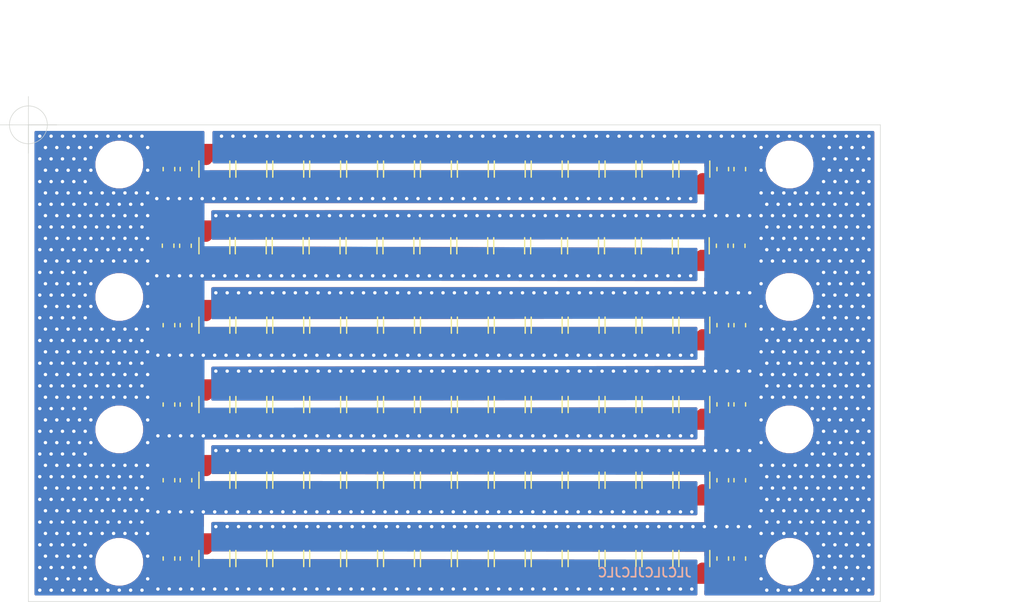
<source format=kicad_pcb>
(kicad_pcb (version 20171130) (host pcbnew 5.1.9)
  (layers (0 F.Cu signal hide) (31 B.Cu signal) (34 B.Paste user hide) (35 F.Paste user hide) (36 B.SilkS user) (37 F.SilkS user) (38 B.Mask user hide) (39 F.Mask user hide) (44 Edge.Cuts user))
  (net 0 "")
  (net 1 -BATT)
  (net 2 +BATT)
  (module MountingHole:MountingHole_3.2mm_M3 (layer F.Cu) (at 177.5 84 90)
    (fp_text reference H108)
    (fp_text value M3)
    (pad 1 np_thru_hole circle (at 0 0 90) (size 3.2 3.2) (drill 3.2) (layers *.Cu *.Mask))
  )
  (module MountingHole:MountingHole_3.2mm_M3 (layer F.Cu) (at 118.5 84 90)
    (fp_text reference H107)
    (fp_text value M3)
    (pad 1 np_thru_hole circle (at 0 0 90) (size 3.2 3.2) (drill 3.2) (layers *.Cu *.Mask))
  )
  (module MountingHole:MountingHole_3.2mm_M3 (layer F.Cu) (at 177.5 95.666666 90)
    (fp_text reference H106)
    (fp_text value M3)
    (pad 1 np_thru_hole circle (at 0 0 90) (size 3.2 3.2) (drill 3.2) (layers *.Cu *.Mask))
  )
  (module MountingHole:MountingHole_3.2mm_M3 (layer F.Cu) (at 118.5 119 90)
    (fp_text reference H105)
    (fp_text value M3)
    (pad 1 np_thru_hole circle (at 0 0 90) (size 3.2 3.2) (drill 3.2) (layers *.Cu *.Mask))
  )
  (module MountingHole:MountingHole_3.2mm_M3 (layer F.Cu) (at 177.5 107.333332 90)
    (fp_text reference H104)
    (fp_text value M3)
    (pad 1 np_thru_hole circle (at 0 0 90) (size 3.2 3.2) (drill 3.2) (layers *.Cu *.Mask))
  )
  (module MountingHole:MountingHole_3.2mm_M3 (layer F.Cu) (at 118.5 107.333332 90)
    (fp_text reference H103)
    (fp_text value M3)
    (pad 1 np_thru_hole circle (at 0 0 90) (size 3.2 3.2) (drill 3.2) (layers *.Cu *.Mask))
  )
  (module MountingHole:MountingHole_3.2mm_M3 (layer F.Cu) (at 177.5 119 90)
    (fp_text reference H102)
    (fp_text value M3)
    (pad 1 np_thru_hole circle (at 0 0 90) (size 3.2 3.2) (drill 3.2) (layers *.Cu *.Mask))
  )
  (module MountingHole:MountingHole_3.2mm_M3 (layer F.Cu) (at 118.5 95.666666 90)
    (fp_text reference H101)
    (fp_text value M3)
    (pad 1 np_thru_hole circle (at 0 0 90) (size 3.2 3.2) (drill 3.2) (layers *.Cu *.Mask))
  )
  (module Capacitor_SMD:C_0603_1608Metric_Pad1.08x0.95mm_HandSolder (layer F.Cu) (at 124.325017 91.155 270)
    (fp_text reference C232)
    (fp_text value "100n 100V X7")
    (pad 2 smd roundrect (at 0.8625 0 270) (size 1.075 0.95) (layers F.Cu F.Paste F.Mask) (net 1 -BATT))
    (pad 1 smd roundrect (at -0.8625 0 270) (size 1.075 0.95) (layers F.Cu F.Paste F.Mask) (net 2 +BATT))
  )
  (module Capacitor_SMD:C_0603_1608Metric_Pad1.08x0.95mm_HandSolder (layer F.Cu) (at 122.8 91.15 270)
    (fp_text reference C231)
    (fp_text value "100n 100V X7")
    (pad 2 smd roundrect (at 0.8625 0 270) (size 1.075 0.95) (layers F.Cu F.Paste F.Mask) (net 1 -BATT))
    (pad 1 smd roundrect (at -0.8625 0 270) (size 1.075 0.95) (layers F.Cu F.Paste F.Mask) (net 2 +BATT))
  )
  (module Capacitor_SMD:C_1210_3225Metric_Pad1.33x2.70mm_HandSolder (layer F.Cu) (at 146.375014 105.145 270)
    (fp_text reference C230)
    (fp_text value "4.7u 100V X7")
    (pad 2 smd roundrect (at 1.5625 0 270) (size 1.325 2.7) (layers F.Cu F.Paste F.Mask) (roundrect_rratio 0.1886769811320755) (net 1 -BATT))
    (pad 1 smd roundrect (at -1.5625 0 270) (size 1.325 2.7) (layers F.Cu F.Paste F.Mask) (roundrect_rratio 0.1886769811320755) (net 2 +BATT))
  )
  (module Capacitor_SMD:C_1210_3225Metric_Pad1.33x2.70mm_HandSolder (layer F.Cu) (at 130.075016 91.155 270)
    (fp_text reference C229)
    (fp_text value "4.7u 100V X7")
    (pad 2 smd roundrect (at 1.5625 0 270) (size 1.325 2.7) (layers F.Cu F.Paste F.Mask) (roundrect_rratio 0.1886769811320755) (net 1 -BATT))
    (pad 1 smd roundrect (at -1.5625 0 270) (size 1.325 2.7) (layers F.Cu F.Paste F.Mask) (roundrect_rratio 0.1886769811320755) (net 2 +BATT))
  )
  (module Capacitor_SMD:C_1210_3225Metric_Pad1.33x2.70mm_HandSolder (layer F.Cu) (at 143.125024 105.145 270)
    (fp_text reference C228)
    (fp_text value "4.7u 100V X7")
    (pad 2 smd roundrect (at 1.5625 0 270) (size 1.325 2.7) (layers F.Cu F.Paste F.Mask) (roundrect_rratio 0.1886769811320755) (net 1 -BATT))
    (pad 1 smd roundrect (at -1.5625 0 270) (size 1.325 2.7) (layers F.Cu F.Paste F.Mask) (roundrect_rratio 0.1886769811320755) (net 2 +BATT))
  )
  (module Capacitor_SMD:C_1210_3225Metric_Pad1.33x2.70mm_HandSolder (layer F.Cu) (at 143.075012 91.155 270)
    (fp_text reference C227)
    (fp_text value "4.7u 100V X7")
    (pad 2 smd roundrect (at 1.5625 0 270) (size 1.325 2.7) (layers F.Cu F.Paste F.Mask) (roundrect_rratio 0.1886769811320755) (net 1 -BATT))
    (pad 1 smd roundrect (at -1.5625 0 270) (size 1.325 2.7) (layers F.Cu F.Paste F.Mask) (roundrect_rratio 0.1886769811320755) (net 2 +BATT))
  )
  (module Capacitor_SMD:C_1210_3225Metric_Pad1.33x2.70mm_HandSolder (layer F.Cu) (at 136.575014 91.155 270)
    (fp_text reference C225)
    (fp_text value "4.7u 100V X7")
    (pad 2 smd roundrect (at 1.5625 0 270) (size 1.325 2.7) (layers F.Cu F.Paste F.Mask) (roundrect_rratio 0.1886769811320755) (net 1 -BATT))
    (pad 1 smd roundrect (at -1.5625 0 270) (size 1.325 2.7) (layers F.Cu F.Paste F.Mask) (roundrect_rratio 0.1886769811320755) (net 2 +BATT))
  )
  (module Capacitor_SMD:C_1210_3225Metric_Pad1.33x2.70mm_HandSolder (layer F.Cu) (at 136.625028 105.145 270)
    (fp_text reference C222)
    (fp_text value "4.7u 100V X7")
    (pad 2 smd roundrect (at 1.5625 0 270) (size 1.325 2.7) (layers F.Cu F.Paste F.Mask) (roundrect_rratio 0.1886769811320755) (net 1 -BATT))
    (pad 1 smd roundrect (at -1.5625 0 270) (size 1.325 2.7) (layers F.Cu F.Paste F.Mask) (roundrect_rratio 0.1886769811320755) (net 2 +BATT))
  )
  (module Capacitor_SMD:C_1210_3225Metric_Pad1.33x2.70mm_HandSolder (layer F.Cu) (at 152.825005 91.155 270)
    (fp_text reference C221)
    (fp_text value "4.7u 100V X7")
    (pad 2 smd roundrect (at 1.5625 0 270) (size 1.325 2.7) (layers F.Cu F.Paste F.Mask) (roundrect_rratio 0.1886769811320755) (net 1 -BATT))
    (pad 1 smd roundrect (at -1.5625 0 270) (size 1.325 2.7) (layers F.Cu F.Paste F.Mask) (roundrect_rratio 0.1886769811320755) (net 2 +BATT))
  )
  (module Capacitor_SMD:C_1210_3225Metric_Pad1.33x2.70mm_HandSolder (layer F.Cu) (at 126.875 105.15 270)
    (fp_text reference C218)
    (fp_text value "4.7u 100V X7")
    (pad 2 smd roundrect (at 1.5625 0 270) (size 1.325 2.7) (layers F.Cu F.Paste F.Mask) (roundrect_rratio 0.1886769811320755) (net 1 -BATT))
    (pad 1 smd roundrect (at -1.5625 0 270) (size 1.325 2.7) (layers F.Cu F.Paste F.Mask) (roundrect_rratio 0.1886769811320755) (net 2 +BATT))
  )
  (module Capacitor_SMD:C_1210_3225Metric_Pad1.33x2.70mm_HandSolder (layer F.Cu) (at 126.875 91.15 270)
    (fp_text reference C217)
    (fp_text value "4.7u 100V X7")
    (pad 2 smd roundrect (at 1.5625 0 270) (size 1.325 2.7) (layers F.Cu F.Paste F.Mask) (roundrect_rratio 0.1886769811320755) (net 1 -BATT))
    (pad 1 smd roundrect (at -1.5625 0 270) (size 1.325 2.7) (layers F.Cu F.Paste F.Mask) (roundrect_rratio 0.1886769811320755) (net 2 +BATT))
  )
  (module Capacitor_SMD:C_1210_3225Metric_Pad1.33x2.70mm_HandSolder (layer F.Cu) (at 146.325007 91.155 270)
    (fp_text reference C216)
    (fp_text value "4.7u 100V X7")
    (pad 2 smd roundrect (at 1.5625 0 270) (size 1.325 2.7) (layers F.Cu F.Paste F.Mask) (roundrect_rratio 0.1886769811320755) (net 1 -BATT))
    (pad 1 smd roundrect (at -1.5625 0 270) (size 1.325 2.7) (layers F.Cu F.Paste F.Mask) (roundrect_rratio 0.1886769811320755) (net 2 +BATT))
  )
  (module Capacitor_SMD:C_1210_3225Metric_Pad1.33x2.70mm_HandSolder (layer F.Cu) (at 149.575006 91.155 270)
    (fp_text reference C215)
    (fp_text value "4.7u 100V X7")
    (pad 2 smd roundrect (at 1.5625 0 270) (size 1.325 2.7) (layers F.Cu F.Paste F.Mask) (roundrect_rratio 0.1886769811320755) (net 1 -BATT))
    (pad 1 smd roundrect (at -1.5625 0 270) (size 1.325 2.7) (layers F.Cu F.Paste F.Mask) (roundrect_rratio 0.1886769811320755) (net 2 +BATT))
  )
  (module Capacitor_SMD:C_1210_3225Metric_Pad1.33x2.70mm_HandSolder (layer F.Cu) (at 130.125032 105.145 270)
    (fp_text reference C214)
    (fp_text value "4.7u 100V X7")
    (pad 2 smd roundrect (at 1.5625 0 270) (size 1.325 2.7) (layers F.Cu F.Paste F.Mask) (roundrect_rratio 0.1886769811320755) (net 1 -BATT))
    (pad 1 smd roundrect (at -1.5625 0 270) (size 1.325 2.7) (layers F.Cu F.Paste F.Mask) (roundrect_rratio 0.1886769811320755) (net 2 +BATT))
  )
  (module Capacitor_SMD:C_1210_3225Metric_Pad1.33x2.70mm_HandSolder (layer F.Cu) (at 156.125008 105.145 270)
    (fp_text reference C213)
    (fp_text value "4.7u 100V X7")
    (pad 2 smd roundrect (at 1.5625 0 270) (size 1.325 2.7) (layers F.Cu F.Paste F.Mask) (roundrect_rratio 0.1886769811320755) (net 1 -BATT))
    (pad 1 smd roundrect (at -1.5625 0 270) (size 1.325 2.7) (layers F.Cu F.Paste F.Mask) (roundrect_rratio 0.1886769811320755) (net 2 +BATT))
  )
  (module Capacitor_SMD:C_0603_1608Metric_Pad1.08x0.95mm_HandSolder (layer F.Cu) (at 173.125 105.1325 270)
    (fp_text reference C212)
    (fp_text value "100n 100V X7")
    (pad 2 smd roundrect (at 0.8625 0 270) (size 1.075 0.95) (layers F.Cu F.Paste F.Mask) (net 1 -BATT))
    (pad 1 smd roundrect (at -0.8625 0 270) (size 1.075 0.95) (layers F.Cu F.Paste F.Mask) (net 2 +BATT))
  )
  (module Capacitor_SMD:C_0603_1608Metric_Pad1.08x0.95mm_HandSolder (layer F.Cu) (at 171.575017 91.155 270)
    (fp_text reference C211)
    (fp_text value "100n 100V X7")
    (pad 2 smd roundrect (at 0.8625 0 270) (size 1.075 0.95) (layers F.Cu F.Paste F.Mask) (net 1 -BATT))
    (pad 1 smd roundrect (at -0.8625 0 270) (size 1.075 0.95) (layers F.Cu F.Paste F.Mask) (net 2 +BATT))
  )
  (module Capacitor_SMD:C_0603_1608Metric_Pad1.08x0.95mm_HandSolder (layer F.Cu) (at 122.875034 105.145 270)
    (fp_text reference C210)
    (fp_text value "100n 100V X7")
    (pad 2 smd roundrect (at 0.8625 0 270) (size 1.075 0.95) (layers F.Cu F.Paste F.Mask) (net 1 -BATT))
    (pad 1 smd roundrect (at -0.8625 0 270) (size 1.075 0.95) (layers F.Cu F.Paste F.Mask) (net 2 +BATT))
  )
  (module Capacitor_SMD:C_0603_1608Metric_Pad1.08x0.95mm_HandSolder (layer F.Cu) (at 173.075017 91.155 270)
    (fp_text reference C209)
    (fp_text value "100n 100V X7")
    (pad 2 smd roundrect (at 0.8625 0 270) (size 1.075 0.95) (layers F.Cu F.Paste F.Mask) (net 1 -BATT))
    (pad 1 smd roundrect (at -0.8625 0 270) (size 1.075 0.95) (layers F.Cu F.Paste F.Mask) (net 2 +BATT))
  )
  (module Capacitor_SMD:C_1210_3225Metric_Pad1.33x2.70mm_HandSolder (layer F.Cu) (at 162.575002 91.155 270)
    (fp_text reference C208)
    (fp_text value "4.7u 100V X7")
    (pad 2 smd roundrect (at 1.5625 0 270) (size 1.325 2.7) (layers F.Cu F.Paste F.Mask) (roundrect_rratio 0.1886769811320755) (net 1 -BATT))
    (pad 1 smd roundrect (at -1.5625 0 270) (size 1.325 2.7) (layers F.Cu F.Paste F.Mask) (roundrect_rratio 0.1886769811320755) (net 2 +BATT))
  )
  (module Capacitor_SMD:C_1210_3225Metric_Pad1.33x2.70mm_HandSolder (layer F.Cu) (at 165.875002 105.145 270)
    (fp_text reference C207)
    (fp_text value "4.7u 100V X7")
    (pad 2 smd roundrect (at 1.5625 0 270) (size 1.325 2.7) (layers F.Cu F.Paste F.Mask) (roundrect_rratio 0.1886769811320755) (net 1 -BATT))
    (pad 1 smd roundrect (at -1.5625 0 270) (size 1.325 2.7) (layers F.Cu F.Paste F.Mask) (roundrect_rratio 0.1886769811320755) (net 2 +BATT))
  )
  (module Capacitor_SMD:C_1210_3225Metric_Pad1.33x2.70mm_HandSolder (layer F.Cu) (at 159.375006 105.145 270)
    (fp_text reference C206)
    (fp_text value "4.7u 100V X7")
    (pad 2 smd roundrect (at 1.5625 0 270) (size 1.325 2.7) (layers F.Cu F.Paste F.Mask) (roundrect_rratio 0.1886769811320755) (net 1 -BATT))
    (pad 1 smd roundrect (at -1.5625 0 270) (size 1.325 2.7) (layers F.Cu F.Paste F.Mask) (roundrect_rratio 0.1886769811320755) (net 2 +BATT))
  )
  (module Capacitor_SMD:C_1210_3225Metric_Pad1.33x2.70mm_HandSolder (layer F.Cu) (at 156.075004 91.155 270)
    (fp_text reference C204)
    (fp_text value "4.7u 100V X7")
    (pad 2 smd roundrect (at 1.5625 0 270) (size 1.325 2.7) (layers F.Cu F.Paste F.Mask) (roundrect_rratio 0.1886769811320755) (net 1 -BATT))
    (pad 1 smd roundrect (at -1.5625 0 270) (size 1.325 2.7) (layers F.Cu F.Paste F.Mask) (roundrect_rratio 0.1886769811320755) (net 2 +BATT))
  )
  (module Capacitor_SMD:C_1210_3225Metric_Pad1.33x2.70mm_HandSolder (layer F.Cu) (at 133.37503 105.145 270)
    (fp_text reference C203)
    (fp_text value "4.7u 100V X7")
    (pad 2 smd roundrect (at 1.5625 0 270) (size 1.325 2.7) (layers F.Cu F.Paste F.Mask) (roundrect_rratio 0.1886769811320755) (net 1 -BATT))
    (pad 1 smd roundrect (at -1.5625 0 270) (size 1.325 2.7) (layers F.Cu F.Paste F.Mask) (roundrect_rratio 0.1886769811320755) (net 2 +BATT))
  )
  (module Capacitor_SMD:C_1210_3225Metric_Pad1.33x2.70mm_HandSolder (layer F.Cu) (at 159.325003 91.155 270)
    (fp_text reference C201)
    (fp_text value "4.7u 100V X7")
    (pad 2 smd roundrect (at 1.5625 0 270) (size 1.325 2.7) (layers F.Cu F.Paste F.Mask) (roundrect_rratio 0.1886769811320755) (net 1 -BATT))
    (pad 1 smd roundrect (at -1.5625 0 270) (size 1.325 2.7) (layers F.Cu F.Paste F.Mask) (roundrect_rratio 0.1886769811320755) (net 2 +BATT))
  )
  (module Capacitor_SMD:C_1210_3225Metric_Pad1.33x2.70mm_HandSolder (layer F.Cu) (at 162.625004 105.145 270)
    (fp_text reference C200)
    (fp_text value "4.7u 100V X7")
    (pad 2 smd roundrect (at 1.5625 0 270) (size 1.325 2.7) (layers F.Cu F.Paste F.Mask) (roundrect_rratio 0.1886769811320755) (net 1 -BATT))
    (pad 1 smd roundrect (at -1.5625 0 270) (size 1.325 2.7) (layers F.Cu F.Paste F.Mask) (roundrect_rratio 0.1886769811320755) (net 2 +BATT))
  )
  (module Capacitor_SMD:C_1210_3225Metric_Pad1.33x2.70mm_HandSolder (layer F.Cu) (at 165.825001 91.155 270)
    (fp_text reference C199)
    (fp_text value "4.7u 100V X7")
    (pad 2 smd roundrect (at 1.5625 0 270) (size 1.325 2.7) (layers F.Cu F.Paste F.Mask) (roundrect_rratio 0.1886769811320755) (net 1 -BATT))
    (pad 1 smd roundrect (at -1.5625 0 270) (size 1.325 2.7) (layers F.Cu F.Paste F.Mask) (roundrect_rratio 0.1886769811320755) (net 2 +BATT))
  )
  (module Capacitor_SMD:C_1210_3225Metric_Pad1.33x2.70mm_HandSolder (layer F.Cu) (at 139.875026 105.145 270)
    (fp_text reference C198)
    (fp_text value "4.7u 100V X7")
    (pad 2 smd roundrect (at 1.5625 0 270) (size 1.325 2.7) (layers F.Cu F.Paste F.Mask) (roundrect_rratio 0.1886769811320755) (net 1 -BATT))
    (pad 1 smd roundrect (at -1.5625 0 270) (size 1.325 2.7) (layers F.Cu F.Paste F.Mask) (roundrect_rratio 0.1886769811320755) (net 2 +BATT))
  )
  (module Capacitor_SMD:C_1210_3225Metric_Pad1.33x2.70mm_HandSolder (layer F.Cu) (at 169.125 105.145 270)
    (fp_text reference C196)
    (fp_text value "4.7u 100V X7")
    (pad 2 smd roundrect (at 1.5625 0 270) (size 1.325 2.7) (layers F.Cu F.Paste F.Mask) (roundrect_rratio 0.1886769811320755) (net 1 -BATT))
    (pad 1 smd roundrect (at -1.5625 0 270) (size 1.325 2.7) (layers F.Cu F.Paste F.Mask) (roundrect_rratio 0.1886769811320755) (net 2 +BATT))
  )
  (module Capacitor_SMD:C_1210_3225Metric_Pad1.33x2.70mm_HandSolder (layer F.Cu) (at 169.075 91.155 270)
    (fp_text reference C195)
    (fp_text value "4.7u 100V X7")
    (pad 2 smd roundrect (at 1.5625 0 270) (size 1.325 2.7) (layers F.Cu F.Paste F.Mask) (roundrect_rratio 0.1886769811320755) (net 1 -BATT))
    (pad 1 smd roundrect (at -1.5625 0 270) (size 1.325 2.7) (layers F.Cu F.Paste F.Mask) (roundrect_rratio 0.1886769811320755) (net 2 +BATT))
  )
  (module Capacitor_SMD:C_1210_3225Metric_Pad1.33x2.70mm_HandSolder (layer F.Cu) (at 133.325015 91.155 270)
    (fp_text reference C194)
    (fp_text value "4.7u 100V X7")
    (pad 2 smd roundrect (at 1.5625 0 270) (size 1.325 2.7) (layers F.Cu F.Paste F.Mask) (roundrect_rratio 0.1886769811320755) (net 1 -BATT))
    (pad 1 smd roundrect (at -1.5625 0 270) (size 1.325 2.7) (layers F.Cu F.Paste F.Mask) (roundrect_rratio 0.1886769811320755) (net 2 +BATT))
  )
  (module Capacitor_SMD:C_1210_3225Metric_Pad1.33x2.70mm_HandSolder (layer F.Cu) (at 149.625012 105.145 270)
    (fp_text reference C193)
    (fp_text value "4.7u 100V X7")
    (pad 2 smd roundrect (at 1.5625 0 270) (size 1.325 2.7) (layers F.Cu F.Paste F.Mask) (roundrect_rratio 0.1886769811320755) (net 1 -BATT))
    (pad 1 smd roundrect (at -1.5625 0 270) (size 1.325 2.7) (layers F.Cu F.Paste F.Mask) (roundrect_rratio 0.1886769811320755) (net 2 +BATT))
  )
  (module Capacitor_SMD:C_1210_3225Metric_Pad1.33x2.70mm_HandSolder (layer F.Cu) (at 152.87501 105.145 270)
    (fp_text reference C192)
    (fp_text value "4.7u 100V X7")
    (pad 2 smd roundrect (at 1.5625 0 270) (size 1.325 2.7) (layers F.Cu F.Paste F.Mask) (roundrect_rratio 0.1886769811320755) (net 1 -BATT))
    (pad 1 smd roundrect (at -1.5625 0 270) (size 1.325 2.7) (layers F.Cu F.Paste F.Mask) (roundrect_rratio 0.1886769811320755) (net 2 +BATT))
  )
  (module Capacitor_SMD:C_1210_3225Metric_Pad1.33x2.70mm_HandSolder (layer F.Cu) (at 139.825013 91.155 270)
    (fp_text reference C191)
    (fp_text value "4.7u 100V X7")
    (pad 2 smd roundrect (at 1.5625 0 270) (size 1.325 2.7) (layers F.Cu F.Paste F.Mask) (roundrect_rratio 0.1886769811320755) (net 1 -BATT))
    (pad 1 smd roundrect (at -1.5625 0 270) (size 1.325 2.7) (layers F.Cu F.Paste F.Mask) (roundrect_rratio 0.1886769811320755) (net 2 +BATT))
  )
  (module Capacitor_SMD:C_0603_1608Metric_Pad1.08x0.95mm_HandSolder (layer F.Cu) (at 124.375034 105.145 270)
    (fp_text reference C190)
    (fp_text value "100n 100V X7")
    (pad 2 smd roundrect (at 0.8625 0 270) (size 1.075 0.95) (layers F.Cu F.Paste F.Mask) (net 1 -BATT))
    (pad 1 smd roundrect (at -0.8625 0 270) (size 1.075 0.95) (layers F.Cu F.Paste F.Mask) (net 2 +BATT))
  )
  (module Capacitor_SMD:C_0603_1608Metric_Pad1.08x0.95mm_HandSolder (layer F.Cu) (at 171.625 105.1325 270)
    (fp_text reference C189)
    (fp_text value "100n 100V X7")
    (pad 2 smd roundrect (at 0.8625 0 270) (size 1.075 0.95) (layers F.Cu F.Paste F.Mask) (net 1 -BATT))
    (pad 1 smd roundrect (at -0.8625 0 270) (size 1.075 0.95) (layers F.Cu F.Paste F.Mask) (net 2 +BATT))
  )
  (module Capacitor_SMD:C_0603_1608Metric_Pad1.08x0.95mm_HandSolder (layer F.Cu) (at 122.875 118.7125 270)
    (fp_text reference C168)
    (fp_text value "100n 100V X7")
    (pad 2 smd roundrect (at 0.8625 0 270) (size 1.075 0.95) (layers F.Cu F.Paste F.Mask) (net 1 -BATT))
    (pad 1 smd roundrect (at -0.8625 0 270) (size 1.075 0.95) (layers F.Cu F.Paste F.Mask) (net 2 +BATT))
  )
  (module Capacitor_SMD:C_0603_1608Metric_Pad1.08x0.95mm_HandSolder (layer F.Cu) (at 173.125 118.7125 270)
    (fp_text reference C188)
    (fp_text value "100n 100V X7")
    (pad 2 smd roundrect (at 0.8625 0 270) (size 1.075 0.95) (layers F.Cu F.Paste F.Mask) (net 1 -BATT))
    (pad 1 smd roundrect (at -0.8625 0 270) (size 1.075 0.95) (layers F.Cu F.Paste F.Mask) (net 2 +BATT))
  )
  (module Capacitor_SMD:C_0603_1608Metric_Pad1.08x0.95mm_HandSolder (layer F.Cu) (at 124.375 118.7125 270)
    (fp_text reference C187)
    (fp_text value "100n 100V X7")
    (pad 2 smd roundrect (at 0.8625 0 270) (size 1.075 0.95) (layers F.Cu F.Paste F.Mask) (net 1 -BATT))
    (pad 1 smd roundrect (at -0.8625 0 270) (size 1.075 0.95) (layers F.Cu F.Paste F.Mask) (net 2 +BATT))
  )
  (module Capacitor_SMD:C_1210_3225Metric_Pad1.33x2.70mm_HandSolder (layer F.Cu) (at 169.125 118.7125 270)
    (fp_text reference C186)
    (fp_text value "4.7u 100V X7")
    (pad 2 smd roundrect (at 1.5625 0 270) (size 1.325 2.7) (layers F.Cu F.Paste F.Mask) (roundrect_rratio 0.1886769811320755) (net 1 -BATT))
    (pad 1 smd roundrect (at -1.5625 0 270) (size 1.325 2.7) (layers F.Cu F.Paste F.Mask) (roundrect_rratio 0.1886769811320755) (net 2 +BATT))
  )
  (module Capacitor_SMD:C_1210_3225Metric_Pad1.33x2.70mm_HandSolder (layer F.Cu) (at 139.875 118.7125 270)
    (fp_text reference C184)
    (fp_text value "4.7u 100V X7")
    (pad 2 smd roundrect (at 1.5625 0 270) (size 1.325 2.7) (layers F.Cu F.Paste F.Mask) (roundrect_rratio 0.1886769811320755) (net 1 -BATT))
    (pad 1 smd roundrect (at -1.5625 0 270) (size 1.325 2.7) (layers F.Cu F.Paste F.Mask) (roundrect_rratio 0.1886769811320755) (net 2 +BATT))
  )
  (module Capacitor_SMD:C_1210_3225Metric_Pad1.33x2.70mm_HandSolder (layer F.Cu) (at 126.875 118.7125 270)
    (fp_text reference C183)
    (fp_text value "4.7u 100V X7")
    (pad 2 smd roundrect (at 1.5625 0 270) (size 1.325 2.7) (layers F.Cu F.Paste F.Mask) (roundrect_rratio 0.1886769811320755) (net 1 -BATT))
    (pad 1 smd roundrect (at -1.5625 0 270) (size 1.325 2.7) (layers F.Cu F.Paste F.Mask) (roundrect_rratio 0.1886769811320755) (net 2 +BATT))
  )
  (module Capacitor_SMD:C_1210_3225Metric_Pad1.33x2.70mm_HandSolder (layer F.Cu) (at 149.625 118.7125 270)
    (fp_text reference C182)
    (fp_text value "4.7u 100V X7")
    (pad 2 smd roundrect (at 1.5625 0 270) (size 1.325 2.7) (layers F.Cu F.Paste F.Mask) (roundrect_rratio 0.1886769811320755) (net 1 -BATT))
    (pad 1 smd roundrect (at -1.5625 0 270) (size 1.325 2.7) (layers F.Cu F.Paste F.Mask) (roundrect_rratio 0.1886769811320755) (net 2 +BATT))
  )
  (module Capacitor_SMD:C_1210_3225Metric_Pad1.33x2.70mm_HandSolder (layer F.Cu) (at 130.125 118.7125 270)
    (fp_text reference C180)
    (fp_text value "4.7u 100V X7")
    (pad 2 smd roundrect (at 1.5625 0 270) (size 1.325 2.7) (layers F.Cu F.Paste F.Mask) (roundrect_rratio 0.1886769811320755) (net 1 -BATT))
    (pad 1 smd roundrect (at -1.5625 0 270) (size 1.325 2.7) (layers F.Cu F.Paste F.Mask) (roundrect_rratio 0.1886769811320755) (net 2 +BATT))
  )
  (module Capacitor_SMD:C_1210_3225Metric_Pad1.33x2.70mm_HandSolder (layer F.Cu) (at 159.375 118.7125 270)
    (fp_text reference C179)
    (fp_text value "4.7u 100V X7")
    (pad 2 smd roundrect (at 1.5625 0 270) (size 1.325 2.7) (layers F.Cu F.Paste F.Mask) (roundrect_rratio 0.1886769811320755) (net 1 -BATT))
    (pad 1 smd roundrect (at -1.5625 0 270) (size 1.325 2.7) (layers F.Cu F.Paste F.Mask) (roundrect_rratio 0.1886769811320755) (net 2 +BATT))
  )
  (module Capacitor_SMD:C_1210_3225Metric_Pad1.33x2.70mm_HandSolder (layer F.Cu) (at 156.125 118.7125 270)
    (fp_text reference C178)
    (fp_text value "4.7u 100V X7")
    (pad 2 smd roundrect (at 1.5625 0 270) (size 1.325 2.7) (layers F.Cu F.Paste F.Mask) (roundrect_rratio 0.1886769811320755) (net 1 -BATT))
    (pad 1 smd roundrect (at -1.5625 0 270) (size 1.325 2.7) (layers F.Cu F.Paste F.Mask) (roundrect_rratio 0.1886769811320755) (net 2 +BATT))
  )
  (module Capacitor_SMD:C_1210_3225Metric_Pad1.33x2.70mm_HandSolder (layer F.Cu) (at 146.375 118.7125 270)
    (fp_text reference C177)
    (fp_text value "4.7u 100V X7")
    (pad 2 smd roundrect (at 1.5625 0 270) (size 1.325 2.7) (layers F.Cu F.Paste F.Mask) (roundrect_rratio 0.1886769811320755) (net 1 -BATT))
    (pad 1 smd roundrect (at -1.5625 0 270) (size 1.325 2.7) (layers F.Cu F.Paste F.Mask) (roundrect_rratio 0.1886769811320755) (net 2 +BATT))
  )
  (module Capacitor_SMD:C_1210_3225Metric_Pad1.33x2.70mm_HandSolder (layer F.Cu) (at 136.625 118.7125 270)
    (fp_text reference C175)
    (fp_text value "4.7u 100V X7")
    (pad 2 smd roundrect (at 1.5625 0 270) (size 1.325 2.7) (layers F.Cu F.Paste F.Mask) (roundrect_rratio 0.1886769811320755) (net 1 -BATT))
    (pad 1 smd roundrect (at -1.5625 0 270) (size 1.325 2.7) (layers F.Cu F.Paste F.Mask) (roundrect_rratio 0.1886769811320755) (net 2 +BATT))
  )
  (module Capacitor_SMD:C_1210_3225Metric_Pad1.33x2.70mm_HandSolder (layer F.Cu) (at 162.625 118.7125 270)
    (fp_text reference C174)
    (fp_text value "4.7u 100V X7")
    (pad 2 smd roundrect (at 1.5625 0 270) (size 1.325 2.7) (layers F.Cu F.Paste F.Mask) (roundrect_rratio 0.1886769811320755) (net 1 -BATT))
    (pad 1 smd roundrect (at -1.5625 0 270) (size 1.325 2.7) (layers F.Cu F.Paste F.Mask) (roundrect_rratio 0.1886769811320755) (net 2 +BATT))
  )
  (module Capacitor_SMD:C_1210_3225Metric_Pad1.33x2.70mm_HandSolder (layer F.Cu) (at 143.125 118.7125 270)
    (fp_text reference C172)
    (fp_text value "4.7u 100V X7")
    (pad 2 smd roundrect (at 1.5625 0 270) (size 1.325 2.7) (layers F.Cu F.Paste F.Mask) (roundrect_rratio 0.1886769811320755) (net 1 -BATT))
    (pad 1 smd roundrect (at -1.5625 0 270) (size 1.325 2.7) (layers F.Cu F.Paste F.Mask) (roundrect_rratio 0.1886769811320755) (net 2 +BATT))
  )
  (module Capacitor_SMD:C_1210_3225Metric_Pad1.33x2.70mm_HandSolder (layer F.Cu) (at 165.875 118.7125 270)
    (fp_text reference C171)
    (fp_text value "4.7u 100V X7")
    (pad 2 smd roundrect (at 1.5625 0 270) (size 1.325 2.7) (layers F.Cu F.Paste F.Mask) (roundrect_rratio 0.1886769811320755) (net 1 -BATT))
    (pad 1 smd roundrect (at -1.5625 0 270) (size 1.325 2.7) (layers F.Cu F.Paste F.Mask) (roundrect_rratio 0.1886769811320755) (net 2 +BATT))
  )
  (module Capacitor_SMD:C_1210_3225Metric_Pad1.33x2.70mm_HandSolder (layer F.Cu) (at 152.875 118.7125 270)
    (fp_text reference C170)
    (fp_text value "4.7u 100V X7")
    (pad 2 smd roundrect (at 1.5625 0 270) (size 1.325 2.7) (layers F.Cu F.Paste F.Mask) (roundrect_rratio 0.1886769811320755) (net 1 -BATT))
    (pad 1 smd roundrect (at -1.5625 0 270) (size 1.325 2.7) (layers F.Cu F.Paste F.Mask) (roundrect_rratio 0.1886769811320755) (net 2 +BATT))
  )
  (module Capacitor_SMD:C_1210_3225Metric_Pad1.33x2.70mm_HandSolder (layer F.Cu) (at 133.375 118.7125 270)
    (fp_text reference C169)
    (fp_text value "4.7u 100V X7")
    (pad 2 smd roundrect (at 1.5625 0 270) (size 1.325 2.7) (layers F.Cu F.Paste F.Mask) (roundrect_rratio 0.1886769811320755) (net 1 -BATT))
    (pad 1 smd roundrect (at -1.5625 0 270) (size 1.325 2.7) (layers F.Cu F.Paste F.Mask) (roundrect_rratio 0.1886769811320755) (net 2 +BATT))
  )
  (module Capacitor_SMD:C_0603_1608Metric_Pad1.08x0.95mm_HandSolder (layer F.Cu) (at 171.625 118.7125 270)
    (fp_text reference C167)
    (fp_text value "100n 100V X7")
    (pad 2 smd roundrect (at 0.8625 0 270) (size 1.075 0.95) (layers F.Cu F.Paste F.Mask) (net 1 -BATT))
    (pad 1 smd roundrect (at -0.8625 0 270) (size 1.075 0.95) (layers F.Cu F.Paste F.Mask) (net 2 +BATT))
  )
  (module Capacitor_SMD:C_0603_1608Metric_Pad1.08x0.95mm_HandSolder (layer F.Cu) (at 171.625 111.8125 270)
    (fp_text reference C166)
    (fp_text value "100n 100V X7")
    (pad 2 smd roundrect (at 0.8625 0 270) (size 1.075 0.95) (layers F.Cu F.Paste F.Mask) (net 1 -BATT))
    (pad 1 smd roundrect (at -0.8625 0 270) (size 1.075 0.95) (layers F.Cu F.Paste F.Mask) (net 2 +BATT))
  )
  (module Capacitor_SMD:C_0603_1608Metric_Pad1.08x0.95mm_HandSolder (layer F.Cu) (at 122.875 111.8125 270)
    (fp_text reference C165)
    (fp_text value "100n 100V X7")
    (pad 2 smd roundrect (at 0.8625 0 270) (size 1.075 0.95) (layers F.Cu F.Paste F.Mask) (net 1 -BATT))
    (pad 1 smd roundrect (at -0.8625 0 270) (size 1.075 0.95) (layers F.Cu F.Paste F.Mask) (net 2 +BATT))
  )
  (module Capacitor_SMD:C_1210_3225Metric_Pad1.33x2.70mm_HandSolder (layer F.Cu) (at 126.875 111.8125 270)
    (fp_text reference C164)
    (fp_text value "4.7u 100V X7")
    (pad 2 smd roundrect (at 1.5625 0 270) (size 1.325 2.7) (layers F.Cu F.Paste F.Mask) (roundrect_rratio 0.1886769811320755) (net 1 -BATT))
    (pad 1 smd roundrect (at -1.5625 0 270) (size 1.325 2.7) (layers F.Cu F.Paste F.Mask) (roundrect_rratio 0.1886769811320755) (net 2 +BATT))
  )
  (module Capacitor_SMD:C_1210_3225Metric_Pad1.33x2.70mm_HandSolder (layer F.Cu) (at 130.125 111.8125 270)
    (fp_text reference C162)
    (fp_text value "4.7u 100V X7")
    (pad 2 smd roundrect (at 1.5625 0 270) (size 1.325 2.7) (layers F.Cu F.Paste F.Mask) (roundrect_rratio 0.1886769811320755) (net 1 -BATT))
    (pad 1 smd roundrect (at -1.5625 0 270) (size 1.325 2.7) (layers F.Cu F.Paste F.Mask) (roundrect_rratio 0.1886769811320755) (net 2 +BATT))
  )
  (module Capacitor_SMD:C_1210_3225Metric_Pad1.33x2.70mm_HandSolder (layer F.Cu) (at 133.375 111.8125 270)
    (fp_text reference C161)
    (fp_text value "4.7u 100V X7")
    (pad 2 smd roundrect (at 1.5625 0 270) (size 1.325 2.7) (layers F.Cu F.Paste F.Mask) (roundrect_rratio 0.1886769811320755) (net 1 -BATT))
    (pad 1 smd roundrect (at -1.5625 0 270) (size 1.325 2.7) (layers F.Cu F.Paste F.Mask) (roundrect_rratio 0.1886769811320755) (net 2 +BATT))
  )
  (module Capacitor_SMD:C_1210_3225Metric_Pad1.33x2.70mm_HandSolder (layer F.Cu) (at 146.375 111.8125 270)
    (fp_text reference C160)
    (fp_text value "4.7u 100V X7")
    (pad 2 smd roundrect (at 1.5625 0 270) (size 1.325 2.7) (layers F.Cu F.Paste F.Mask) (roundrect_rratio 0.1886769811320755) (net 1 -BATT))
    (pad 1 smd roundrect (at -1.5625 0 270) (size 1.325 2.7) (layers F.Cu F.Paste F.Mask) (roundrect_rratio 0.1886769811320755) (net 2 +BATT))
  )
  (module Capacitor_SMD:C_1210_3225Metric_Pad1.33x2.70mm_HandSolder (layer F.Cu) (at 136.625 111.8125 270)
    (fp_text reference C159)
    (fp_text value "4.7u 100V X7")
    (pad 2 smd roundrect (at 1.5625 0 270) (size 1.325 2.7) (layers F.Cu F.Paste F.Mask) (roundrect_rratio 0.1886769811320755) (net 1 -BATT))
    (pad 1 smd roundrect (at -1.5625 0 270) (size 1.325 2.7) (layers F.Cu F.Paste F.Mask) (roundrect_rratio 0.1886769811320755) (net 2 +BATT))
  )
  (module Capacitor_SMD:C_1210_3225Metric_Pad1.33x2.70mm_HandSolder (layer F.Cu) (at 169.125 111.8125 270)
    (fp_text reference C157)
    (fp_text value "4.7u 100V X7")
    (pad 2 smd roundrect (at 1.5625 0 270) (size 1.325 2.7) (layers F.Cu F.Paste F.Mask) (roundrect_rratio 0.1886769811320755) (net 1 -BATT))
    (pad 1 smd roundrect (at -1.5625 0 270) (size 1.325 2.7) (layers F.Cu F.Paste F.Mask) (roundrect_rratio 0.1886769811320755) (net 2 +BATT))
  )
  (module Capacitor_SMD:C_1210_3225Metric_Pad1.33x2.70mm_HandSolder (layer F.Cu) (at 152.875 111.8125 270)
    (fp_text reference C156)
    (fp_text value "4.7u 100V X7")
    (pad 2 smd roundrect (at 1.5625 0 270) (size 1.325 2.7) (layers F.Cu F.Paste F.Mask) (roundrect_rratio 0.1886769811320755) (net 1 -BATT))
    (pad 1 smd roundrect (at -1.5625 0 270) (size 1.325 2.7) (layers F.Cu F.Paste F.Mask) (roundrect_rratio 0.1886769811320755) (net 2 +BATT))
  )
  (module Capacitor_SMD:C_1210_3225Metric_Pad1.33x2.70mm_HandSolder (layer F.Cu) (at 139.875 111.8125 270)
    (fp_text reference C155)
    (fp_text value "4.7u 100V X7")
    (pad 2 smd roundrect (at 1.5625 0 270) (size 1.325 2.7) (layers F.Cu F.Paste F.Mask) (roundrect_rratio 0.1886769811320755) (net 1 -BATT))
    (pad 1 smd roundrect (at -1.5625 0 270) (size 1.325 2.7) (layers F.Cu F.Paste F.Mask) (roundrect_rratio 0.1886769811320755) (net 2 +BATT))
  )
  (module Capacitor_SMD:C_1210_3225Metric_Pad1.33x2.70mm_HandSolder (layer F.Cu) (at 159.375 111.8125 270)
    (fp_text reference C153)
    (fp_text value "4.7u 100V X7")
    (pad 2 smd roundrect (at 1.5625 0 270) (size 1.325 2.7) (layers F.Cu F.Paste F.Mask) (roundrect_rratio 0.1886769811320755) (net 1 -BATT))
    (pad 1 smd roundrect (at -1.5625 0 270) (size 1.325 2.7) (layers F.Cu F.Paste F.Mask) (roundrect_rratio 0.1886769811320755) (net 2 +BATT))
  )
  (module Capacitor_SMD:C_1210_3225Metric_Pad1.33x2.70mm_HandSolder (layer F.Cu) (at 143.125 111.8125 270)
    (fp_text reference C152)
    (fp_text value "4.7u 100V X7")
    (pad 2 smd roundrect (at 1.5625 0 270) (size 1.325 2.7) (layers F.Cu F.Paste F.Mask) (roundrect_rratio 0.1886769811320755) (net 1 -BATT))
    (pad 1 smd roundrect (at -1.5625 0 270) (size 1.325 2.7) (layers F.Cu F.Paste F.Mask) (roundrect_rratio 0.1886769811320755) (net 2 +BATT))
  )
  (module Capacitor_SMD:C_1210_3225Metric_Pad1.33x2.70mm_HandSolder (layer F.Cu) (at 149.625 111.8125 270)
    (fp_text reference C151)
    (fp_text value "4.7u 100V X7")
    (pad 2 smd roundrect (at 1.5625 0 270) (size 1.325 2.7) (layers F.Cu F.Paste F.Mask) (roundrect_rratio 0.1886769811320755) (net 1 -BATT))
    (pad 1 smd roundrect (at -1.5625 0 270) (size 1.325 2.7) (layers F.Cu F.Paste F.Mask) (roundrect_rratio 0.1886769811320755) (net 2 +BATT))
  )
  (module Capacitor_SMD:C_1210_3225Metric_Pad1.33x2.70mm_HandSolder (layer F.Cu) (at 162.625 111.8125 270)
    (fp_text reference C150)
    (fp_text value "4.7u 100V X7")
    (pad 2 smd roundrect (at 1.5625 0 270) (size 1.325 2.7) (layers F.Cu F.Paste F.Mask) (roundrect_rratio 0.1886769811320755) (net 1 -BATT))
    (pad 1 smd roundrect (at -1.5625 0 270) (size 1.325 2.7) (layers F.Cu F.Paste F.Mask) (roundrect_rratio 0.1886769811320755) (net 2 +BATT))
  )
  (module Capacitor_SMD:C_1210_3225Metric_Pad1.33x2.70mm_HandSolder (layer F.Cu) (at 156.125 111.8125 270)
    (fp_text reference C149)
    (fp_text value "4.7u 100V X7")
    (pad 2 smd roundrect (at 1.5625 0 270) (size 1.325 2.7) (layers F.Cu F.Paste F.Mask) (roundrect_rratio 0.1886769811320755) (net 1 -BATT))
    (pad 1 smd roundrect (at -1.5625 0 270) (size 1.325 2.7) (layers F.Cu F.Paste F.Mask) (roundrect_rratio 0.1886769811320755) (net 2 +BATT))
  )
  (module Capacitor_SMD:C_1210_3225Metric_Pad1.33x2.70mm_HandSolder (layer F.Cu) (at 165.875 111.8125 270)
    (fp_text reference C148)
    (fp_text value "4.7u 100V X7")
    (pad 2 smd roundrect (at 1.5625 0 270) (size 1.325 2.7) (layers F.Cu F.Paste F.Mask) (roundrect_rratio 0.1886769811320755) (net 1 -BATT))
    (pad 1 smd roundrect (at -1.5625 0 270) (size 1.325 2.7) (layers F.Cu F.Paste F.Mask) (roundrect_rratio 0.1886769811320755) (net 2 +BATT))
  )
  (module Capacitor_SMD:C_0603_1608Metric_Pad1.08x0.95mm_HandSolder (layer F.Cu) (at 173.125 111.8125 270)
    (fp_text reference C146)
    (fp_text value "100n 100V X7")
    (pad 2 smd roundrect (at 0.8625 0 270) (size 1.075 0.95) (layers F.Cu F.Paste F.Mask) (net 1 -BATT))
    (pad 1 smd roundrect (at -0.8625 0 270) (size 1.075 0.95) (layers F.Cu F.Paste F.Mask) (net 2 +BATT))
  )
  (module Capacitor_SMD:C_0603_1608Metric_Pad1.08x0.95mm_HandSolder (layer F.Cu) (at 124.375 111.8125 270)
    (fp_text reference C145)
    (fp_text value "100n 100V X7")
    (pad 2 smd roundrect (at 0.8625 0 270) (size 1.075 0.95) (layers F.Cu F.Paste F.Mask) (net 1 -BATT))
    (pad 1 smd roundrect (at -0.8625 0 270) (size 1.075 0.95) (layers F.Cu F.Paste F.Mask) (net 2 +BATT))
  )
  (module Capacitor_SMD:C_0603_1608Metric_Pad1.08x0.95mm_HandSolder (layer F.Cu) (at 122.875 98.15 270)
    (fp_text reference C144)
    (fp_text value "100n 100V X7")
    (pad 2 smd roundrect (at 0.8625 0 270) (size 1.075 0.95) (layers F.Cu F.Paste F.Mask) (net 1 -BATT))
    (pad 1 smd roundrect (at -0.8625 0 270) (size 1.075 0.95) (layers F.Cu F.Paste F.Mask) (net 2 +BATT))
  )
  (module Capacitor_SMD:C_0603_1608Metric_Pad1.08x0.95mm_HandSolder (layer F.Cu) (at 124.375 98.15 270)
    (fp_text reference C143)
    (fp_text value "100n 100V X7")
    (pad 2 smd roundrect (at 0.8625 0 270) (size 1.075 0.95) (layers F.Cu F.Paste F.Mask) (net 1 -BATT))
    (pad 1 smd roundrect (at -0.8625 0 270) (size 1.075 0.95) (layers F.Cu F.Paste F.Mask) (net 2 +BATT))
  )
  (module Capacitor_SMD:C_1210_3225Metric_Pad1.33x2.70mm_HandSolder (layer F.Cu) (at 162.625 98.15 270)
    (fp_text reference C142)
    (fp_text value "4.7u 100V X7")
    (pad 2 smd roundrect (at 1.5625 0 270) (size 1.325 2.7) (layers F.Cu F.Paste F.Mask) (roundrect_rratio 0.1886769811320755) (net 1 -BATT))
    (pad 1 smd roundrect (at -1.5625 0 270) (size 1.325 2.7) (layers F.Cu F.Paste F.Mask) (roundrect_rratio 0.1886769811320755) (net 2 +BATT))
  )
  (module Capacitor_SMD:C_1210_3225Metric_Pad1.33x2.70mm_HandSolder (layer F.Cu) (at 146.375 98.15 270)
    (fp_text reference C141)
    (fp_text value "4.7u 100V X7")
    (pad 2 smd roundrect (at 1.5625 0 270) (size 1.325 2.7) (layers F.Cu F.Paste F.Mask) (roundrect_rratio 0.1886769811320755) (net 1 -BATT))
    (pad 1 smd roundrect (at -1.5625 0 270) (size 1.325 2.7) (layers F.Cu F.Paste F.Mask) (roundrect_rratio 0.1886769811320755) (net 2 +BATT))
  )
  (module Capacitor_SMD:C_1210_3225Metric_Pad1.33x2.70mm_HandSolder (layer F.Cu) (at 133.375 98.15 270)
    (fp_text reference C140)
    (fp_text value "4.7u 100V X7")
    (pad 2 smd roundrect (at 1.5625 0 270) (size 1.325 2.7) (layers F.Cu F.Paste F.Mask) (roundrect_rratio 0.1886769811320755) (net 1 -BATT))
    (pad 1 smd roundrect (at -1.5625 0 270) (size 1.325 2.7) (layers F.Cu F.Paste F.Mask) (roundrect_rratio 0.1886769811320755) (net 2 +BATT))
  )
  (module Capacitor_SMD:C_1210_3225Metric_Pad1.33x2.70mm_HandSolder (layer F.Cu) (at 165.875 98.15 270)
    (fp_text reference C139)
    (fp_text value "4.7u 100V X7")
    (pad 2 smd roundrect (at 1.5625 0 270) (size 1.325 2.7) (layers F.Cu F.Paste F.Mask) (roundrect_rratio 0.1886769811320755) (net 1 -BATT))
    (pad 1 smd roundrect (at -1.5625 0 270) (size 1.325 2.7) (layers F.Cu F.Paste F.Mask) (roundrect_rratio 0.1886769811320755) (net 2 +BATT))
  )
  (module Capacitor_SMD:C_1210_3225Metric_Pad1.33x2.70mm_HandSolder (layer F.Cu) (at 152.875 98.15 270)
    (fp_text reference C138)
    (fp_text value "4.7u 100V X7")
    (pad 2 smd roundrect (at 1.5625 0 270) (size 1.325 2.7) (layers F.Cu F.Paste F.Mask) (roundrect_rratio 0.1886769811320755) (net 1 -BATT))
    (pad 1 smd roundrect (at -1.5625 0 270) (size 1.325 2.7) (layers F.Cu F.Paste F.Mask) (roundrect_rratio 0.1886769811320755) (net 2 +BATT))
  )
  (module Capacitor_SMD:C_1210_3225Metric_Pad1.33x2.70mm_HandSolder (layer F.Cu) (at 139.875 98.15 270)
    (fp_text reference C137)
    (fp_text value "4.7u 100V X7")
    (pad 2 smd roundrect (at 1.5625 0 270) (size 1.325 2.7) (layers F.Cu F.Paste F.Mask) (roundrect_rratio 0.1886769811320755) (net 1 -BATT))
    (pad 1 smd roundrect (at -1.5625 0 270) (size 1.325 2.7) (layers F.Cu F.Paste F.Mask) (roundrect_rratio 0.1886769811320755) (net 2 +BATT))
  )
  (module Capacitor_SMD:C_1210_3225Metric_Pad1.33x2.70mm_HandSolder (layer F.Cu) (at 169.125 98.15 270)
    (fp_text reference C135)
    (fp_text value "4.7u 100V X7")
    (pad 2 smd roundrect (at 1.5625 0 270) (size 1.325 2.7) (layers F.Cu F.Paste F.Mask) (roundrect_rratio 0.1886769811320755) (net 1 -BATT))
    (pad 1 smd roundrect (at -1.5625 0 270) (size 1.325 2.7) (layers F.Cu F.Paste F.Mask) (roundrect_rratio 0.1886769811320755) (net 2 +BATT))
  )
  (module Capacitor_SMD:C_1210_3225Metric_Pad1.33x2.70mm_HandSolder (layer F.Cu) (at 159.375 98.15 270)
    (fp_text reference C134)
    (fp_text value "4.7u 100V X7")
    (pad 2 smd roundrect (at 1.5625 0 270) (size 1.325 2.7) (layers F.Cu F.Paste F.Mask) (roundrect_rratio 0.1886769811320755) (net 1 -BATT))
    (pad 1 smd roundrect (at -1.5625 0 270) (size 1.325 2.7) (layers F.Cu F.Paste F.Mask) (roundrect_rratio 0.1886769811320755) (net 2 +BATT))
  )
  (module Capacitor_SMD:C_1210_3225Metric_Pad1.33x2.70mm_HandSolder (layer F.Cu) (at 130.125 98.15 270)
    (fp_text reference C131)
    (fp_text value "4.7u 100V X7")
    (pad 2 smd roundrect (at 1.5625 0 270) (size 1.325 2.7) (layers F.Cu F.Paste F.Mask) (roundrect_rratio 0.1886769811320755) (net 1 -BATT))
    (pad 1 smd roundrect (at -1.5625 0 270) (size 1.325 2.7) (layers F.Cu F.Paste F.Mask) (roundrect_rratio 0.1886769811320755) (net 2 +BATT))
  )
  (module Capacitor_SMD:C_1210_3225Metric_Pad1.33x2.70mm_HandSolder (layer F.Cu) (at 149.625 98.15 270)
    (fp_text reference C129)
    (fp_text value "4.7u 100V X7")
    (pad 2 smd roundrect (at 1.5625 0 270) (size 1.325 2.7) (layers F.Cu F.Paste F.Mask) (roundrect_rratio 0.1886769811320755) (net 1 -BATT))
    (pad 1 smd roundrect (at -1.5625 0 270) (size 1.325 2.7) (layers F.Cu F.Paste F.Mask) (roundrect_rratio 0.1886769811320755) (net 2 +BATT))
  )
  (module Capacitor_SMD:C_1210_3225Metric_Pad1.33x2.70mm_HandSolder (layer F.Cu) (at 136.625 98.15 270)
    (fp_text reference C128)
    (fp_text value "4.7u 100V X7")
    (pad 2 smd roundrect (at 1.5625 0 270) (size 1.325 2.7) (layers F.Cu F.Paste F.Mask) (roundrect_rratio 0.1886769811320755) (net 1 -BATT))
    (pad 1 smd roundrect (at -1.5625 0 270) (size 1.325 2.7) (layers F.Cu F.Paste F.Mask) (roundrect_rratio 0.1886769811320755) (net 2 +BATT))
  )
  (module Capacitor_SMD:C_1210_3225Metric_Pad1.33x2.70mm_HandSolder (layer F.Cu) (at 156.125 98.15 270)
    (fp_text reference C127)
    (fp_text value "4.7u 100V X7")
    (pad 2 smd roundrect (at 1.5625 0 270) (size 1.325 2.7) (layers F.Cu F.Paste F.Mask) (roundrect_rratio 0.1886769811320755) (net 1 -BATT))
    (pad 1 smd roundrect (at -1.5625 0 270) (size 1.325 2.7) (layers F.Cu F.Paste F.Mask) (roundrect_rratio 0.1886769811320755) (net 2 +BATT))
  )
  (module Capacitor_SMD:C_1210_3225Metric_Pad1.33x2.70mm_HandSolder (layer F.Cu) (at 143.125 98.15 270)
    (fp_text reference C126)
    (fp_text value "4.7u 100V X7")
    (pad 2 smd roundrect (at 1.5625 0 270) (size 1.325 2.7) (layers F.Cu F.Paste F.Mask) (roundrect_rratio 0.1886769811320755) (net 1 -BATT))
    (pad 1 smd roundrect (at -1.5625 0 270) (size 1.325 2.7) (layers F.Cu F.Paste F.Mask) (roundrect_rratio 0.1886769811320755) (net 2 +BATT))
  )
  (module Capacitor_SMD:C_1210_3225Metric_Pad1.33x2.70mm_HandSolder (layer F.Cu) (at 126.875 98.15 270)
    (fp_text reference C125)
    (fp_text value "4.7u 100V X7")
    (pad 2 smd roundrect (at 1.5625 0 270) (size 1.325 2.7) (layers F.Cu F.Paste F.Mask) (roundrect_rratio 0.1886769811320755) (net 1 -BATT))
    (pad 1 smd roundrect (at -1.5625 0 270) (size 1.325 2.7) (layers F.Cu F.Paste F.Mask) (roundrect_rratio 0.1886769811320755) (net 2 +BATT))
  )
  (module Capacitor_SMD:C_0603_1608Metric_Pad1.08x0.95mm_HandSolder (layer F.Cu) (at 171.625 98.15 270)
    (fp_text reference C124)
    (fp_text value "100n 100V X7")
    (pad 2 smd roundrect (at 0.8625 0 270) (size 1.075 0.95) (layers F.Cu F.Paste F.Mask) (net 1 -BATT))
    (pad 1 smd roundrect (at -0.8625 0 270) (size 1.075 0.95) (layers F.Cu F.Paste F.Mask) (net 2 +BATT))
  )
  (module Capacitor_SMD:C_0603_1608Metric_Pad1.08x0.95mm_HandSolder (layer F.Cu) (at 173.125 98.15 270)
    (fp_text reference C123)
    (fp_text value "100n 100V X7")
    (pad 2 smd roundrect (at 0.8625 0 270) (size 1.075 0.95) (layers F.Cu F.Paste F.Mask) (net 1 -BATT))
    (pad 1 smd roundrect (at -0.8625 0 270) (size 1.075 0.95) (layers F.Cu F.Paste F.Mask) (net 2 +BATT))
  )
  (module Capacitor_SMD:C_0603_1608Metric_Pad1.08x0.95mm_HandSolder (layer F.Cu) (at 122.875 84.4 270)
    (fp_text reference C122)
    (fp_text value "100n 100V X7")
    (pad 2 smd roundrect (at 0.8625 0 270) (size 1.075 0.95) (layers F.Cu F.Paste F.Mask) (net 1 -BATT))
    (pad 1 smd roundrect (at -0.8625 0 270) (size 1.075 0.95) (layers F.Cu F.Paste F.Mask) (net 2 +BATT))
  )
  (module Capacitor_SMD:C_0603_1608Metric_Pad1.08x0.95mm_HandSolder (layer F.Cu) (at 124.375 84.4 270)
    (fp_text reference C121)
    (fp_text value "100n 100V X7")
    (pad 2 smd roundrect (at 0.8625 0 270) (size 1.075 0.95) (layers F.Cu F.Paste F.Mask) (net 1 -BATT))
    (pad 1 smd roundrect (at -0.8625 0 270) (size 1.075 0.95) (layers F.Cu F.Paste F.Mask) (net 2 +BATT))
  )
  (module Capacitor_SMD:C_1210_3225Metric_Pad1.33x2.70mm_HandSolder (layer F.Cu) (at 126.875 84.4 270)
    (fp_text reference C120)
    (fp_text value "4.7u 100V X7")
    (pad 2 smd roundrect (at 1.5625 0 270) (size 1.325 2.7) (layers F.Cu F.Paste F.Mask) (roundrect_rratio 0.1886769811320755) (net 1 -BATT))
    (pad 1 smd roundrect (at -1.5625 0 270) (size 1.325 2.7) (layers F.Cu F.Paste F.Mask) (roundrect_rratio 0.1886769811320755) (net 2 +BATT))
  )
  (module Capacitor_SMD:C_1210_3225Metric_Pad1.33x2.70mm_HandSolder (layer F.Cu) (at 130.125 84.4 270)
    (fp_text reference C119)
    (fp_text value "4.7u 100V X7")
    (pad 2 smd roundrect (at 1.5625 0 270) (size 1.325 2.7) (layers F.Cu F.Paste F.Mask) (roundrect_rratio 0.1886769811320755) (net 1 -BATT))
    (pad 1 smd roundrect (at -1.5625 0 270) (size 1.325 2.7) (layers F.Cu F.Paste F.Mask) (roundrect_rratio 0.1886769811320755) (net 2 +BATT))
  )
  (module Capacitor_SMD:C_1210_3225Metric_Pad1.33x2.70mm_HandSolder (layer F.Cu) (at 133.375 84.4 270)
    (fp_text reference C118)
    (fp_text value "4.7u 100V X7")
    (pad 2 smd roundrect (at 1.5625 0 270) (size 1.325 2.7) (layers F.Cu F.Paste F.Mask) (roundrect_rratio 0.1886769811320755) (net 1 -BATT))
    (pad 1 smd roundrect (at -1.5625 0 270) (size 1.325 2.7) (layers F.Cu F.Paste F.Mask) (roundrect_rratio 0.1886769811320755) (net 2 +BATT))
  )
  (module Capacitor_SMD:C_1210_3225Metric_Pad1.33x2.70mm_HandSolder (layer F.Cu) (at 136.625 84.4 270)
    (fp_text reference C117)
    (fp_text value "4.7u 100V X7")
    (pad 2 smd roundrect (at 1.5625 0 270) (size 1.325 2.7) (layers F.Cu F.Paste F.Mask) (roundrect_rratio 0.1886769811320755) (net 1 -BATT))
    (pad 1 smd roundrect (at -1.5625 0 270) (size 1.325 2.7) (layers F.Cu F.Paste F.Mask) (roundrect_rratio 0.1886769811320755) (net 2 +BATT))
  )
  (module Capacitor_SMD:C_1210_3225Metric_Pad1.33x2.70mm_HandSolder (layer F.Cu) (at 139.875 84.4 270)
    (fp_text reference C116)
    (fp_text value "4.7u 100V X7")
    (pad 2 smd roundrect (at 1.5625 0 270) (size 1.325 2.7) (layers F.Cu F.Paste F.Mask) (roundrect_rratio 0.1886769811320755) (net 1 -BATT))
    (pad 1 smd roundrect (at -1.5625 0 270) (size 1.325 2.7) (layers F.Cu F.Paste F.Mask) (roundrect_rratio 0.1886769811320755) (net 2 +BATT))
  )
  (module Capacitor_SMD:C_1210_3225Metric_Pad1.33x2.70mm_HandSolder (layer F.Cu) (at 143.125 84.4 270)
    (fp_text reference C115)
    (fp_text value "4.7u 100V X7")
    (pad 2 smd roundrect (at 1.5625 0 270) (size 1.325 2.7) (layers F.Cu F.Paste F.Mask) (roundrect_rratio 0.1886769811320755) (net 1 -BATT))
    (pad 1 smd roundrect (at -1.5625 0 270) (size 1.325 2.7) (layers F.Cu F.Paste F.Mask) (roundrect_rratio 0.1886769811320755) (net 2 +BATT))
  )
  (module Capacitor_SMD:C_1210_3225Metric_Pad1.33x2.70mm_HandSolder (layer F.Cu) (at 146.375 84.4 270)
    (fp_text reference C110)
    (fp_text value "4.7u 100V X7")
    (pad 2 smd roundrect (at 1.5625 0 270) (size 1.325 2.7) (layers F.Cu F.Paste F.Mask) (roundrect_rratio 0.1886769811320755) (net 1 -BATT))
    (pad 1 smd roundrect (at -1.5625 0 270) (size 1.325 2.7) (layers F.Cu F.Paste F.Mask) (roundrect_rratio 0.1886769811320755) (net 2 +BATT))
  )
  (module Capacitor_SMD:C_1210_3225Metric_Pad1.33x2.70mm_HandSolder (layer F.Cu) (at 149.625 84.4 270)
    (fp_text reference C109)
    (fp_text value "4.7u 100V X7")
    (pad 2 smd roundrect (at 1.5625 0 270) (size 1.325 2.7) (layers F.Cu F.Paste F.Mask) (roundrect_rratio 0.1886769811320755) (net 1 -BATT))
    (pad 1 smd roundrect (at -1.5625 0 270) (size 1.325 2.7) (layers F.Cu F.Paste F.Mask) (roundrect_rratio 0.1886769811320755) (net 2 +BATT))
  )
  (module Capacitor_SMD:C_1210_3225Metric_Pad1.33x2.70mm_HandSolder (layer F.Cu) (at 152.875 84.4 270)
    (fp_text reference C108)
    (fp_text value "4.7u 100V X7")
    (pad 2 smd roundrect (at 1.5625 0 270) (size 1.325 2.7) (layers F.Cu F.Paste F.Mask) (roundrect_rratio 0.1886769811320755) (net 1 -BATT))
    (pad 1 smd roundrect (at -1.5625 0 270) (size 1.325 2.7) (layers F.Cu F.Paste F.Mask) (roundrect_rratio 0.1886769811320755) (net 2 +BATT))
  )
  (module Capacitor_SMD:C_1210_3225Metric_Pad1.33x2.70mm_HandSolder (layer F.Cu) (at 156.125 84.4 270)
    (fp_text reference C107)
    (fp_text value "4.7u 100V X7")
    (pad 2 smd roundrect (at 1.5625 0 270) (size 1.325 2.7) (layers F.Cu F.Paste F.Mask) (roundrect_rratio 0.1886769811320755) (net 1 -BATT))
    (pad 1 smd roundrect (at -1.5625 0 270) (size 1.325 2.7) (layers F.Cu F.Paste F.Mask) (roundrect_rratio 0.1886769811320755) (net 2 +BATT))
  )
  (module Capacitor_SMD:C_1210_3225Metric_Pad1.33x2.70mm_HandSolder (layer F.Cu) (at 159.375 84.4 270)
    (fp_text reference C106)
    (fp_text value "4.7u 100V X7")
    (pad 2 smd roundrect (at 1.5625 0 270) (size 1.325 2.7) (layers F.Cu F.Paste F.Mask) (roundrect_rratio 0.1886769811320755) (net 1 -BATT))
    (pad 1 smd roundrect (at -1.5625 0 270) (size 1.325 2.7) (layers F.Cu F.Paste F.Mask) (roundrect_rratio 0.1886769811320755) (net 2 +BATT))
  )
  (module Capacitor_SMD:C_1210_3225Metric_Pad1.33x2.70mm_HandSolder (layer F.Cu) (at 162.625 84.4 270)
    (fp_text reference C105)
    (fp_text value "4.7u 100V X7")
    (pad 2 smd roundrect (at 1.5625 0 270) (size 1.325 2.7) (layers F.Cu F.Paste F.Mask) (roundrect_rratio 0.1886769811320755) (net 1 -BATT))
    (pad 1 smd roundrect (at -1.5625 0 270) (size 1.325 2.7) (layers F.Cu F.Paste F.Mask) (roundrect_rratio 0.1886769811320755) (net 2 +BATT))
  )
  (module Capacitor_SMD:C_1210_3225Metric_Pad1.33x2.70mm_HandSolder (layer F.Cu) (at 165.875 84.4 270)
    (fp_text reference C104)
    (fp_text value "4.7u 100V X7")
    (pad 2 smd roundrect (at 1.5625 0 270) (size 1.325 2.7) (layers F.Cu F.Paste F.Mask) (roundrect_rratio 0.1886769811320755) (net 1 -BATT))
    (pad 1 smd roundrect (at -1.5625 0 270) (size 1.325 2.7) (layers F.Cu F.Paste F.Mask) (roundrect_rratio 0.1886769811320755) (net 2 +BATT))
  )
  (module Capacitor_SMD:C_1210_3225Metric_Pad1.33x2.70mm_HandSolder (layer F.Cu) (at 169.125 84.4 270)
    (fp_text reference C103)
    (fp_text value "4.7u 100V X7")
    (pad 2 smd roundrect (at 1.5625 0 270) (size 1.325 2.7) (layers F.Cu F.Paste F.Mask) (roundrect_rratio 0.1886769811320755) (net 1 -BATT))
    (pad 1 smd roundrect (at -1.5625 0 270) (size 1.325 2.7) (layers F.Cu F.Paste F.Mask) (roundrect_rratio 0.1886769811320755) (net 2 +BATT))
  )
  (module Capacitor_SMD:C_0603_1608Metric_Pad1.08x0.95mm_HandSolder (layer F.Cu) (at 173.125 84.4 270)
    (fp_text reference C102)
    (fp_text value "100n 100V X7")
    (pad 2 smd roundrect (at 0.8625 0 270) (size 1.075 0.95) (layers F.Cu F.Paste F.Mask) (net 1 -BATT))
    (pad 1 smd roundrect (at -0.8625 0 270) (size 1.075 0.95) (layers F.Cu F.Paste F.Mask) (net 2 +BATT))
  )
  (module Capacitor_SMD:C_0603_1608Metric_Pad1.08x0.95mm_HandSolder (layer F.Cu) (at 171.625 84.4 270)
    (fp_text reference C101)
    (fp_text value "100n 100V X7")
    (pad 2 smd roundrect (at 0.8625 0 270) (size 1.075 0.95) (layers F.Cu F.Paste F.Mask) (net 1 -BATT))
    (pad 1 smd roundrect (at -0.8625 0 270) (size 1.075 0.95) (layers F.Cu F.Paste F.Mask) (net 2 +BATT))
  )
  (gr_text JLCJLCJLCJLC (at 164.75 119.95) (layer B.SilkS) (effects (font (size 0.8 0.8)) (justify mirror)))
  (target plus (at 110.5 80.5) (size 5) (width 0.05) (layer Edge.Cuts))
  (gr_line (start 110.5 80.5) (end 185.5 80.5) (layer Edge.Cuts) (width 0.05))
  (gr_line (start 110.5 122.5) (end 110.5 80.5) (layer Edge.Cuts) (width 0.05))
  (gr_line (start 185.5 122.5) (end 110.5 122.5) (layer Edge.Cuts) (width 0.05))
  (gr_line (start 185.5 80.5) (end 185.5 122.5) (layer Edge.Cuts) (width 0.05))
  (segment (start 171.625034 106.0075) (end 169.825034 106.0075) (width 1) (layer F.Cu) (net 1))
  (segment (start 169.125034 106.7075) (end 170.925034 106.7075) (width 1) (layer F.Cu) (net 1))
  (segment (start 169.825034 106.0075) (end 169.125034 106.7075) (width 1) (layer F.Cu) (net 1))
  (segment (start 170.925034 106.7075) (end 171.625034 106.0075) (width 1) (layer F.Cu) (net 1))
  (segment (start 172.425034 106.7075) (end 172.425034 106.7075) (width 1) (layer F.Cu) (net 1))
  (segment (start 172.375017 92.7175) (end 173.075017 92.0175) (width 1) (layer F.Cu) (net 1))
  (segment (start 171.575017 92.0175) (end 169.775017 92.0175) (width 1) (layer F.Cu) (net 1))
  (segment (start 169.075017 92.7175) (end 170.875017 92.7175) (width 1) (layer F.Cu) (net 1))
  (segment (start 169.775017 92.0175) (end 169.075017 92.7175) (width 1) (layer F.Cu) (net 1))
  (segment (start 170.875017 92.7175) (end 171.575017 92.0175) (width 1) (layer F.Cu) (net 1))
  (segment (start 169.075017 92.7175) (end 172.375017 92.7175) (width 1) (layer F.Cu) (net 1))
  (segment (start 172.375017 92.7175) (end 172.375017 92.7175) (width 1) (layer F.Cu) (net 1))
  (segment (start 169.825 85.2625) (end 169.125 85.9625) (width 1) (layer F.Cu) (net 1))
  (segment (start 171.625 85.2625) (end 169.825 85.2625) (width 1) (layer F.Cu) (net 1))
  (segment (start 170.925 85.9625) (end 171.625 85.2625) (width 1) (layer F.Cu) (net 1))
  (segment (start 169.125 85.9625) (end 170.925 85.9625) (width 1) (layer F.Cu) (net 1))
  (segment (start 172.425 85.9625) (end 172.425 85.9625) (width 1) (layer F.Cu) (net 1))
  (segment (start 169.125 85.9625) (end 172.425 85.9625) (width 1) (layer F.Cu) (net 1))
  (segment (start 172.425 99.7125) (end 172.425 99.7125) (width 1) (layer F.Cu) (net 1))
  (segment (start 169.125 99.7125) (end 172.425 99.7125) (width 1) (layer F.Cu) (net 1))
  (segment (start 173.125 99.0125) (end 171.0125 99.0125) (width 1) (layer F.Cu) (net 1))
  (segment (start 171.625 99.0125) (end 171.0125 99.0125) (width 1) (layer F.Cu) (net 1))
  (segment (start 172.425 113.375) (end 173.125 112.675) (width 1) (layer F.Cu) (net 1))
  (segment (start 169.125 113.375) (end 172.425 113.375) (width 1) (layer F.Cu) (net 1))
  (segment (start 172.425 120.275) (end 172.5125 120.1875) (width 1) (layer F.Cu) (net 1))
  (segment (start 172.425 99.7125) (end 173.125 99.0125) (width 1) (layer F.Cu) (net 1))
  (segment (start 172.425 85.9625) (end 173.125 85.2625) (width 1) (layer F.Cu) (net 1))
  (segment (start 172.425 113.375) (end 172.425 113.375) (width 1) (layer F.Cu) (net 1))
  (segment (start 169.125 120.275) (end 172.425 120.275) (width 1) (layer F.Cu) (net 1))
  (segment (start 172.5125 120.1875) (end 173.125 119.575) (width 1) (layer F.Cu) (net 1))
  (segment (start 169.825 119.575) (end 169.125 120.275) (width 1) (layer F.Cu) (net 1))
  (segment (start 173.125 119.575) (end 169.825 119.575) (width 1) (layer F.Cu) (net 1))
  (segment (start 169.825 112.675) (end 169.125 113.375) (width 1) (layer F.Cu) (net 1))
  (segment (start 173.125 112.675) (end 169.825 112.675) (width 1) (layer F.Cu) (net 1))
  (segment (start 169.825 106.0075) (end 169.125 106.7075) (width 1) (layer F.Cu) (net 1))
  (segment (start 173.125034 106.0075) (end 169.825 106.0075) (width 1) (layer F.Cu) (net 1))
  (segment (start 172.425034 106.7075) (end 173.125034 106.0075) (width 1) (layer F.Cu) (net 1))
  (segment (start 169.125034 106.7075) (end 172.425034 106.7075) (width 1) (layer F.Cu) (net 1))
  (segment (start 169.825 99.0125) (end 169.125 99.7125) (width 1) (layer F.Cu) (net 1))
  (segment (start 171.0125 99.0125) (end 169.825 99.0125) (width 1) (layer F.Cu) (net 1))
  (segment (start 169.775 92.0175) (end 169.075 92.7175) (width 1) (layer F.Cu) (net 1))
  (segment (start 173.075017 92.0175) (end 169.775 92.0175) (width 1) (layer F.Cu) (net 1))
  (segment (start 173.125 85.2625) (end 169.825 85.2625) (width 1) (layer F.Cu) (net 1))
  (via (at 111.5 81.5) (size 0.4) (drill 0.3) (layers F.Cu B.Cu) (net 1))
  (via (at 112.5 81.5) (size 0.4) (drill 0.3) (layers F.Cu B.Cu) (net 1))
  (via (at 113.5 81.5) (size 0.4) (drill 0.3) (layers F.Cu B.Cu) (net 1))
  (via (at 114.5 81.5) (size 0.4) (drill 0.3) (layers F.Cu B.Cu) (net 1))
  (via (at 115.5 81.5) (size 0.4) (drill 0.3) (layers F.Cu B.Cu) (net 1))
  (via (at 116.5 81.5) (size 0.4) (drill 0.3) (layers F.Cu B.Cu) (net 1))
  (via (at 117.5 81.5) (size 0.4) (drill 0.3) (layers F.Cu B.Cu) (net 1))
  (via (at 118.5 81.5) (size 0.4) (drill 0.3) (layers F.Cu B.Cu) (net 1))
  (via (at 119.5 81.5) (size 0.4) (drill 0.3) (layers F.Cu B.Cu) (net 1))
  (via (at 120.5 81.5) (size 0.4) (drill 0.3) (layers F.Cu B.Cu) (net 1))
  (via (at 112 82.5) (size 0.4) (drill 0.3) (layers F.Cu B.Cu) (net 1))
  (via (at 113 82.5) (size 0.4) (drill 0.3) (layers F.Cu B.Cu) (net 1))
  (via (at 114 82.5) (size 0.4) (drill 0.3) (layers F.Cu B.Cu) (net 1))
  (via (at 115 82.5) (size 0.4) (drill 0.3) (layers F.Cu B.Cu) (net 1))
  (via (at 116 82.5) (size 0.4) (drill 0.3) (layers F.Cu B.Cu) (net 1))
  (via (at 121 82.5) (size 0.4) (drill 0.3) (layers F.Cu B.Cu) (net 1))
  (via (at 111.5 83.5) (size 0.4) (drill 0.3) (layers F.Cu B.Cu) (net 1))
  (via (at 112.5 83.5) (size 0.4) (drill 0.3) (layers F.Cu B.Cu) (net 1))
  (via (at 113.5 83.5) (size 0.4) (drill 0.3) (layers F.Cu B.Cu) (net 1))
  (via (at 114.5 83.5) (size 0.4) (drill 0.3) (layers F.Cu B.Cu) (net 1))
  (via (at 115.5 83.5) (size 0.4) (drill 0.3) (layers F.Cu B.Cu) (net 1))
  (via (at 112 84.5) (size 0.4) (drill 0.3) (layers F.Cu B.Cu) (net 1))
  (via (at 113 84.5) (size 0.4) (drill 0.3) (layers F.Cu B.Cu) (net 1))
  (via (at 114 84.5) (size 0.4) (drill 0.3) (layers F.Cu B.Cu) (net 1))
  (via (at 115 84.5) (size 0.4) (drill 0.3) (layers F.Cu B.Cu) (net 1))
  (via (at 116 84.5) (size 0.4) (drill 0.3) (layers F.Cu B.Cu) (net 1))
  (via (at 121 84.5) (size 0.4) (drill 0.3) (layers F.Cu B.Cu) (net 1))
  (via (at 111.5 85.5) (size 0.4) (drill 0.3) (layers F.Cu B.Cu) (net 1))
  (via (at 112.5 85.5) (size 0.4) (drill 0.3) (layers F.Cu B.Cu) (net 1))
  (via (at 113.5 85.5) (size 0.4) (drill 0.3) (layers F.Cu B.Cu) (net 1))
  (via (at 114.5 85.5) (size 0.4) (drill 0.3) (layers F.Cu B.Cu) (net 1))
  (via (at 115.5 85.5) (size 0.4) (drill 0.3) (layers F.Cu B.Cu) (net 1))
  (via (at 112 86.5) (size 0.4) (drill 0.3) (layers F.Cu B.Cu) (net 1))
  (via (at 113 86.5) (size 0.4) (drill 0.3) (layers F.Cu B.Cu) (net 1))
  (via (at 114 86.5) (size 0.4) (drill 0.3) (layers F.Cu B.Cu) (net 1))
  (via (at 115 86.5) (size 0.4) (drill 0.3) (layers F.Cu B.Cu) (net 1))
  (via (at 116 86.5) (size 0.4) (drill 0.3) (layers F.Cu B.Cu) (net 1))
  (via (at 117 86.5) (size 0.4) (drill 0.3) (layers F.Cu B.Cu) (net 1))
  (via (at 118 86.5) (size 0.4) (drill 0.3) (layers F.Cu B.Cu) (net 1))
  (via (at 119 86.5) (size 0.4) (drill 0.3) (layers F.Cu B.Cu) (net 1))
  (via (at 120 86.5) (size 0.4) (drill 0.3) (layers F.Cu B.Cu) (net 1))
  (via (at 121 86.5) (size 0.4) (drill 0.3) (layers F.Cu B.Cu) (net 1))
  (via (at 111.5 87.5) (size 0.4) (drill 0.3) (layers F.Cu B.Cu) (net 1))
  (via (at 112.5 87.5) (size 0.4) (drill 0.3) (layers F.Cu B.Cu) (net 1))
  (via (at 113.5 87.5) (size 0.4) (drill 0.3) (layers F.Cu B.Cu) (net 1))
  (via (at 114.5 87.5) (size 0.4) (drill 0.3) (layers F.Cu B.Cu) (net 1))
  (via (at 115.5 87.5) (size 0.4) (drill 0.3) (layers F.Cu B.Cu) (net 1))
  (via (at 116.5 87.5) (size 0.4) (drill 0.3) (layers F.Cu B.Cu) (net 1))
  (via (at 117.5 87.5) (size 0.4) (drill 0.3) (layers F.Cu B.Cu) (net 1))
  (via (at 118.5 87.5) (size 0.4) (drill 0.3) (layers F.Cu B.Cu) (net 1))
  (via (at 119.5 87.5) (size 0.4) (drill 0.3) (layers F.Cu B.Cu) (net 1))
  (via (at 120.5 87.5) (size 0.4) (drill 0.3) (layers F.Cu B.Cu) (net 1))
  (via (at 112 88.5) (size 0.4) (drill 0.3) (layers F.Cu B.Cu) (net 1))
  (via (at 113 88.5) (size 0.4) (drill 0.3) (layers F.Cu B.Cu) (net 1))
  (via (at 114 88.5) (size 0.4) (drill 0.3) (layers F.Cu B.Cu) (net 1))
  (via (at 115 88.5) (size 0.4) (drill 0.3) (layers F.Cu B.Cu) (net 1))
  (via (at 116 88.5) (size 0.4) (drill 0.3) (layers F.Cu B.Cu) (net 1))
  (via (at 117 88.5) (size 0.4) (drill 0.3) (layers F.Cu B.Cu) (net 1))
  (via (at 118 88.5) (size 0.4) (drill 0.3) (layers F.Cu B.Cu) (net 1))
  (via (at 119 88.5) (size 0.4) (drill 0.3) (layers F.Cu B.Cu) (net 1))
  (via (at 120 88.5) (size 0.4) (drill 0.3) (layers F.Cu B.Cu) (net 1))
  (via (at 121 88.5) (size 0.4) (drill 0.3) (layers F.Cu B.Cu) (net 1))
  (via (at 111.5 89.5) (size 0.4) (drill 0.3) (layers F.Cu B.Cu) (net 1))
  (via (at 112.5 89.5) (size 0.4) (drill 0.3) (layers F.Cu B.Cu) (net 1))
  (via (at 113.5 89.5) (size 0.4) (drill 0.3) (layers F.Cu B.Cu) (net 1))
  (via (at 114.5 89.5) (size 0.4) (drill 0.3) (layers F.Cu B.Cu) (net 1))
  (via (at 115.5 89.5) (size 0.4) (drill 0.3) (layers F.Cu B.Cu) (net 1))
  (via (at 116.5 89.5) (size 0.4) (drill 0.3) (layers F.Cu B.Cu) (net 1))
  (via (at 117.5 89.5) (size 0.4) (drill 0.3) (layers F.Cu B.Cu) (net 1))
  (via (at 118.5 89.5) (size 0.4) (drill 0.3) (layers F.Cu B.Cu) (net 1))
  (via (at 119.5 89.5) (size 0.4) (drill 0.3) (layers F.Cu B.Cu) (net 1))
  (via (at 120.5 89.5) (size 0.4) (drill 0.3) (layers F.Cu B.Cu) (net 1))
  (via (at 112 90.5) (size 0.4) (drill 0.3) (layers F.Cu B.Cu) (net 1))
  (via (at 113 90.5) (size 0.4) (drill 0.3) (layers F.Cu B.Cu) (net 1))
  (via (at 114 90.5) (size 0.4) (drill 0.3) (layers F.Cu B.Cu) (net 1))
  (via (at 115 90.5) (size 0.4) (drill 0.3) (layers F.Cu B.Cu) (net 1))
  (via (at 116 90.5) (size 0.4) (drill 0.3) (layers F.Cu B.Cu) (net 1))
  (via (at 117 90.5) (size 0.4) (drill 0.3) (layers F.Cu B.Cu) (net 1))
  (via (at 118 90.5) (size 0.4) (drill 0.3) (layers F.Cu B.Cu) (net 1))
  (via (at 119 90.5) (size 0.4) (drill 0.3) (layers F.Cu B.Cu) (net 1))
  (via (at 120 90.5) (size 0.4) (drill 0.3) (layers F.Cu B.Cu) (net 1))
  (via (at 121 90.5) (size 0.4) (drill 0.3) (layers F.Cu B.Cu) (net 1))
  (via (at 111.5 91.5) (size 0.4) (drill 0.3) (layers F.Cu B.Cu) (net 1))
  (via (at 112.5 91.5) (size 0.4) (drill 0.3) (layers F.Cu B.Cu) (net 1))
  (via (at 113.5 91.5) (size 0.4) (drill 0.3) (layers F.Cu B.Cu) (net 1))
  (via (at 114.5 91.5) (size 0.4) (drill 0.3) (layers F.Cu B.Cu) (net 1))
  (via (at 115.5 91.5) (size 0.4) (drill 0.3) (layers F.Cu B.Cu) (net 1))
  (via (at 116.5 91.5) (size 0.4) (drill 0.3) (layers F.Cu B.Cu) (net 1))
  (via (at 117.5 91.5) (size 0.4) (drill 0.3) (layers F.Cu B.Cu) (net 1))
  (via (at 118.5 91.5) (size 0.4) (drill 0.3) (layers F.Cu B.Cu) (net 1))
  (via (at 119.5 91.5) (size 0.4) (drill 0.3) (layers F.Cu B.Cu) (net 1))
  (via (at 120.5 91.5) (size 0.4) (drill 0.3) (layers F.Cu B.Cu) (net 1))
  (via (at 112 92.5) (size 0.4) (drill 0.3) (layers F.Cu B.Cu) (net 1))
  (via (at 113 92.5) (size 0.4) (drill 0.3) (layers F.Cu B.Cu) (net 1))
  (via (at 114 92.5) (size 0.4) (drill 0.3) (layers F.Cu B.Cu) (net 1))
  (via (at 115 92.5) (size 0.4) (drill 0.3) (layers F.Cu B.Cu) (net 1))
  (via (at 116 92.5) (size 0.4) (drill 0.3) (layers F.Cu B.Cu) (net 1))
  (via (at 117 92.5) (size 0.4) (drill 0.3) (layers F.Cu B.Cu) (net 1))
  (via (at 118 92.5) (size 0.4) (drill 0.3) (layers F.Cu B.Cu) (net 1))
  (via (at 119 92.5) (size 0.4) (drill 0.3) (layers F.Cu B.Cu) (net 1))
  (via (at 120 92.5) (size 0.4) (drill 0.3) (layers F.Cu B.Cu) (net 1))
  (via (at 121 92.5) (size 0.4) (drill 0.3) (layers F.Cu B.Cu) (net 1))
  (via (at 111.5 93.5) (size 0.4) (drill 0.3) (layers F.Cu B.Cu) (net 1))
  (via (at 112.5 93.5) (size 0.4) (drill 0.3) (layers F.Cu B.Cu) (net 1))
  (via (at 113.5 93.5) (size 0.4) (drill 0.3) (layers F.Cu B.Cu) (net 1))
  (via (at 114.5 93.5) (size 0.4) (drill 0.3) (layers F.Cu B.Cu) (net 1))
  (via (at 115.5 93.5) (size 0.4) (drill 0.3) (layers F.Cu B.Cu) (net 1))
  (via (at 112 94.5) (size 0.4) (drill 0.3) (layers F.Cu B.Cu) (net 1))
  (via (at 113 94.5) (size 0.4) (drill 0.3) (layers F.Cu B.Cu) (net 1))
  (via (at 114 94.5) (size 0.4) (drill 0.3) (layers F.Cu B.Cu) (net 1))
  (via (at 115 94.5) (size 0.4) (drill 0.3) (layers F.Cu B.Cu) (net 1))
  (via (at 116 94.5) (size 0.4) (drill 0.3) (layers F.Cu B.Cu) (net 1))
  (via (at 121 94.5) (size 0.4) (drill 0.3) (layers F.Cu B.Cu) (net 1))
  (via (at 111.5 95.5) (size 0.4) (drill 0.3) (layers F.Cu B.Cu) (net 1))
  (via (at 112.5 95.5) (size 0.4) (drill 0.3) (layers F.Cu B.Cu) (net 1))
  (via (at 113.5 95.5) (size 0.4) (drill 0.3) (layers F.Cu B.Cu) (net 1))
  (via (at 114.5 95.5) (size 0.4) (drill 0.3) (layers F.Cu B.Cu) (net 1))
  (via (at 115.5 95.5) (size 0.4) (drill 0.3) (layers F.Cu B.Cu) (net 1))
  (via (at 112 96.5) (size 0.4) (drill 0.3) (layers F.Cu B.Cu) (net 1))
  (via (at 113 96.5) (size 0.4) (drill 0.3) (layers F.Cu B.Cu) (net 1))
  (via (at 114 96.5) (size 0.4) (drill 0.3) (layers F.Cu B.Cu) (net 1))
  (via (at 115 96.5) (size 0.4) (drill 0.3) (layers F.Cu B.Cu) (net 1))
  (via (at 116 96.5) (size 0.4) (drill 0.3) (layers F.Cu B.Cu) (net 1))
  (via (at 121 96.5) (size 0.4) (drill 0.3) (layers F.Cu B.Cu) (net 1))
  (via (at 111.5 97.5) (size 0.4) (drill 0.3) (layers F.Cu B.Cu) (net 1))
  (via (at 112.5 97.5) (size 0.4) (drill 0.3) (layers F.Cu B.Cu) (net 1))
  (via (at 113.5 97.5) (size 0.4) (drill 0.3) (layers F.Cu B.Cu) (net 1))
  (via (at 114.5 97.5) (size 0.4) (drill 0.3) (layers F.Cu B.Cu) (net 1))
  (via (at 115.5 97.5) (size 0.4) (drill 0.3) (layers F.Cu B.Cu) (net 1))
  (via (at 112 98.5) (size 0.4) (drill 0.3) (layers F.Cu B.Cu) (net 1))
  (via (at 113 98.5) (size 0.4) (drill 0.3) (layers F.Cu B.Cu) (net 1))
  (via (at 114 98.5) (size 0.4) (drill 0.3) (layers F.Cu B.Cu) (net 1))
  (via (at 115 98.5) (size 0.4) (drill 0.3) (layers F.Cu B.Cu) (net 1))
  (via (at 116 98.5) (size 0.4) (drill 0.3) (layers F.Cu B.Cu) (net 1))
  (via (at 117 98.5) (size 0.4) (drill 0.3) (layers F.Cu B.Cu) (net 1))
  (via (at 118 98.5) (size 0.4) (drill 0.3) (layers F.Cu B.Cu) (net 1))
  (via (at 119 98.5) (size 0.4) (drill 0.3) (layers F.Cu B.Cu) (net 1))
  (via (at 120 98.5) (size 0.4) (drill 0.3) (layers F.Cu B.Cu) (net 1))
  (via (at 121 98.5) (size 0.4) (drill 0.3) (layers F.Cu B.Cu) (net 1))
  (via (at 111.5 99.5) (size 0.4) (drill 0.3) (layers F.Cu B.Cu) (net 1))
  (via (at 112.5 99.5) (size 0.4) (drill 0.3) (layers F.Cu B.Cu) (net 1))
  (via (at 113.5 99.5) (size 0.4) (drill 0.3) (layers F.Cu B.Cu) (net 1))
  (via (at 114.5 99.5) (size 0.4) (drill 0.3) (layers F.Cu B.Cu) (net 1))
  (via (at 115.5 99.5) (size 0.4) (drill 0.3) (layers F.Cu B.Cu) (net 1))
  (via (at 116.5 99.5) (size 0.4) (drill 0.3) (layers F.Cu B.Cu) (net 1))
  (via (at 117.5 99.5) (size 0.4) (drill 0.3) (layers F.Cu B.Cu) (net 1))
  (via (at 118.5 99.5) (size 0.4) (drill 0.3) (layers F.Cu B.Cu) (net 1))
  (via (at 119.5 99.5) (size 0.4) (drill 0.3) (layers F.Cu B.Cu) (net 1))
  (via (at 120.5 99.5) (size 0.4) (drill 0.3) (layers F.Cu B.Cu) (net 1))
  (via (at 112 100.5) (size 0.4) (drill 0.3) (layers F.Cu B.Cu) (net 1))
  (via (at 113 100.5) (size 0.4) (drill 0.3) (layers F.Cu B.Cu) (net 1))
  (via (at 114 100.5) (size 0.4) (drill 0.3) (layers F.Cu B.Cu) (net 1))
  (via (at 115 100.5) (size 0.4) (drill 0.3) (layers F.Cu B.Cu) (net 1))
  (via (at 116 100.5) (size 0.4) (drill 0.3) (layers F.Cu B.Cu) (net 1))
  (via (at 117 100.5) (size 0.4) (drill 0.3) (layers F.Cu B.Cu) (net 1))
  (via (at 118 100.5) (size 0.4) (drill 0.3) (layers F.Cu B.Cu) (net 1))
  (via (at 119 100.5) (size 0.4) (drill 0.3) (layers F.Cu B.Cu) (net 1))
  (via (at 120 100.5) (size 0.4) (drill 0.3) (layers F.Cu B.Cu) (net 1))
  (via (at 121 100.5) (size 0.4) (drill 0.3) (layers F.Cu B.Cu) (net 1))
  (via (at 111.5 101.5) (size 0.4) (drill 0.3) (layers F.Cu B.Cu) (net 1))
  (via (at 112.5 101.5) (size 0.4) (drill 0.3) (layers F.Cu B.Cu) (net 1))
  (via (at 113.5 101.5) (size 0.4) (drill 0.3) (layers F.Cu B.Cu) (net 1))
  (via (at 114.5 101.5) (size 0.4) (drill 0.3) (layers F.Cu B.Cu) (net 1))
  (via (at 115.5 101.5) (size 0.4) (drill 0.3) (layers F.Cu B.Cu) (net 1))
  (via (at 116.5 101.5) (size 0.4) (drill 0.3) (layers F.Cu B.Cu) (net 1))
  (via (at 117.5 101.5) (size 0.4) (drill 0.3) (layers F.Cu B.Cu) (net 1))
  (via (at 118.5 101.5) (size 0.4) (drill 0.3) (layers F.Cu B.Cu) (net 1))
  (via (at 119.5 101.5) (size 0.4) (drill 0.3) (layers F.Cu B.Cu) (net 1))
  (via (at 120.5 101.5) (size 0.4) (drill 0.3) (layers F.Cu B.Cu) (net 1))
  (via (at 112 102.5) (size 0.4) (drill 0.3) (layers F.Cu B.Cu) (net 1))
  (via (at 113 102.5) (size 0.4) (drill 0.3) (layers F.Cu B.Cu) (net 1))
  (via (at 114 102.5) (size 0.4) (drill 0.3) (layers F.Cu B.Cu) (net 1))
  (via (at 115 102.5) (size 0.4) (drill 0.3) (layers F.Cu B.Cu) (net 1))
  (via (at 116 102.5) (size 0.4) (drill 0.3) (layers F.Cu B.Cu) (net 1))
  (via (at 117 102.5) (size 0.4) (drill 0.3) (layers F.Cu B.Cu) (net 1))
  (via (at 118 102.5) (size 0.4) (drill 0.3) (layers F.Cu B.Cu) (net 1))
  (via (at 119 102.5) (size 0.4) (drill 0.3) (layers F.Cu B.Cu) (net 1))
  (via (at 120 102.5) (size 0.4) (drill 0.3) (layers F.Cu B.Cu) (net 1))
  (via (at 121 102.5) (size 0.4) (drill 0.3) (layers F.Cu B.Cu) (net 1))
  (via (at 111.5 103.5) (size 0.4) (drill 0.3) (layers F.Cu B.Cu) (net 1))
  (via (at 112.5 103.5) (size 0.4) (drill 0.3) (layers F.Cu B.Cu) (net 1))
  (via (at 113.5 103.5) (size 0.4) (drill 0.3) (layers F.Cu B.Cu) (net 1))
  (via (at 114.5 103.5) (size 0.4) (drill 0.3) (layers F.Cu B.Cu) (net 1))
  (via (at 115.5 103.5) (size 0.4) (drill 0.3) (layers F.Cu B.Cu) (net 1))
  (via (at 116.5 103.5) (size 0.4) (drill 0.3) (layers F.Cu B.Cu) (net 1))
  (via (at 117.5 103.5) (size 0.4) (drill 0.3) (layers F.Cu B.Cu) (net 1))
  (via (at 118.5 103.5) (size 0.4) (drill 0.3) (layers F.Cu B.Cu) (net 1))
  (via (at 119.5 103.5) (size 0.4) (drill 0.3) (layers F.Cu B.Cu) (net 1))
  (via (at 120.5 103.5) (size 0.4) (drill 0.3) (layers F.Cu B.Cu) (net 1))
  (via (at 112 104.5) (size 0.4) (drill 0.3) (layers F.Cu B.Cu) (net 1))
  (via (at 113 104.5) (size 0.4) (drill 0.3) (layers F.Cu B.Cu) (net 1))
  (via (at 114 104.5) (size 0.4) (drill 0.3) (layers F.Cu B.Cu) (net 1))
  (via (at 115 104.5) (size 0.4) (drill 0.3) (layers F.Cu B.Cu) (net 1))
  (via (at 116 104.5) (size 0.4) (drill 0.3) (layers F.Cu B.Cu) (net 1))
  (via (at 117 104.5) (size 0.4) (drill 0.3) (layers F.Cu B.Cu) (net 1))
  (via (at 118 104.5) (size 0.4) (drill 0.3) (layers F.Cu B.Cu) (net 1))
  (via (at 119 104.5) (size 0.4) (drill 0.3) (layers F.Cu B.Cu) (net 1))
  (via (at 120 104.5) (size 0.4) (drill 0.3) (layers F.Cu B.Cu) (net 1))
  (via (at 121 104.5) (size 0.4) (drill 0.3) (layers F.Cu B.Cu) (net 1))
  (via (at 111.5 105.5) (size 0.4) (drill 0.3) (layers F.Cu B.Cu) (net 1))
  (via (at 112.5 105.5) (size 0.4) (drill 0.3) (layers F.Cu B.Cu) (net 1))
  (via (at 113.5 105.5) (size 0.4) (drill 0.3) (layers F.Cu B.Cu) (net 1))
  (via (at 114.5 105.5) (size 0.4) (drill 0.3) (layers F.Cu B.Cu) (net 1))
  (via (at 115.5 105.5) (size 0.4) (drill 0.3) (layers F.Cu B.Cu) (net 1))
  (via (at 112 106.5) (size 0.4) (drill 0.3) (layers F.Cu B.Cu) (net 1))
  (via (at 113 106.5) (size 0.4) (drill 0.3) (layers F.Cu B.Cu) (net 1))
  (via (at 114 106.5) (size 0.4) (drill 0.3) (layers F.Cu B.Cu) (net 1))
  (via (at 115 106.5) (size 0.4) (drill 0.3) (layers F.Cu B.Cu) (net 1))
  (via (at 116 106.5) (size 0.4) (drill 0.3) (layers F.Cu B.Cu) (net 1))
  (via (at 121 106.5) (size 0.4) (drill 0.3) (layers F.Cu B.Cu) (net 1))
  (via (at 111.5 107.5) (size 0.4) (drill 0.3) (layers F.Cu B.Cu) (net 1))
  (via (at 112.5 107.5) (size 0.4) (drill 0.3) (layers F.Cu B.Cu) (net 1))
  (via (at 113.5 107.5) (size 0.4) (drill 0.3) (layers F.Cu B.Cu) (net 1))
  (via (at 114.5 107.5) (size 0.4) (drill 0.3) (layers F.Cu B.Cu) (net 1))
  (via (at 115.5 107.5) (size 0.4) (drill 0.3) (layers F.Cu B.Cu) (net 1))
  (via (at 112 108.5) (size 0.4) (drill 0.3) (layers F.Cu B.Cu) (net 1))
  (via (at 113 108.5) (size 0.4) (drill 0.3) (layers F.Cu B.Cu) (net 1))
  (via (at 114 108.5) (size 0.4) (drill 0.3) (layers F.Cu B.Cu) (net 1))
  (via (at 115 108.5) (size 0.4) (drill 0.3) (layers F.Cu B.Cu) (net 1))
  (via (at 116 108.5) (size 0.4) (drill 0.3) (layers F.Cu B.Cu) (net 1))
  (via (at 121 108.5) (size 0.4) (drill 0.3) (layers F.Cu B.Cu) (net 1))
  (via (at 111.5 109.5) (size 0.4) (drill 0.3) (layers F.Cu B.Cu) (net 1))
  (via (at 112.5 109.5) (size 0.4) (drill 0.3) (layers F.Cu B.Cu) (net 1))
  (via (at 113.5 109.5) (size 0.4) (drill 0.3) (layers F.Cu B.Cu) (net 1))
  (via (at 114.5 109.5) (size 0.4) (drill 0.3) (layers F.Cu B.Cu) (net 1))
  (via (at 115.5 109.5) (size 0.4) (drill 0.3) (layers F.Cu B.Cu) (net 1))
  (via (at 112 110.5) (size 0.4) (drill 0.3) (layers F.Cu B.Cu) (net 1))
  (via (at 113 110.5) (size 0.4) (drill 0.3) (layers F.Cu B.Cu) (net 1))
  (via (at 114 110.5) (size 0.4) (drill 0.3) (layers F.Cu B.Cu) (net 1))
  (via (at 115 110.5) (size 0.4) (drill 0.3) (layers F.Cu B.Cu) (net 1))
  (via (at 116 110.5) (size 0.4) (drill 0.3) (layers F.Cu B.Cu) (net 1))
  (via (at 117 110.5) (size 0.4) (drill 0.3) (layers F.Cu B.Cu) (net 1))
  (via (at 118 110.5) (size 0.4) (drill 0.3) (layers F.Cu B.Cu) (net 1))
  (via (at 119 110.5) (size 0.4) (drill 0.3) (layers F.Cu B.Cu) (net 1))
  (via (at 120 110.5) (size 0.4) (drill 0.3) (layers F.Cu B.Cu) (net 1))
  (via (at 121 110.5) (size 0.4) (drill 0.3) (layers F.Cu B.Cu) (net 1))
  (via (at 111.5 111.5) (size 0.4) (drill 0.3) (layers F.Cu B.Cu) (net 1))
  (via (at 112.5 111.5) (size 0.4) (drill 0.3) (layers F.Cu B.Cu) (net 1))
  (via (at 113.5 111.5) (size 0.4) (drill 0.3) (layers F.Cu B.Cu) (net 1))
  (via (at 114.5 111.5) (size 0.4) (drill 0.3) (layers F.Cu B.Cu) (net 1))
  (via (at 115.5 111.5) (size 0.4) (drill 0.3) (layers F.Cu B.Cu) (net 1))
  (via (at 116.5 111.5) (size 0.4) (drill 0.3) (layers F.Cu B.Cu) (net 1))
  (via (at 117.5 111.5) (size 0.4) (drill 0.3) (layers F.Cu B.Cu) (net 1))
  (via (at 118.5 111.5) (size 0.4) (drill 0.3) (layers F.Cu B.Cu) (net 1))
  (via (at 119.5 111.5) (size 0.4) (drill 0.3) (layers F.Cu B.Cu) (net 1))
  (via (at 120.5 111.5) (size 0.4) (drill 0.3) (layers F.Cu B.Cu) (net 1))
  (via (at 112 112.5) (size 0.4) (drill 0.3) (layers F.Cu B.Cu) (net 1))
  (via (at 113 112.5) (size 0.4) (drill 0.3) (layers F.Cu B.Cu) (net 1))
  (via (at 114 112.5) (size 0.4) (drill 0.3) (layers F.Cu B.Cu) (net 1))
  (via (at 115 112.5) (size 0.4) (drill 0.3) (layers F.Cu B.Cu) (net 1))
  (via (at 116 112.5) (size 0.4) (drill 0.3) (layers F.Cu B.Cu) (net 1))
  (via (at 117 112.5) (size 0.4) (drill 0.3) (layers F.Cu B.Cu) (net 1))
  (via (at 118 112.5) (size 0.4) (drill 0.3) (layers F.Cu B.Cu) (net 1))
  (via (at 119 112.5) (size 0.4) (drill 0.3) (layers F.Cu B.Cu) (net 1))
  (via (at 120 112.5) (size 0.4) (drill 0.3) (layers F.Cu B.Cu) (net 1))
  (via (at 121 112.5) (size 0.4) (drill 0.3) (layers F.Cu B.Cu) (net 1))
  (via (at 111.5 113.5) (size 0.4) (drill 0.3) (layers F.Cu B.Cu) (net 1))
  (via (at 112.5 113.5) (size 0.4) (drill 0.3) (layers F.Cu B.Cu) (net 1))
  (via (at 113.5 113.5) (size 0.4) (drill 0.3) (layers F.Cu B.Cu) (net 1))
  (via (at 114.5 113.5) (size 0.4) (drill 0.3) (layers F.Cu B.Cu) (net 1))
  (via (at 115.5 113.5) (size 0.4) (drill 0.3) (layers F.Cu B.Cu) (net 1))
  (via (at 116.5 113.5) (size 0.4) (drill 0.3) (layers F.Cu B.Cu) (net 1))
  (via (at 117.5 113.5) (size 0.4) (drill 0.3) (layers F.Cu B.Cu) (net 1))
  (via (at 118.5 113.5) (size 0.4) (drill 0.3) (layers F.Cu B.Cu) (net 1))
  (via (at 119.5 113.5) (size 0.4) (drill 0.3) (layers F.Cu B.Cu) (net 1))
  (via (at 120.5 113.5) (size 0.4) (drill 0.3) (layers F.Cu B.Cu) (net 1))
  (via (at 112 114.5) (size 0.4) (drill 0.3) (layers F.Cu B.Cu) (net 1))
  (via (at 113 114.5) (size 0.4) (drill 0.3) (layers F.Cu B.Cu) (net 1))
  (via (at 114 114.5) (size 0.4) (drill 0.3) (layers F.Cu B.Cu) (net 1))
  (via (at 115 114.5) (size 0.4) (drill 0.3) (layers F.Cu B.Cu) (net 1))
  (via (at 116 114.5) (size 0.4) (drill 0.3) (layers F.Cu B.Cu) (net 1))
  (via (at 117 114.5) (size 0.4) (drill 0.3) (layers F.Cu B.Cu) (net 1))
  (via (at 118 114.5) (size 0.4) (drill 0.3) (layers F.Cu B.Cu) (net 1))
  (via (at 119 114.5) (size 0.4) (drill 0.3) (layers F.Cu B.Cu) (net 1))
  (via (at 120 114.5) (size 0.4) (drill 0.3) (layers F.Cu B.Cu) (net 1))
  (via (at 121 114.5) (size 0.4) (drill 0.3) (layers F.Cu B.Cu) (net 1))
  (via (at 111.5 115.5) (size 0.4) (drill 0.3) (layers F.Cu B.Cu) (net 1))
  (via (at 112.5 115.5) (size 0.4) (drill 0.3) (layers F.Cu B.Cu) (net 1))
  (via (at 113.5 115.5) (size 0.4) (drill 0.3) (layers F.Cu B.Cu) (net 1))
  (via (at 114.5 115.5) (size 0.4) (drill 0.3) (layers F.Cu B.Cu) (net 1))
  (via (at 115.5 115.5) (size 0.4) (drill 0.3) (layers F.Cu B.Cu) (net 1))
  (via (at 116.5 115.5) (size 0.4) (drill 0.3) (layers F.Cu B.Cu) (net 1))
  (via (at 117.5 115.5) (size 0.4) (drill 0.3) (layers F.Cu B.Cu) (net 1))
  (via (at 118.5 115.5) (size 0.4) (drill 0.3) (layers F.Cu B.Cu) (net 1))
  (via (at 119.5 115.5) (size 0.4) (drill 0.3) (layers F.Cu B.Cu) (net 1))
  (via (at 120.5 115.5) (size 0.4) (drill 0.3) (layers F.Cu B.Cu) (net 1))
  (via (at 112 116.5) (size 0.4) (drill 0.3) (layers F.Cu B.Cu) (net 1))
  (via (at 113 116.5) (size 0.4) (drill 0.3) (layers F.Cu B.Cu) (net 1))
  (via (at 114 116.5) (size 0.4) (drill 0.3) (layers F.Cu B.Cu) (net 1))
  (via (at 115 116.5) (size 0.4) (drill 0.3) (layers F.Cu B.Cu) (net 1))
  (via (at 116 116.5) (size 0.4) (drill 0.3) (layers F.Cu B.Cu) (net 1))
  (via (at 117 116.5) (size 0.4) (drill 0.3) (layers F.Cu B.Cu) (net 1))
  (via (at 118 116.5) (size 0.4) (drill 0.3) (layers F.Cu B.Cu) (net 1))
  (via (at 119 116.5) (size 0.4) (drill 0.3) (layers F.Cu B.Cu) (net 1))
  (via (at 120 116.5) (size 0.4) (drill 0.3) (layers F.Cu B.Cu) (net 1))
  (via (at 121 116.5) (size 0.4) (drill 0.3) (layers F.Cu B.Cu) (net 1))
  (via (at 111.5 117.5) (size 0.4) (drill 0.3) (layers F.Cu B.Cu) (net 1))
  (via (at 112.5 117.5) (size 0.4) (drill 0.3) (layers F.Cu B.Cu) (net 1))
  (via (at 113.5 117.5) (size 0.4) (drill 0.3) (layers F.Cu B.Cu) (net 1))
  (via (at 114.5 117.5) (size 0.4) (drill 0.3) (layers F.Cu B.Cu) (net 1))
  (via (at 115.5 117.5) (size 0.4) (drill 0.3) (layers F.Cu B.Cu) (net 1))
  (via (at 112 118.5) (size 0.4) (drill 0.3) (layers F.Cu B.Cu) (net 1))
  (via (at 113 118.5) (size 0.4) (drill 0.3) (layers F.Cu B.Cu) (net 1))
  (via (at 114 118.5) (size 0.4) (drill 0.3) (layers F.Cu B.Cu) (net 1))
  (via (at 115 118.5) (size 0.4) (drill 0.3) (layers F.Cu B.Cu) (net 1))
  (via (at 116 118.5) (size 0.4) (drill 0.3) (layers F.Cu B.Cu) (net 1))
  (via (at 121 118.5) (size 0.4) (drill 0.3) (layers F.Cu B.Cu) (net 1))
  (via (at 111.5 119.5) (size 0.4) (drill 0.3) (layers F.Cu B.Cu) (net 1))
  (via (at 112.5 119.5) (size 0.4) (drill 0.3) (layers F.Cu B.Cu) (net 1))
  (via (at 113.5 119.5) (size 0.4) (drill 0.3) (layers F.Cu B.Cu) (net 1))
  (via (at 114.5 119.5) (size 0.4) (drill 0.3) (layers F.Cu B.Cu) (net 1))
  (via (at 115.5 119.5) (size 0.4) (drill 0.3) (layers F.Cu B.Cu) (net 1))
  (via (at 112 120.5) (size 0.4) (drill 0.3) (layers F.Cu B.Cu) (net 1))
  (via (at 113 120.5) (size 0.4) (drill 0.3) (layers F.Cu B.Cu) (net 1))
  (via (at 114 120.5) (size 0.4) (drill 0.3) (layers F.Cu B.Cu) (net 1))
  (via (at 115 120.5) (size 0.4) (drill 0.3) (layers F.Cu B.Cu) (net 1))
  (via (at 116 120.5) (size 0.4) (drill 0.3) (layers F.Cu B.Cu) (net 1))
  (via (at 121 120.5) (size 0.4) (drill 0.3) (layers F.Cu B.Cu) (net 1))
  (via (at 111.5 121.5) (size 0.4) (drill 0.3) (layers F.Cu B.Cu) (net 1))
  (via (at 112.5 121.5) (size 0.4) (drill 0.3) (layers F.Cu B.Cu) (net 1))
  (via (at 113.5 121.5) (size 0.4) (drill 0.3) (layers F.Cu B.Cu) (net 1))
  (via (at 114.5 121.5) (size 0.4) (drill 0.3) (layers F.Cu B.Cu) (net 1))
  (via (at 115.5 121.5) (size 0.4) (drill 0.3) (layers F.Cu B.Cu) (net 1))
  (via (at 116.5 121.5) (size 0.4) (drill 0.3) (layers F.Cu B.Cu) (net 1))
  (via (at 117.5 121.5) (size 0.4) (drill 0.3) (layers F.Cu B.Cu) (net 1))
  (via (at 118.5 121.5) (size 0.4) (drill 0.3) (layers F.Cu B.Cu) (net 1))
  (via (at 119.5 121.5) (size 0.4) (drill 0.3) (layers F.Cu B.Cu) (net 1))
  (via (at 120.5 121.5) (size 0.4) (drill 0.3) (layers F.Cu B.Cu) (net 1))
  (via (at 121.8 87) (size 0.4) (drill 0.3) (layers F.Cu B.Cu) (net 1))
  (via (at 122.8 87) (size 0.4) (drill 0.3) (layers F.Cu B.Cu) (net 1))
  (via (at 123.8 87) (size 0.4) (drill 0.3) (layers F.Cu B.Cu) (net 1))
  (via (at 124.8 87) (size 0.4) (drill 0.3) (layers F.Cu B.Cu) (net 1))
  (via (at 125.8 87) (size 0.4) (drill 0.3) (layers F.Cu B.Cu) (net 1))
  (via (at 126.8 87) (size 0.4) (drill 0.3) (layers F.Cu B.Cu) (net 1))
  (via (at 127.8 87) (size 0.4) (drill 0.3) (layers F.Cu B.Cu) (net 1))
  (via (at 128.8 87) (size 0.4) (drill 0.3) (layers F.Cu B.Cu) (net 1))
  (via (at 129.8 87) (size 0.4) (drill 0.3) (layers F.Cu B.Cu) (net 1))
  (via (at 130.8 87) (size 0.4) (drill 0.3) (layers F.Cu B.Cu) (net 1))
  (via (at 131.8 87) (size 0.4) (drill 0.3) (layers F.Cu B.Cu) (net 1))
  (via (at 132.8 87) (size 0.4) (drill 0.3) (layers F.Cu B.Cu) (net 1))
  (via (at 133.8 87) (size 0.4) (drill 0.3) (layers F.Cu B.Cu) (net 1))
  (via (at 134.8 87) (size 0.4) (drill 0.3) (layers F.Cu B.Cu) (net 1))
  (via (at 135.8 87) (size 0.4) (drill 0.3) (layers F.Cu B.Cu) (net 1))
  (via (at 136.8 87) (size 0.4) (drill 0.3) (layers F.Cu B.Cu) (net 1))
  (via (at 137.8 87) (size 0.4) (drill 0.3) (layers F.Cu B.Cu) (net 1))
  (via (at 138.8 87) (size 0.4) (drill 0.3) (layers F.Cu B.Cu) (net 1))
  (via (at 139.8 87) (size 0.4) (drill 0.3) (layers F.Cu B.Cu) (net 1))
  (via (at 140.8 87) (size 0.4) (drill 0.3) (layers F.Cu B.Cu) (net 1))
  (via (at 141.8 87) (size 0.4) (drill 0.3) (layers F.Cu B.Cu) (net 1))
  (via (at 142.8 87) (size 0.4) (drill 0.3) (layers F.Cu B.Cu) (net 1))
  (via (at 143.8 87) (size 0.4) (drill 0.3) (layers F.Cu B.Cu) (net 1))
  (via (at 144.8 87) (size 0.4) (drill 0.3) (layers F.Cu B.Cu) (net 1))
  (via (at 145.8 87) (size 0.4) (drill 0.3) (layers F.Cu B.Cu) (net 1))
  (via (at 146.8 87) (size 0.4) (drill 0.3) (layers F.Cu B.Cu) (net 1))
  (via (at 147.8 87) (size 0.4) (drill 0.3) (layers F.Cu B.Cu) (net 1))
  (via (at 148.8 87) (size 0.4) (drill 0.3) (layers F.Cu B.Cu) (net 1))
  (via (at 149.8 87) (size 0.4) (drill 0.3) (layers F.Cu B.Cu) (net 1))
  (via (at 150.8 87) (size 0.4) (drill 0.3) (layers F.Cu B.Cu) (net 1))
  (via (at 151.8 87) (size 0.4) (drill 0.3) (layers F.Cu B.Cu) (net 1))
  (via (at 152.8 87) (size 0.4) (drill 0.3) (layers F.Cu B.Cu) (net 1))
  (via (at 153.8 87) (size 0.4) (drill 0.3) (layers F.Cu B.Cu) (net 1))
  (via (at 154.8 87) (size 0.4) (drill 0.3) (layers F.Cu B.Cu) (net 1))
  (via (at 155.8 87) (size 0.4) (drill 0.3) (layers F.Cu B.Cu) (net 1))
  (via (at 156.8 87) (size 0.4) (drill 0.3) (layers F.Cu B.Cu) (net 1))
  (via (at 157.8 87) (size 0.4) (drill 0.3) (layers F.Cu B.Cu) (net 1))
  (via (at 158.8 87) (size 0.4) (drill 0.3) (layers F.Cu B.Cu) (net 1))
  (via (at 159.8 87) (size 0.4) (drill 0.3) (layers F.Cu B.Cu) (net 1))
  (via (at 160.8 87) (size 0.4) (drill 0.3) (layers F.Cu B.Cu) (net 1))
  (via (at 161.8 87) (size 0.4) (drill 0.3) (layers F.Cu B.Cu) (net 1))
  (via (at 162.8 87) (size 0.4) (drill 0.3) (layers F.Cu B.Cu) (net 1))
  (via (at 163.8 87) (size 0.4) (drill 0.3) (layers F.Cu B.Cu) (net 1))
  (via (at 164.8 87) (size 0.4) (drill 0.3) (layers F.Cu B.Cu) (net 1))
  (via (at 165.8 87) (size 0.4) (drill 0.3) (layers F.Cu B.Cu) (net 1))
  (via (at 166.8 87) (size 0.4) (drill 0.3) (layers F.Cu B.Cu) (net 1))
  (via (at 167.8 87) (size 0.4) (drill 0.3) (layers F.Cu B.Cu) (net 1))
  (via (at 168.8 87) (size 0.4) (drill 0.3) (layers F.Cu B.Cu) (net 1))
  (via (at 121.8 93.8) (size 0.4) (drill 0.3) (layers F.Cu B.Cu) (net 1))
  (via (at 122.8 93.8) (size 0.4) (drill 0.3) (layers F.Cu B.Cu) (net 1))
  (via (at 123.8 93.8) (size 0.4) (drill 0.3) (layers F.Cu B.Cu) (net 1))
  (via (at 124.8 93.8) (size 0.4) (drill 0.3) (layers F.Cu B.Cu) (net 1))
  (via (at 125.8 93.8) (size 0.4) (drill 0.3) (layers F.Cu B.Cu) (net 1))
  (via (at 126.8 93.8) (size 0.4) (drill 0.3) (layers F.Cu B.Cu) (net 1))
  (via (at 127.8 93.8) (size 0.4) (drill 0.3) (layers F.Cu B.Cu) (net 1))
  (via (at 128.8 93.8) (size 0.4) (drill 0.3) (layers F.Cu B.Cu) (net 1))
  (via (at 129.8 93.8) (size 0.4) (drill 0.3) (layers F.Cu B.Cu) (net 1))
  (via (at 130.8 93.8) (size 0.4) (drill 0.3) (layers F.Cu B.Cu) (net 1))
  (via (at 131.8 93.8) (size 0.4) (drill 0.3) (layers F.Cu B.Cu) (net 1))
  (via (at 132.8 93.8) (size 0.4) (drill 0.3) (layers F.Cu B.Cu) (net 1))
  (via (at 133.8 93.8) (size 0.4) (drill 0.3) (layers F.Cu B.Cu) (net 1))
  (via (at 134.8 93.8) (size 0.4) (drill 0.3) (layers F.Cu B.Cu) (net 1))
  (via (at 135.8 93.8) (size 0.4) (drill 0.3) (layers F.Cu B.Cu) (net 1))
  (via (at 136.8 93.8) (size 0.4) (drill 0.3) (layers F.Cu B.Cu) (net 1))
  (via (at 137.8 93.8) (size 0.4) (drill 0.3) (layers F.Cu B.Cu) (net 1))
  (via (at 138.8 93.8) (size 0.4) (drill 0.3) (layers F.Cu B.Cu) (net 1))
  (via (at 139.8 93.8) (size 0.4) (drill 0.3) (layers F.Cu B.Cu) (net 1))
  (via (at 140.8 93.8) (size 0.4) (drill 0.3) (layers F.Cu B.Cu) (net 1))
  (via (at 141.8 93.8) (size 0.4) (drill 0.3) (layers F.Cu B.Cu) (net 1))
  (via (at 142.8 93.8) (size 0.4) (drill 0.3) (layers F.Cu B.Cu) (net 1))
  (via (at 143.8 93.8) (size 0.4) (drill 0.3) (layers F.Cu B.Cu) (net 1))
  (via (at 144.8 93.8) (size 0.4) (drill 0.3) (layers F.Cu B.Cu) (net 1))
  (via (at 145.8 93.8) (size 0.4) (drill 0.3) (layers F.Cu B.Cu) (net 1))
  (via (at 146.8 93.8) (size 0.4) (drill 0.3) (layers F.Cu B.Cu) (net 1))
  (via (at 147.8 93.8) (size 0.4) (drill 0.3) (layers F.Cu B.Cu) (net 1))
  (via (at 148.8 93.8) (size 0.4) (drill 0.3) (layers F.Cu B.Cu) (net 1))
  (via (at 149.8 93.8) (size 0.4) (drill 0.3) (layers F.Cu B.Cu) (net 1))
  (via (at 150.8 93.8) (size 0.4) (drill 0.3) (layers F.Cu B.Cu) (net 1))
  (via (at 151.8 93.8) (size 0.4) (drill 0.3) (layers F.Cu B.Cu) (net 1))
  (via (at 152.8 93.8) (size 0.4) (drill 0.3) (layers F.Cu B.Cu) (net 1))
  (via (at 153.8 93.8) (size 0.4) (drill 0.3) (layers F.Cu B.Cu) (net 1))
  (via (at 154.8 93.8) (size 0.4) (drill 0.3) (layers F.Cu B.Cu) (net 1))
  (via (at 155.8 93.8) (size 0.4) (drill 0.3) (layers F.Cu B.Cu) (net 1))
  (via (at 156.8 93.8) (size 0.4) (drill 0.3) (layers F.Cu B.Cu) (net 1))
  (via (at 157.8 93.8) (size 0.4) (drill 0.3) (layers F.Cu B.Cu) (net 1))
  (via (at 158.8 93.8) (size 0.4) (drill 0.3) (layers F.Cu B.Cu) (net 1))
  (via (at 159.8 93.8) (size 0.4) (drill 0.3) (layers F.Cu B.Cu) (net 1))
  (via (at 160.8 93.8) (size 0.4) (drill 0.3) (layers F.Cu B.Cu) (net 1))
  (via (at 161.8 93.8) (size 0.4) (drill 0.3) (layers F.Cu B.Cu) (net 1))
  (via (at 162.8 93.8) (size 0.4) (drill 0.3) (layers F.Cu B.Cu) (net 1))
  (via (at 163.8 93.8) (size 0.4) (drill 0.3) (layers F.Cu B.Cu) (net 1))
  (via (at 164.8 93.8) (size 0.4) (drill 0.3) (layers F.Cu B.Cu) (net 1))
  (via (at 165.8 93.8) (size 0.4) (drill 0.3) (layers F.Cu B.Cu) (net 1))
  (via (at 166.8 93.8) (size 0.4) (drill 0.3) (layers F.Cu B.Cu) (net 1))
  (via (at 167.8 93.8) (size 0.4) (drill 0.3) (layers F.Cu B.Cu) (net 1))
  (via (at 168.8 93.8) (size 0.4) (drill 0.3) (layers F.Cu B.Cu) (net 1))
  (via (at 121.9 100.8) (size 0.4) (drill 0.3) (layers F.Cu B.Cu) (net 1))
  (via (at 122.9 100.8) (size 0.4) (drill 0.3) (layers F.Cu B.Cu) (net 1))
  (via (at 123.9 100.8) (size 0.4) (drill 0.3) (layers F.Cu B.Cu) (net 1))
  (via (at 124.9 100.8) (size 0.4) (drill 0.3) (layers F.Cu B.Cu) (net 1))
  (via (at 125.9 100.8) (size 0.4) (drill 0.3) (layers F.Cu B.Cu) (net 1))
  (via (at 126.9 100.8) (size 0.4) (drill 0.3) (layers F.Cu B.Cu) (net 1))
  (via (at 127.9 100.8) (size 0.4) (drill 0.3) (layers F.Cu B.Cu) (net 1))
  (via (at 128.9 100.8) (size 0.4) (drill 0.3) (layers F.Cu B.Cu) (net 1))
  (via (at 129.9 100.8) (size 0.4) (drill 0.3) (layers F.Cu B.Cu) (net 1))
  (via (at 130.9 100.8) (size 0.4) (drill 0.3) (layers F.Cu B.Cu) (net 1))
  (via (at 131.9 100.8) (size 0.4) (drill 0.3) (layers F.Cu B.Cu) (net 1))
  (via (at 132.9 100.8) (size 0.4) (drill 0.3) (layers F.Cu B.Cu) (net 1))
  (via (at 133.9 100.8) (size 0.4) (drill 0.3) (layers F.Cu B.Cu) (net 1))
  (via (at 134.9 100.8) (size 0.4) (drill 0.3) (layers F.Cu B.Cu) (net 1))
  (via (at 135.9 100.8) (size 0.4) (drill 0.3) (layers F.Cu B.Cu) (net 1))
  (via (at 136.9 100.8) (size 0.4) (drill 0.3) (layers F.Cu B.Cu) (net 1))
  (via (at 137.9 100.8) (size 0.4) (drill 0.3) (layers F.Cu B.Cu) (net 1))
  (via (at 138.9 100.8) (size 0.4) (drill 0.3) (layers F.Cu B.Cu) (net 1))
  (via (at 139.9 100.8) (size 0.4) (drill 0.3) (layers F.Cu B.Cu) (net 1))
  (via (at 140.9 100.8) (size 0.4) (drill 0.3) (layers F.Cu B.Cu) (net 1))
  (via (at 141.9 100.8) (size 0.4) (drill 0.3) (layers F.Cu B.Cu) (net 1))
  (via (at 142.9 100.8) (size 0.4) (drill 0.3) (layers F.Cu B.Cu) (net 1))
  (via (at 143.9 100.8) (size 0.4) (drill 0.3) (layers F.Cu B.Cu) (net 1))
  (via (at 144.9 100.8) (size 0.4) (drill 0.3) (layers F.Cu B.Cu) (net 1))
  (via (at 145.9 100.8) (size 0.4) (drill 0.3) (layers F.Cu B.Cu) (net 1))
  (via (at 146.9 100.8) (size 0.4) (drill 0.3) (layers F.Cu B.Cu) (net 1))
  (via (at 147.9 100.8) (size 0.4) (drill 0.3) (layers F.Cu B.Cu) (net 1))
  (via (at 148.9 100.8) (size 0.4) (drill 0.3) (layers F.Cu B.Cu) (net 1))
  (via (at 149.9 100.8) (size 0.4) (drill 0.3) (layers F.Cu B.Cu) (net 1))
  (via (at 150.9 100.8) (size 0.4) (drill 0.3) (layers F.Cu B.Cu) (net 1))
  (via (at 151.9 100.8) (size 0.4) (drill 0.3) (layers F.Cu B.Cu) (net 1))
  (via (at 152.9 100.8) (size 0.4) (drill 0.3) (layers F.Cu B.Cu) (net 1))
  (via (at 153.9 100.8) (size 0.4) (drill 0.3) (layers F.Cu B.Cu) (net 1))
  (via (at 154.9 100.8) (size 0.4) (drill 0.3) (layers F.Cu B.Cu) (net 1))
  (via (at 155.9 100.8) (size 0.4) (drill 0.3) (layers F.Cu B.Cu) (net 1))
  (via (at 156.9 100.8) (size 0.4) (drill 0.3) (layers F.Cu B.Cu) (net 1))
  (via (at 157.9 100.8) (size 0.4) (drill 0.3) (layers F.Cu B.Cu) (net 1))
  (via (at 158.9 100.8) (size 0.4) (drill 0.3) (layers F.Cu B.Cu) (net 1))
  (via (at 159.9 100.8) (size 0.4) (drill 0.3) (layers F.Cu B.Cu) (net 1))
  (via (at 160.9 100.8) (size 0.4) (drill 0.3) (layers F.Cu B.Cu) (net 1))
  (via (at 161.9 100.8) (size 0.4) (drill 0.3) (layers F.Cu B.Cu) (net 1))
  (via (at 162.9 100.8) (size 0.4) (drill 0.3) (layers F.Cu B.Cu) (net 1))
  (via (at 163.9 100.8) (size 0.4) (drill 0.3) (layers F.Cu B.Cu) (net 1))
  (via (at 164.9 100.8) (size 0.4) (drill 0.3) (layers F.Cu B.Cu) (net 1))
  (via (at 165.9 100.8) (size 0.4) (drill 0.3) (layers F.Cu B.Cu) (net 1))
  (via (at 166.9 100.8) (size 0.4) (drill 0.3) (layers F.Cu B.Cu) (net 1))
  (via (at 167.9 100.8) (size 0.4) (drill 0.3) (layers F.Cu B.Cu) (net 1))
  (via (at 168.9 100.8) (size 0.4) (drill 0.3) (layers F.Cu B.Cu) (net 1))
  (via (at 121.9 107.9) (size 0.4) (drill 0.3) (layers F.Cu B.Cu) (net 1))
  (via (at 122.9 107.9) (size 0.4) (drill 0.3) (layers F.Cu B.Cu) (net 1))
  (via (at 123.9 107.9) (size 0.4) (drill 0.3) (layers F.Cu B.Cu) (net 1))
  (via (at 124.9 107.9) (size 0.4) (drill 0.3) (layers F.Cu B.Cu) (net 1))
  (via (at 125.9 107.9) (size 0.4) (drill 0.3) (layers F.Cu B.Cu) (net 1))
  (via (at 126.9 107.9) (size 0.4) (drill 0.3) (layers F.Cu B.Cu) (net 1))
  (via (at 127.9 107.9) (size 0.4) (drill 0.3) (layers F.Cu B.Cu) (net 1))
  (via (at 128.9 107.9) (size 0.4) (drill 0.3) (layers F.Cu B.Cu) (net 1))
  (via (at 129.9 107.9) (size 0.4) (drill 0.3) (layers F.Cu B.Cu) (net 1))
  (via (at 130.9 107.9) (size 0.4) (drill 0.3) (layers F.Cu B.Cu) (net 1))
  (via (at 131.9 107.9) (size 0.4) (drill 0.3) (layers F.Cu B.Cu) (net 1))
  (via (at 132.9 107.9) (size 0.4) (drill 0.3) (layers F.Cu B.Cu) (net 1))
  (via (at 133.9 107.9) (size 0.4) (drill 0.3) (layers F.Cu B.Cu) (net 1))
  (via (at 134.9 107.9) (size 0.4) (drill 0.3) (layers F.Cu B.Cu) (net 1))
  (via (at 135.9 107.9) (size 0.4) (drill 0.3) (layers F.Cu B.Cu) (net 1))
  (via (at 136.9 107.9) (size 0.4) (drill 0.3) (layers F.Cu B.Cu) (net 1))
  (via (at 137.9 107.9) (size 0.4) (drill 0.3) (layers F.Cu B.Cu) (net 1))
  (via (at 138.9 107.9) (size 0.4) (drill 0.3) (layers F.Cu B.Cu) (net 1))
  (via (at 139.9 107.9) (size 0.4) (drill 0.3) (layers F.Cu B.Cu) (net 1))
  (via (at 140.9 107.9) (size 0.4) (drill 0.3) (layers F.Cu B.Cu) (net 1))
  (via (at 141.9 107.9) (size 0.4) (drill 0.3) (layers F.Cu B.Cu) (net 1))
  (via (at 142.9 107.9) (size 0.4) (drill 0.3) (layers F.Cu B.Cu) (net 1))
  (via (at 143.9 107.9) (size 0.4) (drill 0.3) (layers F.Cu B.Cu) (net 1))
  (via (at 144.9 107.9) (size 0.4) (drill 0.3) (layers F.Cu B.Cu) (net 1))
  (via (at 145.9 107.9) (size 0.4) (drill 0.3) (layers F.Cu B.Cu) (net 1))
  (via (at 146.9 107.9) (size 0.4) (drill 0.3) (layers F.Cu B.Cu) (net 1))
  (via (at 147.9 107.9) (size 0.4) (drill 0.3) (layers F.Cu B.Cu) (net 1))
  (via (at 148.9 107.9) (size 0.4) (drill 0.3) (layers F.Cu B.Cu) (net 1))
  (via (at 149.9 107.9) (size 0.4) (drill 0.3) (layers F.Cu B.Cu) (net 1))
  (via (at 150.9 107.9) (size 0.4) (drill 0.3) (layers F.Cu B.Cu) (net 1))
  (via (at 151.9 107.9) (size 0.4) (drill 0.3) (layers F.Cu B.Cu) (net 1))
  (via (at 152.9 107.9) (size 0.4) (drill 0.3) (layers F.Cu B.Cu) (net 1))
  (via (at 153.9 107.9) (size 0.4) (drill 0.3) (layers F.Cu B.Cu) (net 1))
  (via (at 154.9 107.9) (size 0.4) (drill 0.3) (layers F.Cu B.Cu) (net 1))
  (via (at 155.9 107.9) (size 0.4) (drill 0.3) (layers F.Cu B.Cu) (net 1))
  (via (at 156.9 107.9) (size 0.4) (drill 0.3) (layers F.Cu B.Cu) (net 1))
  (via (at 157.9 107.9) (size 0.4) (drill 0.3) (layers F.Cu B.Cu) (net 1))
  (via (at 158.9 107.9) (size 0.4) (drill 0.3) (layers F.Cu B.Cu) (net 1))
  (via (at 159.9 107.9) (size 0.4) (drill 0.3) (layers F.Cu B.Cu) (net 1))
  (via (at 160.9 107.9) (size 0.4) (drill 0.3) (layers F.Cu B.Cu) (net 1))
  (via (at 161.9 107.9) (size 0.4) (drill 0.3) (layers F.Cu B.Cu) (net 1))
  (via (at 162.9 107.9) (size 0.4) (drill 0.3) (layers F.Cu B.Cu) (net 1))
  (via (at 163.9 107.9) (size 0.4) (drill 0.3) (layers F.Cu B.Cu) (net 1))
  (via (at 164.9 107.9) (size 0.4) (drill 0.3) (layers F.Cu B.Cu) (net 1))
  (via (at 165.9 107.9) (size 0.4) (drill 0.3) (layers F.Cu B.Cu) (net 1))
  (via (at 166.9 107.9) (size 0.4) (drill 0.3) (layers F.Cu B.Cu) (net 1))
  (via (at 167.9 107.9) (size 0.4) (drill 0.3) (layers F.Cu B.Cu) (net 1))
  (via (at 168.9 107.9) (size 0.4) (drill 0.3) (layers F.Cu B.Cu) (net 1))
  (via (at 121.9 114.6) (size 0.4) (drill 0.3) (layers F.Cu B.Cu) (net 1))
  (via (at 122.9 114.6) (size 0.4) (drill 0.3) (layers F.Cu B.Cu) (net 1))
  (via (at 123.9 114.6) (size 0.4) (drill 0.3) (layers F.Cu B.Cu) (net 1))
  (via (at 124.9 114.6) (size 0.4) (drill 0.3) (layers F.Cu B.Cu) (net 1))
  (via (at 125.9 114.6) (size 0.4) (drill 0.3) (layers F.Cu B.Cu) (net 1))
  (via (at 126.9 114.6) (size 0.4) (drill 0.3) (layers F.Cu B.Cu) (net 1))
  (via (at 127.9 114.6) (size 0.4) (drill 0.3) (layers F.Cu B.Cu) (net 1))
  (via (at 128.9 114.6) (size 0.4) (drill 0.3) (layers F.Cu B.Cu) (net 1))
  (via (at 129.9 114.6) (size 0.4) (drill 0.3) (layers F.Cu B.Cu) (net 1))
  (via (at 130.9 114.6) (size 0.4) (drill 0.3) (layers F.Cu B.Cu) (net 1))
  (via (at 131.9 114.6) (size 0.4) (drill 0.3) (layers F.Cu B.Cu) (net 1))
  (via (at 132.9 114.6) (size 0.4) (drill 0.3) (layers F.Cu B.Cu) (net 1))
  (via (at 133.9 114.6) (size 0.4) (drill 0.3) (layers F.Cu B.Cu) (net 1))
  (via (at 134.9 114.6) (size 0.4) (drill 0.3) (layers F.Cu B.Cu) (net 1))
  (via (at 135.9 114.6) (size 0.4) (drill 0.3) (layers F.Cu B.Cu) (net 1))
  (via (at 136.9 114.6) (size 0.4) (drill 0.3) (layers F.Cu B.Cu) (net 1))
  (via (at 137.9 114.6) (size 0.4) (drill 0.3) (layers F.Cu B.Cu) (net 1))
  (via (at 138.9 114.6) (size 0.4) (drill 0.3) (layers F.Cu B.Cu) (net 1))
  (via (at 139.9 114.6) (size 0.4) (drill 0.3) (layers F.Cu B.Cu) (net 1))
  (via (at 140.9 114.6) (size 0.4) (drill 0.3) (layers F.Cu B.Cu) (net 1))
  (via (at 141.9 114.6) (size 0.4) (drill 0.3) (layers F.Cu B.Cu) (net 1))
  (via (at 142.9 114.6) (size 0.4) (drill 0.3) (layers F.Cu B.Cu) (net 1))
  (via (at 143.9 114.6) (size 0.4) (drill 0.3) (layers F.Cu B.Cu) (net 1))
  (via (at 144.9 114.6) (size 0.4) (drill 0.3) (layers F.Cu B.Cu) (net 1))
  (via (at 145.9 114.6) (size 0.4) (drill 0.3) (layers F.Cu B.Cu) (net 1))
  (via (at 146.9 114.6) (size 0.4) (drill 0.3) (layers F.Cu B.Cu) (net 1))
  (via (at 147.9 114.6) (size 0.4) (drill 0.3) (layers F.Cu B.Cu) (net 1))
  (via (at 148.9 114.6) (size 0.4) (drill 0.3) (layers F.Cu B.Cu) (net 1))
  (via (at 149.9 114.6) (size 0.4) (drill 0.3) (layers F.Cu B.Cu) (net 1))
  (via (at 150.9 114.6) (size 0.4) (drill 0.3) (layers F.Cu B.Cu) (net 1))
  (via (at 151.9 114.6) (size 0.4) (drill 0.3) (layers F.Cu B.Cu) (net 1))
  (via (at 152.9 114.6) (size 0.4) (drill 0.3) (layers F.Cu B.Cu) (net 1))
  (via (at 153.9 114.6) (size 0.4) (drill 0.3) (layers F.Cu B.Cu) (net 1))
  (via (at 154.9 114.6) (size 0.4) (drill 0.3) (layers F.Cu B.Cu) (net 1))
  (via (at 155.9 114.6) (size 0.4) (drill 0.3) (layers F.Cu B.Cu) (net 1))
  (via (at 156.9 114.6) (size 0.4) (drill 0.3) (layers F.Cu B.Cu) (net 1))
  (via (at 157.9 114.6) (size 0.4) (drill 0.3) (layers F.Cu B.Cu) (net 1))
  (via (at 158.9 114.6) (size 0.4) (drill 0.3) (layers F.Cu B.Cu) (net 1))
  (via (at 159.9 114.6) (size 0.4) (drill 0.3) (layers F.Cu B.Cu) (net 1))
  (via (at 160.9 114.6) (size 0.4) (drill 0.3) (layers F.Cu B.Cu) (net 1))
  (via (at 161.9 114.6) (size 0.4) (drill 0.3) (layers F.Cu B.Cu) (net 1))
  (via (at 162.9 114.6) (size 0.4) (drill 0.3) (layers F.Cu B.Cu) (net 1))
  (via (at 163.9 114.6) (size 0.4) (drill 0.3) (layers F.Cu B.Cu) (net 1))
  (via (at 164.9 114.6) (size 0.4) (drill 0.3) (layers F.Cu B.Cu) (net 1))
  (via (at 165.9 114.6) (size 0.4) (drill 0.3) (layers F.Cu B.Cu) (net 1))
  (via (at 166.9 114.6) (size 0.4) (drill 0.3) (layers F.Cu B.Cu) (net 1))
  (via (at 167.9 114.6) (size 0.4) (drill 0.3) (layers F.Cu B.Cu) (net 1))
  (via (at 168.9 114.6) (size 0.4) (drill 0.3) (layers F.Cu B.Cu) (net 1))
  (via (at 121.9 121.4) (size 0.4) (drill 0.3) (layers F.Cu B.Cu) (net 1))
  (via (at 122.9 121.4) (size 0.4) (drill 0.3) (layers F.Cu B.Cu) (net 1))
  (via (at 123.9 121.4) (size 0.4) (drill 0.3) (layers F.Cu B.Cu) (net 1))
  (via (at 124.9 121.4) (size 0.4) (drill 0.3) (layers F.Cu B.Cu) (net 1))
  (via (at 125.9 121.4) (size 0.4) (drill 0.3) (layers F.Cu B.Cu) (net 1))
  (via (at 126.9 121.4) (size 0.4) (drill 0.3) (layers F.Cu B.Cu) (net 1))
  (via (at 127.9 121.4) (size 0.4) (drill 0.3) (layers F.Cu B.Cu) (net 1))
  (via (at 128.9 121.4) (size 0.4) (drill 0.3) (layers F.Cu B.Cu) (net 1))
  (via (at 129.9 121.4) (size 0.4) (drill 0.3) (layers F.Cu B.Cu) (net 1))
  (via (at 130.9 121.4) (size 0.4) (drill 0.3) (layers F.Cu B.Cu) (net 1))
  (via (at 131.9 121.4) (size 0.4) (drill 0.3) (layers F.Cu B.Cu) (net 1))
  (via (at 132.9 121.4) (size 0.4) (drill 0.3) (layers F.Cu B.Cu) (net 1))
  (via (at 133.9 121.4) (size 0.4) (drill 0.3) (layers F.Cu B.Cu) (net 1))
  (via (at 134.9 121.4) (size 0.4) (drill 0.3) (layers F.Cu B.Cu) (net 1))
  (via (at 135.9 121.4) (size 0.4) (drill 0.3) (layers F.Cu B.Cu) (net 1))
  (via (at 136.9 121.4) (size 0.4) (drill 0.3) (layers F.Cu B.Cu) (net 1))
  (via (at 137.9 121.4) (size 0.4) (drill 0.3) (layers F.Cu B.Cu) (net 1))
  (via (at 138.9 121.4) (size 0.4) (drill 0.3) (layers F.Cu B.Cu) (net 1))
  (via (at 139.9 121.4) (size 0.4) (drill 0.3) (layers F.Cu B.Cu) (net 1))
  (via (at 140.9 121.4) (size 0.4) (drill 0.3) (layers F.Cu B.Cu) (net 1))
  (via (at 141.9 121.4) (size 0.4) (drill 0.3) (layers F.Cu B.Cu) (net 1))
  (via (at 142.9 121.4) (size 0.4) (drill 0.3) (layers F.Cu B.Cu) (net 1))
  (via (at 143.9 121.4) (size 0.4) (drill 0.3) (layers F.Cu B.Cu) (net 1))
  (via (at 144.9 121.4) (size 0.4) (drill 0.3) (layers F.Cu B.Cu) (net 1))
  (via (at 145.9 121.4) (size 0.4) (drill 0.3) (layers F.Cu B.Cu) (net 1))
  (via (at 146.9 121.4) (size 0.4) (drill 0.3) (layers F.Cu B.Cu) (net 1))
  (via (at 147.9 121.4) (size 0.4) (drill 0.3) (layers F.Cu B.Cu) (net 1))
  (via (at 148.9 121.4) (size 0.4) (drill 0.3) (layers F.Cu B.Cu) (net 1))
  (via (at 149.9 121.4) (size 0.4) (drill 0.3) (layers F.Cu B.Cu) (net 1))
  (via (at 150.9 121.4) (size 0.4) (drill 0.3) (layers F.Cu B.Cu) (net 1))
  (via (at 151.9 121.4) (size 0.4) (drill 0.3) (layers F.Cu B.Cu) (net 1))
  (via (at 152.9 121.4) (size 0.4) (drill 0.3) (layers F.Cu B.Cu) (net 1))
  (via (at 153.9 121.4) (size 0.4) (drill 0.3) (layers F.Cu B.Cu) (net 1))
  (via (at 154.9 121.4) (size 0.4) (drill 0.3) (layers F.Cu B.Cu) (net 1))
  (via (at 155.9 121.4) (size 0.4) (drill 0.3) (layers F.Cu B.Cu) (net 1))
  (via (at 156.9 121.4) (size 0.4) (drill 0.3) (layers F.Cu B.Cu) (net 1))
  (via (at 157.9 121.4) (size 0.4) (drill 0.3) (layers F.Cu B.Cu) (net 1))
  (via (at 158.9 121.4) (size 0.4) (drill 0.3) (layers F.Cu B.Cu) (net 1))
  (via (at 159.9 121.4) (size 0.4) (drill 0.3) (layers F.Cu B.Cu) (net 1))
  (via (at 160.9 121.4) (size 0.4) (drill 0.3) (layers F.Cu B.Cu) (net 1))
  (via (at 161.9 121.4) (size 0.4) (drill 0.3) (layers F.Cu B.Cu) (net 1))
  (via (at 162.9 121.4) (size 0.4) (drill 0.3) (layers F.Cu B.Cu) (net 1))
  (via (at 163.9 121.4) (size 0.4) (drill 0.3) (layers F.Cu B.Cu) (net 1))
  (via (at 164.9 121.4) (size 0.4) (drill 0.3) (layers F.Cu B.Cu) (net 1))
  (via (at 165.9 121.4) (size 0.4) (drill 0.3) (layers F.Cu B.Cu) (net 1))
  (via (at 166.9 121.4) (size 0.4) (drill 0.3) (layers F.Cu B.Cu) (net 1))
  (via (at 167.9 121.4) (size 0.4) (drill 0.3) (layers F.Cu B.Cu) (net 1))
  (via (at 168.9 121.4) (size 0.4) (drill 0.3) (layers F.Cu B.Cu) (net 1))
  (segment (start 123.587534 103.5825) (end 123.575034 103.5825) (width 1) (layer F.Cu) (net 2))
  (segment (start 126.875034 103.5825) (end 123.587534 103.5825) (width 1) (layer F.Cu) (net 2))
  (segment (start 126.175034 104.2825) (end 126.875034 103.5825) (width 1) (layer F.Cu) (net 2))
  (segment (start 123.575034 103.5825) (end 122.875034 104.2825) (width 1) (layer F.Cu) (net 2))
  (segment (start 122.875034 104.2825) (end 124.375034 104.2825) (width 1) (layer F.Cu) (net 2))
  (segment (start 124.375034 104.2825) (end 126.175034 104.2825) (width 1) (layer F.Cu) (net 2))
  (segment (start 123.537517 89.5925) (end 123.525017 89.5925) (width 1) (layer F.Cu) (net 2))
  (segment (start 126.825017 89.5925) (end 123.537517 89.5925) (width 1) (layer F.Cu) (net 2))
  (segment (start 126.125017 90.2925) (end 126.825017 89.5925) (width 1) (layer F.Cu) (net 2))
  (segment (start 123.525017 89.5925) (end 122.825017 90.2925) (width 1) (layer F.Cu) (net 2))
  (segment (start 122.825017 90.2925) (end 124.325017 90.2925) (width 1) (layer F.Cu) (net 2))
  (segment (start 124.325017 90.2925) (end 126.125017 90.2925) (width 1) (layer F.Cu) (net 2))
  (segment (start 122.875 83.5375) (end 124.375 83.5375) (width 1) (layer F.Cu) (net 2))
  (segment (start 126.175 83.5375) (end 126.875 82.8375) (width 1) (layer F.Cu) (net 2))
  (segment (start 124.375 83.5375) (end 126.175 83.5375) (width 1) (layer F.Cu) (net 2))
  (segment (start 123.575 82.8375) (end 122.875 83.5375) (width 1) (layer F.Cu) (net 2))
  (segment (start 126.875 82.8375) (end 123.5875 82.8375) (width 1) (layer F.Cu) (net 2))
  (segment (start 123.575 117.15) (end 123.575 117.15) (width 1) (layer F.Cu) (net 2))
  (segment (start 126.875 117.15) (end 123.575 117.15) (width 1) (layer F.Cu) (net 2))
  (segment (start 126.175 117.85) (end 126.875 117.15) (width 1) (layer F.Cu) (net 2))
  (segment (start 122.875 117.85) (end 126.175 117.85) (width 1) (layer F.Cu) (net 2))
  (segment (start 123.575 110.25) (end 123.525 110.3) (width 1) (layer F.Cu) (net 2))
  (segment (start 126.875 110.25) (end 123.575 110.25) (width 1) (layer F.Cu) (net 2))
  (segment (start 122.875 110.95) (end 126.175 110.95) (width 1) (layer F.Cu) (net 2))
  (segment (start 123.575 96.5875) (end 123.49375 96.66875) (width 1) (layer F.Cu) (net 2))
  (segment (start 126.875 96.5875) (end 123.575 96.5875) (width 1) (layer F.Cu) (net 2))
  (segment (start 126.175 97.2875) (end 126.875 96.5875) (width 1) (layer F.Cu) (net 2))
  (segment (start 122.875 97.2875) (end 126.175 97.2875) (width 1) (layer F.Cu) (net 2))
  (segment (start 123.525 110.3) (end 122.875 110.95) (width 1) (layer F.Cu) (net 2))
  (segment (start 123.49375 96.66875) (end 122.875 97.2875) (width 1) (layer F.Cu) (net 2))
  (segment (start 123.5875 82.8375) (end 123.575 82.8375) (width 1) (layer F.Cu) (net 2))
  (segment (start 123.575 117.15) (end 122.875 117.85) (width 1) (layer F.Cu) (net 2))
  (segment (start 126.18 104.2825) (end 126.875 103.5875) (width 1) (layer F.Cu) (net 2))
  (segment (start 124.375034 104.2825) (end 126.18 104.2825) (width 1) (layer F.Cu) (net 2))
  (segment (start 130.045017 89.48) (end 130.050017 89.485) (width 1) (layer F.Cu) (net 2))
  (segment (start 126.17 90.2925) (end 126.875 89.5875) (width 1) (layer F.Cu) (net 2))
  (segment (start 124.325017 90.2925) (end 126.17 90.2925) (width 1) (layer F.Cu) (net 2))
  (via (at 184.5 81.5) (size 0.4) (drill 0.3) (layers F.Cu B.Cu) (net 2))
  (via (at 183.5 81.5) (size 0.4) (drill 0.3) (layers F.Cu B.Cu) (net 2))
  (via (at 182.5 81.5) (size 0.4) (drill 0.3) (layers F.Cu B.Cu) (net 2))
  (via (at 181.5 81.5) (size 0.4) (drill 0.3) (layers F.Cu B.Cu) (net 2))
  (via (at 180.5 81.5) (size 0.4) (drill 0.3) (layers F.Cu B.Cu) (net 2))
  (via (at 179.5 81.5) (size 0.4) (drill 0.3) (layers F.Cu B.Cu) (net 2))
  (via (at 178.5 81.5) (size 0.4) (drill 0.3) (layers F.Cu B.Cu) (net 2))
  (via (at 177.5 81.5) (size 0.4) (drill 0.3) (layers F.Cu B.Cu) (net 2))
  (via (at 176.5 81.5) (size 0.4) (drill 0.3) (layers F.Cu B.Cu) (net 2))
  (via (at 175.5 81.5) (size 0.4) (drill 0.3) (layers F.Cu B.Cu) (net 2))
  (via (at 184 82.5) (size 0.4) (drill 0.3) (layers F.Cu B.Cu) (net 2))
  (via (at 183 82.5) (size 0.4) (drill 0.3) (layers F.Cu B.Cu) (net 2))
  (via (at 182 82.5) (size 0.4) (drill 0.3) (layers F.Cu B.Cu) (net 2))
  (via (at 181 82.5) (size 0.4) (drill 0.3) (layers F.Cu B.Cu) (net 2))
  (via (at 175 82.5) (size 0.4) (drill 0.3) (layers F.Cu B.Cu) (net 2))
  (via (at 184.5 83.5) (size 0.4) (drill 0.3) (layers F.Cu B.Cu) (net 2))
  (via (at 183.5 83.5) (size 0.4) (drill 0.3) (layers F.Cu B.Cu) (net 2))
  (via (at 182.5 83.5) (size 0.4) (drill 0.3) (layers F.Cu B.Cu) (net 2))
  (via (at 181.5 83.5) (size 0.4) (drill 0.3) (layers F.Cu B.Cu) (net 2))
  (via (at 180.5 83.5) (size 0.4) (drill 0.3) (layers F.Cu B.Cu) (net 2))
  (via (at 184 84.5) (size 0.4) (drill 0.3) (layers F.Cu B.Cu) (net 2))
  (via (at 183 84.5) (size 0.4) (drill 0.3) (layers F.Cu B.Cu) (net 2))
  (via (at 182 84.5) (size 0.4) (drill 0.3) (layers F.Cu B.Cu) (net 2))
  (via (at 181 84.5) (size 0.4) (drill 0.3) (layers F.Cu B.Cu) (net 2))
  (via (at 175 84.5) (size 0.4) (drill 0.3) (layers F.Cu B.Cu) (net 2))
  (via (at 184.5 85.5) (size 0.4) (drill 0.3) (layers F.Cu B.Cu) (net 2))
  (via (at 183.5 85.5) (size 0.4) (drill 0.3) (layers F.Cu B.Cu) (net 2))
  (via (at 182.5 85.5) (size 0.4) (drill 0.3) (layers F.Cu B.Cu) (net 2))
  (via (at 181.5 85.5) (size 0.4) (drill 0.3) (layers F.Cu B.Cu) (net 2))
  (via (at 180.5 85.5) (size 0.4) (drill 0.3) (layers F.Cu B.Cu) (net 2))
  (via (at 184 86.5) (size 0.4) (drill 0.3) (layers F.Cu B.Cu) (net 2))
  (via (at 183 86.5) (size 0.4) (drill 0.3) (layers F.Cu B.Cu) (net 2))
  (via (at 182 86.5) (size 0.4) (drill 0.3) (layers F.Cu B.Cu) (net 2))
  (via (at 181 86.5) (size 0.4) (drill 0.3) (layers F.Cu B.Cu) (net 2))
  (via (at 180 86.5) (size 0.4) (drill 0.3) (layers F.Cu B.Cu) (net 2))
  (via (at 179 86.5) (size 0.4) (drill 0.3) (layers F.Cu B.Cu) (net 2))
  (via (at 178 86.5) (size 0.4) (drill 0.3) (layers F.Cu B.Cu) (net 2))
  (via (at 177 86.5) (size 0.4) (drill 0.3) (layers F.Cu B.Cu) (net 2))
  (via (at 176 86.5) (size 0.4) (drill 0.3) (layers F.Cu B.Cu) (net 2))
  (via (at 175 86.5) (size 0.4) (drill 0.3) (layers F.Cu B.Cu) (net 2))
  (via (at 184.5 87.5) (size 0.4) (drill 0.3) (layers F.Cu B.Cu) (net 2))
  (via (at 183.5 87.5) (size 0.4) (drill 0.3) (layers F.Cu B.Cu) (net 2))
  (via (at 182.5 87.5) (size 0.4) (drill 0.3) (layers F.Cu B.Cu) (net 2))
  (via (at 181.5 87.5) (size 0.4) (drill 0.3) (layers F.Cu B.Cu) (net 2))
  (via (at 180.5 87.5) (size 0.4) (drill 0.3) (layers F.Cu B.Cu) (net 2))
  (via (at 179.5 87.5) (size 0.4) (drill 0.3) (layers F.Cu B.Cu) (net 2))
  (via (at 178.5 87.5) (size 0.4) (drill 0.3) (layers F.Cu B.Cu) (net 2))
  (via (at 177.5 87.5) (size 0.4) (drill 0.3) (layers F.Cu B.Cu) (net 2))
  (via (at 176.5 87.5) (size 0.4) (drill 0.3) (layers F.Cu B.Cu) (net 2))
  (via (at 175.5 87.5) (size 0.4) (drill 0.3) (layers F.Cu B.Cu) (net 2))
  (via (at 184 88.5) (size 0.4) (drill 0.3) (layers F.Cu B.Cu) (net 2))
  (via (at 183 88.5) (size 0.4) (drill 0.3) (layers F.Cu B.Cu) (net 2))
  (via (at 182 88.5) (size 0.4) (drill 0.3) (layers F.Cu B.Cu) (net 2))
  (via (at 181 88.5) (size 0.4) (drill 0.3) (layers F.Cu B.Cu) (net 2))
  (via (at 180 88.5) (size 0.4) (drill 0.3) (layers F.Cu B.Cu) (net 2))
  (via (at 179 88.5) (size 0.4) (drill 0.3) (layers F.Cu B.Cu) (net 2))
  (via (at 178 88.5) (size 0.4) (drill 0.3) (layers F.Cu B.Cu) (net 2))
  (via (at 177 88.5) (size 0.4) (drill 0.3) (layers F.Cu B.Cu) (net 2))
  (via (at 176 88.5) (size 0.4) (drill 0.3) (layers F.Cu B.Cu) (net 2))
  (via (at 175 88.5) (size 0.4) (drill 0.3) (layers F.Cu B.Cu) (net 2))
  (via (at 184.5 89.5) (size 0.4) (drill 0.3) (layers F.Cu B.Cu) (net 2))
  (via (at 183.5 89.5) (size 0.4) (drill 0.3) (layers F.Cu B.Cu) (net 2))
  (via (at 182.5 89.5) (size 0.4) (drill 0.3) (layers F.Cu B.Cu) (net 2))
  (via (at 181.5 89.5) (size 0.4) (drill 0.3) (layers F.Cu B.Cu) (net 2))
  (via (at 180.5 89.5) (size 0.4) (drill 0.3) (layers F.Cu B.Cu) (net 2))
  (via (at 179.5 89.5) (size 0.4) (drill 0.3) (layers F.Cu B.Cu) (net 2))
  (via (at 178.5 89.5) (size 0.4) (drill 0.3) (layers F.Cu B.Cu) (net 2))
  (via (at 177.5 89.5) (size 0.4) (drill 0.3) (layers F.Cu B.Cu) (net 2))
  (via (at 176.5 89.5) (size 0.4) (drill 0.3) (layers F.Cu B.Cu) (net 2))
  (via (at 175.5 89.5) (size 0.4) (drill 0.3) (layers F.Cu B.Cu) (net 2))
  (via (at 184 90.5) (size 0.4) (drill 0.3) (layers F.Cu B.Cu) (net 2))
  (via (at 183 90.5) (size 0.4) (drill 0.3) (layers F.Cu B.Cu) (net 2))
  (via (at 182 90.5) (size 0.4) (drill 0.3) (layers F.Cu B.Cu) (net 2))
  (via (at 181 90.5) (size 0.4) (drill 0.3) (layers F.Cu B.Cu) (net 2))
  (via (at 180 90.5) (size 0.4) (drill 0.3) (layers F.Cu B.Cu) (net 2))
  (via (at 179 90.5) (size 0.4) (drill 0.3) (layers F.Cu B.Cu) (net 2))
  (via (at 178 90.5) (size 0.4) (drill 0.3) (layers F.Cu B.Cu) (net 2))
  (via (at 177 90.5) (size 0.4) (drill 0.3) (layers F.Cu B.Cu) (net 2))
  (via (at 176 90.5) (size 0.4) (drill 0.3) (layers F.Cu B.Cu) (net 2))
  (via (at 175 90.5) (size 0.4) (drill 0.3) (layers F.Cu B.Cu) (net 2))
  (via (at 184.5 91.5) (size 0.4) (drill 0.3) (layers F.Cu B.Cu) (net 2))
  (via (at 183.5 91.5) (size 0.4) (drill 0.3) (layers F.Cu B.Cu) (net 2))
  (via (at 182.5 91.5) (size 0.4) (drill 0.3) (layers F.Cu B.Cu) (net 2))
  (via (at 181.5 91.5) (size 0.4) (drill 0.3) (layers F.Cu B.Cu) (net 2))
  (via (at 180.5 91.5) (size 0.4) (drill 0.3) (layers F.Cu B.Cu) (net 2))
  (via (at 179.5 91.5) (size 0.4) (drill 0.3) (layers F.Cu B.Cu) (net 2))
  (via (at 178.5 91.5) (size 0.4) (drill 0.3) (layers F.Cu B.Cu) (net 2))
  (via (at 177.5 91.5) (size 0.4) (drill 0.3) (layers F.Cu B.Cu) (net 2))
  (via (at 176.5 91.5) (size 0.4) (drill 0.3) (layers F.Cu B.Cu) (net 2))
  (via (at 175.5 91.5) (size 0.4) (drill 0.3) (layers F.Cu B.Cu) (net 2))
  (via (at 184 92.5) (size 0.4) (drill 0.3) (layers F.Cu B.Cu) (net 2))
  (via (at 183 92.5) (size 0.4) (drill 0.3) (layers F.Cu B.Cu) (net 2))
  (via (at 182 92.5) (size 0.4) (drill 0.3) (layers F.Cu B.Cu) (net 2))
  (via (at 181 92.5) (size 0.4) (drill 0.3) (layers F.Cu B.Cu) (net 2))
  (via (at 180 92.5) (size 0.4) (drill 0.3) (layers F.Cu B.Cu) (net 2))
  (via (at 179 92.5) (size 0.4) (drill 0.3) (layers F.Cu B.Cu) (net 2))
  (via (at 178 92.5) (size 0.4) (drill 0.3) (layers F.Cu B.Cu) (net 2))
  (via (at 177 92.5) (size 0.4) (drill 0.3) (layers F.Cu B.Cu) (net 2))
  (via (at 176 92.5) (size 0.4) (drill 0.3) (layers F.Cu B.Cu) (net 2))
  (via (at 175 92.5) (size 0.4) (drill 0.3) (layers F.Cu B.Cu) (net 2))
  (via (at 184.5 93.5) (size 0.4) (drill 0.3) (layers F.Cu B.Cu) (net 2))
  (via (at 183.5 93.5) (size 0.4) (drill 0.3) (layers F.Cu B.Cu) (net 2))
  (via (at 182.5 93.5) (size 0.4) (drill 0.3) (layers F.Cu B.Cu) (net 2))
  (via (at 181.5 93.5) (size 0.4) (drill 0.3) (layers F.Cu B.Cu) (net 2))
  (via (at 180.5 93.5) (size 0.4) (drill 0.3) (layers F.Cu B.Cu) (net 2))
  (via (at 184 94.5) (size 0.4) (drill 0.3) (layers F.Cu B.Cu) (net 2))
  (via (at 183 94.5) (size 0.4) (drill 0.3) (layers F.Cu B.Cu) (net 2))
  (via (at 182 94.5) (size 0.4) (drill 0.3) (layers F.Cu B.Cu) (net 2))
  (via (at 181 94.5) (size 0.4) (drill 0.3) (layers F.Cu B.Cu) (net 2))
  (via (at 180 94.5) (size 0.4) (drill 0.3) (layers F.Cu B.Cu) (net 2))
  (via (at 175 94.5) (size 0.4) (drill 0.3) (layers F.Cu B.Cu) (net 2))
  (via (at 184.5 95.5) (size 0.4) (drill 0.3) (layers F.Cu B.Cu) (net 2))
  (via (at 183.5 95.5) (size 0.4) (drill 0.3) (layers F.Cu B.Cu) (net 2))
  (via (at 182.5 95.5) (size 0.4) (drill 0.3) (layers F.Cu B.Cu) (net 2))
  (via (at 181.5 95.5) (size 0.4) (drill 0.3) (layers F.Cu B.Cu) (net 2))
  (via (at 180.5 95.5) (size 0.4) (drill 0.3) (layers F.Cu B.Cu) (net 2))
  (via (at 184 96.5) (size 0.4) (drill 0.3) (layers F.Cu B.Cu) (net 2))
  (via (at 183 96.5) (size 0.4) (drill 0.3) (layers F.Cu B.Cu) (net 2))
  (via (at 182 96.5) (size 0.4) (drill 0.3) (layers F.Cu B.Cu) (net 2))
  (via (at 181 96.5) (size 0.4) (drill 0.3) (layers F.Cu B.Cu) (net 2))
  (via (at 180 96.5) (size 0.4) (drill 0.3) (layers F.Cu B.Cu) (net 2))
  (via (at 175 96.5) (size 0.4) (drill 0.3) (layers F.Cu B.Cu) (net 2))
  (via (at 184.5 97.5) (size 0.4) (drill 0.3) (layers F.Cu B.Cu) (net 2))
  (via (at 183.5 97.5) (size 0.4) (drill 0.3) (layers F.Cu B.Cu) (net 2))
  (via (at 182.5 97.5) (size 0.4) (drill 0.3) (layers F.Cu B.Cu) (net 2))
  (via (at 181.5 97.5) (size 0.4) (drill 0.3) (layers F.Cu B.Cu) (net 2))
  (via (at 180.5 97.5) (size 0.4) (drill 0.3) (layers F.Cu B.Cu) (net 2))
  (via (at 184 98.5) (size 0.4) (drill 0.3) (layers F.Cu B.Cu) (net 2))
  (via (at 183 98.5) (size 0.4) (drill 0.3) (layers F.Cu B.Cu) (net 2))
  (via (at 182 98.5) (size 0.4) (drill 0.3) (layers F.Cu B.Cu) (net 2))
  (via (at 181 98.5) (size 0.4) (drill 0.3) (layers F.Cu B.Cu) (net 2))
  (via (at 180 98.5) (size 0.4) (drill 0.3) (layers F.Cu B.Cu) (net 2))
  (via (at 179 98.5) (size 0.4) (drill 0.3) (layers F.Cu B.Cu) (net 2))
  (via (at 178 98.5) (size 0.4) (drill 0.3) (layers F.Cu B.Cu) (net 2))
  (via (at 177 98.5) (size 0.4) (drill 0.3) (layers F.Cu B.Cu) (net 2))
  (via (at 176 98.5) (size 0.4) (drill 0.3) (layers F.Cu B.Cu) (net 2))
  (via (at 175 98.5) (size 0.4) (drill 0.3) (layers F.Cu B.Cu) (net 2))
  (via (at 184.5 99.5) (size 0.4) (drill 0.3) (layers F.Cu B.Cu) (net 2))
  (via (at 183.5 99.5) (size 0.4) (drill 0.3) (layers F.Cu B.Cu) (net 2))
  (via (at 182.5 99.5) (size 0.4) (drill 0.3) (layers F.Cu B.Cu) (net 2))
  (via (at 181.5 99.5) (size 0.4) (drill 0.3) (layers F.Cu B.Cu) (net 2))
  (via (at 180.5 99.5) (size 0.4) (drill 0.3) (layers F.Cu B.Cu) (net 2))
  (via (at 179.5 99.5) (size 0.4) (drill 0.3) (layers F.Cu B.Cu) (net 2))
  (via (at 178.5 99.5) (size 0.4) (drill 0.3) (layers F.Cu B.Cu) (net 2))
  (via (at 177.5 99.5) (size 0.4) (drill 0.3) (layers F.Cu B.Cu) (net 2))
  (via (at 176.5 99.5) (size 0.4) (drill 0.3) (layers F.Cu B.Cu) (net 2))
  (via (at 175.5 99.5) (size 0.4) (drill 0.3) (layers F.Cu B.Cu) (net 2))
  (via (at 184 100.5) (size 0.4) (drill 0.3) (layers F.Cu B.Cu) (net 2))
  (via (at 183 100.5) (size 0.4) (drill 0.3) (layers F.Cu B.Cu) (net 2))
  (via (at 182 100.5) (size 0.4) (drill 0.3) (layers F.Cu B.Cu) (net 2))
  (via (at 181 100.5) (size 0.4) (drill 0.3) (layers F.Cu B.Cu) (net 2))
  (via (at 180 100.5) (size 0.4) (drill 0.3) (layers F.Cu B.Cu) (net 2))
  (via (at 179 100.5) (size 0.4) (drill 0.3) (layers F.Cu B.Cu) (net 2))
  (via (at 178 100.5) (size 0.4) (drill 0.3) (layers F.Cu B.Cu) (net 2))
  (via (at 177 100.5) (size 0.4) (drill 0.3) (layers F.Cu B.Cu) (net 2))
  (via (at 176 100.5) (size 0.4) (drill 0.3) (layers F.Cu B.Cu) (net 2))
  (via (at 175 100.5) (size 0.4) (drill 0.3) (layers F.Cu B.Cu) (net 2))
  (via (at 184.5 101.5) (size 0.4) (drill 0.3) (layers F.Cu B.Cu) (net 2))
  (via (at 183.5 101.5) (size 0.4) (drill 0.3) (layers F.Cu B.Cu) (net 2))
  (via (at 182.5 101.5) (size 0.4) (drill 0.3) (layers F.Cu B.Cu) (net 2))
  (via (at 181.5 101.5) (size 0.4) (drill 0.3) (layers F.Cu B.Cu) (net 2))
  (via (at 180.5 101.5) (size 0.4) (drill 0.3) (layers F.Cu B.Cu) (net 2))
  (via (at 179.5 101.5) (size 0.4) (drill 0.3) (layers F.Cu B.Cu) (net 2))
  (via (at 178.5 101.5) (size 0.4) (drill 0.3) (layers F.Cu B.Cu) (net 2))
  (via (at 177.5 101.5) (size 0.4) (drill 0.3) (layers F.Cu B.Cu) (net 2))
  (via (at 176.5 101.5) (size 0.4) (drill 0.3) (layers F.Cu B.Cu) (net 2))
  (via (at 175.5 101.5) (size 0.4) (drill 0.3) (layers F.Cu B.Cu) (net 2))
  (via (at 184 102.5) (size 0.4) (drill 0.3) (layers F.Cu B.Cu) (net 2))
  (via (at 183 102.5) (size 0.4) (drill 0.3) (layers F.Cu B.Cu) (net 2))
  (via (at 182 102.5) (size 0.4) (drill 0.3) (layers F.Cu B.Cu) (net 2))
  (via (at 181 102.5) (size 0.4) (drill 0.3) (layers F.Cu B.Cu) (net 2))
  (via (at 180 102.5) (size 0.4) (drill 0.3) (layers F.Cu B.Cu) (net 2))
  (via (at 179 102.5) (size 0.4) (drill 0.3) (layers F.Cu B.Cu) (net 2))
  (via (at 178 102.5) (size 0.4) (drill 0.3) (layers F.Cu B.Cu) (net 2))
  (via (at 177 102.5) (size 0.4) (drill 0.3) (layers F.Cu B.Cu) (net 2))
  (via (at 176 102.5) (size 0.4) (drill 0.3) (layers F.Cu B.Cu) (net 2))
  (via (at 175 102.5) (size 0.4) (drill 0.3) (layers F.Cu B.Cu) (net 2))
  (via (at 184.5 103.5) (size 0.4) (drill 0.3) (layers F.Cu B.Cu) (net 2))
  (via (at 183.5 103.5) (size 0.4) (drill 0.3) (layers F.Cu B.Cu) (net 2))
  (via (at 182.5 103.5) (size 0.4) (drill 0.3) (layers F.Cu B.Cu) (net 2))
  (via (at 181.5 103.5) (size 0.4) (drill 0.3) (layers F.Cu B.Cu) (net 2))
  (via (at 180.5 103.5) (size 0.4) (drill 0.3) (layers F.Cu B.Cu) (net 2))
  (via (at 179.5 103.5) (size 0.4) (drill 0.3) (layers F.Cu B.Cu) (net 2))
  (via (at 178.5 103.5) (size 0.4) (drill 0.3) (layers F.Cu B.Cu) (net 2))
  (via (at 177.5 103.5) (size 0.4) (drill 0.3) (layers F.Cu B.Cu) (net 2))
  (via (at 176.5 103.5) (size 0.4) (drill 0.3) (layers F.Cu B.Cu) (net 2))
  (via (at 175.5 103.5) (size 0.4) (drill 0.3) (layers F.Cu B.Cu) (net 2))
  (via (at 184 104.5) (size 0.4) (drill 0.3) (layers F.Cu B.Cu) (net 2))
  (via (at 183 104.5) (size 0.4) (drill 0.3) (layers F.Cu B.Cu) (net 2))
  (via (at 182 104.5) (size 0.4) (drill 0.3) (layers F.Cu B.Cu) (net 2))
  (via (at 181 104.5) (size 0.4) (drill 0.3) (layers F.Cu B.Cu) (net 2))
  (via (at 180 104.5) (size 0.4) (drill 0.3) (layers F.Cu B.Cu) (net 2))
  (via (at 179 104.5) (size 0.4) (drill 0.3) (layers F.Cu B.Cu) (net 2))
  (via (at 178 104.5) (size 0.4) (drill 0.3) (layers F.Cu B.Cu) (net 2))
  (via (at 177 104.5) (size 0.4) (drill 0.3) (layers F.Cu B.Cu) (net 2))
  (via (at 176 104.5) (size 0.4) (drill 0.3) (layers F.Cu B.Cu) (net 2))
  (via (at 175 104.5) (size 0.4) (drill 0.3) (layers F.Cu B.Cu) (net 2))
  (via (at 184.5 105.5) (size 0.4) (drill 0.3) (layers F.Cu B.Cu) (net 2))
  (via (at 183.5 105.5) (size 0.4) (drill 0.3) (layers F.Cu B.Cu) (net 2))
  (via (at 182.5 105.5) (size 0.4) (drill 0.3) (layers F.Cu B.Cu) (net 2))
  (via (at 181.5 105.5) (size 0.4) (drill 0.3) (layers F.Cu B.Cu) (net 2))
  (via (at 180.5 105.5) (size 0.4) (drill 0.3) (layers F.Cu B.Cu) (net 2))
  (via (at 179.5 105.5) (size 0.4) (drill 0.3) (layers F.Cu B.Cu) (net 2))
  (via (at 184 106.5) (size 0.4) (drill 0.3) (layers F.Cu B.Cu) (net 2))
  (via (at 183 106.5) (size 0.4) (drill 0.3) (layers F.Cu B.Cu) (net 2))
  (via (at 182 106.5) (size 0.4) (drill 0.3) (layers F.Cu B.Cu) (net 2))
  (via (at 181 106.5) (size 0.4) (drill 0.3) (layers F.Cu B.Cu) (net 2))
  (via (at 180 106.5) (size 0.4) (drill 0.3) (layers F.Cu B.Cu) (net 2))
  (via (at 175 106.5) (size 0.4) (drill 0.3) (layers F.Cu B.Cu) (net 2))
  (via (at 184.5 107.5) (size 0.4) (drill 0.3) (layers F.Cu B.Cu) (net 2))
  (via (at 183.5 107.5) (size 0.4) (drill 0.3) (layers F.Cu B.Cu) (net 2))
  (via (at 182.5 107.5) (size 0.4) (drill 0.3) (layers F.Cu B.Cu) (net 2))
  (via (at 181.5 107.5) (size 0.4) (drill 0.3) (layers F.Cu B.Cu) (net 2))
  (via (at 180.5 107.5) (size 0.4) (drill 0.3) (layers F.Cu B.Cu) (net 2))
  (via (at 184 108.5) (size 0.4) (drill 0.3) (layers F.Cu B.Cu) (net 2))
  (via (at 183 108.5) (size 0.4) (drill 0.3) (layers F.Cu B.Cu) (net 2))
  (via (at 182 108.5) (size 0.4) (drill 0.3) (layers F.Cu B.Cu) (net 2))
  (via (at 181 108.5) (size 0.4) (drill 0.3) (layers F.Cu B.Cu) (net 2))
  (via (at 180 108.5) (size 0.4) (drill 0.3) (layers F.Cu B.Cu) (net 2))
  (via (at 175 108.5) (size 0.4) (drill 0.3) (layers F.Cu B.Cu) (net 2))
  (via (at 184.5 109.5) (size 0.4) (drill 0.3) (layers F.Cu B.Cu) (net 2))
  (via (at 183.5 109.5) (size 0.4) (drill 0.3) (layers F.Cu B.Cu) (net 2))
  (via (at 182.5 109.5) (size 0.4) (drill 0.3) (layers F.Cu B.Cu) (net 2))
  (via (at 181.5 109.5) (size 0.4) (drill 0.3) (layers F.Cu B.Cu) (net 2))
  (via (at 180.5 109.5) (size 0.4) (drill 0.3) (layers F.Cu B.Cu) (net 2))
  (via (at 179.5 109.5) (size 0.4) (drill 0.3) (layers F.Cu B.Cu) (net 2))
  (via (at 184 110.5) (size 0.4) (drill 0.3) (layers F.Cu B.Cu) (net 2))
  (via (at 183 110.5) (size 0.4) (drill 0.3) (layers F.Cu B.Cu) (net 2))
  (via (at 182 110.5) (size 0.4) (drill 0.3) (layers F.Cu B.Cu) (net 2))
  (via (at 181 110.5) (size 0.4) (drill 0.3) (layers F.Cu B.Cu) (net 2))
  (via (at 180 110.5) (size 0.4) (drill 0.3) (layers F.Cu B.Cu) (net 2))
  (via (at 179 110.5) (size 0.4) (drill 0.3) (layers F.Cu B.Cu) (net 2))
  (via (at 178 110.5) (size 0.4) (drill 0.3) (layers F.Cu B.Cu) (net 2))
  (via (at 177 110.5) (size 0.4) (drill 0.3) (layers F.Cu B.Cu) (net 2))
  (via (at 176 110.5) (size 0.4) (drill 0.3) (layers F.Cu B.Cu) (net 2))
  (via (at 175 110.5) (size 0.4) (drill 0.3) (layers F.Cu B.Cu) (net 2))
  (via (at 184.5 111.5) (size 0.4) (drill 0.3) (layers F.Cu B.Cu) (net 2))
  (via (at 183.5 111.5) (size 0.4) (drill 0.3) (layers F.Cu B.Cu) (net 2))
  (via (at 182.5 111.5) (size 0.4) (drill 0.3) (layers F.Cu B.Cu) (net 2))
  (via (at 181.5 111.5) (size 0.4) (drill 0.3) (layers F.Cu B.Cu) (net 2))
  (via (at 180.5 111.5) (size 0.4) (drill 0.3) (layers F.Cu B.Cu) (net 2))
  (via (at 179.5 111.5) (size 0.4) (drill 0.3) (layers F.Cu B.Cu) (net 2))
  (via (at 178.5 111.5) (size 0.4) (drill 0.3) (layers F.Cu B.Cu) (net 2))
  (via (at 177.5 111.5) (size 0.4) (drill 0.3) (layers F.Cu B.Cu) (net 2))
  (via (at 176.5 111.5) (size 0.4) (drill 0.3) (layers F.Cu B.Cu) (net 2))
  (via (at 175.5 111.5) (size 0.4) (drill 0.3) (layers F.Cu B.Cu) (net 2))
  (via (at 184 112.5) (size 0.4) (drill 0.3) (layers F.Cu B.Cu) (net 2))
  (via (at 183 112.5) (size 0.4) (drill 0.3) (layers F.Cu B.Cu) (net 2))
  (via (at 182 112.5) (size 0.4) (drill 0.3) (layers F.Cu B.Cu) (net 2))
  (via (at 181 112.5) (size 0.4) (drill 0.3) (layers F.Cu B.Cu) (net 2))
  (via (at 180 112.5) (size 0.4) (drill 0.3) (layers F.Cu B.Cu) (net 2))
  (via (at 179 112.5) (size 0.4) (drill 0.3) (layers F.Cu B.Cu) (net 2))
  (via (at 178 112.5) (size 0.4) (drill 0.3) (layers F.Cu B.Cu) (net 2))
  (via (at 177 112.5) (size 0.4) (drill 0.3) (layers F.Cu B.Cu) (net 2))
  (via (at 176 112.5) (size 0.4) (drill 0.3) (layers F.Cu B.Cu) (net 2))
  (via (at 175 112.5) (size 0.4) (drill 0.3) (layers F.Cu B.Cu) (net 2))
  (via (at 184.5 113.5) (size 0.4) (drill 0.3) (layers F.Cu B.Cu) (net 2))
  (via (at 183.5 113.5) (size 0.4) (drill 0.3) (layers F.Cu B.Cu) (net 2))
  (via (at 182.5 113.5) (size 0.4) (drill 0.3) (layers F.Cu B.Cu) (net 2))
  (via (at 181.5 113.5) (size 0.4) (drill 0.3) (layers F.Cu B.Cu) (net 2))
  (via (at 180.5 113.5) (size 0.4) (drill 0.3) (layers F.Cu B.Cu) (net 2))
  (via (at 179.5 113.5) (size 0.4) (drill 0.3) (layers F.Cu B.Cu) (net 2))
  (via (at 178.5 113.5) (size 0.4) (drill 0.3) (layers F.Cu B.Cu) (net 2))
  (via (at 177.5 113.5) (size 0.4) (drill 0.3) (layers F.Cu B.Cu) (net 2))
  (via (at 176.5 113.5) (size 0.4) (drill 0.3) (layers F.Cu B.Cu) (net 2))
  (via (at 175.5 113.5) (size 0.4) (drill 0.3) (layers F.Cu B.Cu) (net 2))
  (via (at 184 114.5) (size 0.4) (drill 0.3) (layers F.Cu B.Cu) (net 2))
  (via (at 183 114.5) (size 0.4) (drill 0.3) (layers F.Cu B.Cu) (net 2))
  (via (at 182 114.5) (size 0.4) (drill 0.3) (layers F.Cu B.Cu) (net 2))
  (via (at 181 114.5) (size 0.4) (drill 0.3) (layers F.Cu B.Cu) (net 2))
  (via (at 180 114.5) (size 0.4) (drill 0.3) (layers F.Cu B.Cu) (net 2))
  (via (at 179 114.5) (size 0.4) (drill 0.3) (layers F.Cu B.Cu) (net 2))
  (via (at 178 114.5) (size 0.4) (drill 0.3) (layers F.Cu B.Cu) (net 2))
  (via (at 177 114.5) (size 0.4) (drill 0.3) (layers F.Cu B.Cu) (net 2))
  (via (at 176 114.5) (size 0.4) (drill 0.3) (layers F.Cu B.Cu) (net 2))
  (via (at 175 114.5) (size 0.4) (drill 0.3) (layers F.Cu B.Cu) (net 2))
  (via (at 184.5 115.5) (size 0.4) (drill 0.3) (layers F.Cu B.Cu) (net 2))
  (via (at 183.5 115.5) (size 0.4) (drill 0.3) (layers F.Cu B.Cu) (net 2))
  (via (at 182.5 115.5) (size 0.4) (drill 0.3) (layers F.Cu B.Cu) (net 2))
  (via (at 181.5 115.5) (size 0.4) (drill 0.3) (layers F.Cu B.Cu) (net 2))
  (via (at 180.5 115.5) (size 0.4) (drill 0.3) (layers F.Cu B.Cu) (net 2))
  (via (at 179.5 115.5) (size 0.4) (drill 0.3) (layers F.Cu B.Cu) (net 2))
  (via (at 178.5 115.5) (size 0.4) (drill 0.3) (layers F.Cu B.Cu) (net 2))
  (via (at 177.5 115.5) (size 0.4) (drill 0.3) (layers F.Cu B.Cu) (net 2))
  (via (at 176.5 115.5) (size 0.4) (drill 0.3) (layers F.Cu B.Cu) (net 2))
  (via (at 175.5 115.5) (size 0.4) (drill 0.3) (layers F.Cu B.Cu) (net 2))
  (via (at 184 116.5) (size 0.4) (drill 0.3) (layers F.Cu B.Cu) (net 2))
  (via (at 183 116.5) (size 0.4) (drill 0.3) (layers F.Cu B.Cu) (net 2))
  (via (at 182 116.5) (size 0.4) (drill 0.3) (layers F.Cu B.Cu) (net 2))
  (via (at 181 116.5) (size 0.4) (drill 0.3) (layers F.Cu B.Cu) (net 2))
  (via (at 180 116.5) (size 0.4) (drill 0.3) (layers F.Cu B.Cu) (net 2))
  (via (at 179 116.5) (size 0.4) (drill 0.3) (layers F.Cu B.Cu) (net 2))
  (via (at 178 116.5) (size 0.4) (drill 0.3) (layers F.Cu B.Cu) (net 2))
  (via (at 177 116.5) (size 0.4) (drill 0.3) (layers F.Cu B.Cu) (net 2))
  (via (at 176 116.5) (size 0.4) (drill 0.3) (layers F.Cu B.Cu) (net 2))
  (via (at 175 116.5) (size 0.4) (drill 0.3) (layers F.Cu B.Cu) (net 2))
  (via (at 184.5 117.5) (size 0.4) (drill 0.3) (layers F.Cu B.Cu) (net 2))
  (via (at 183.5 117.5) (size 0.4) (drill 0.3) (layers F.Cu B.Cu) (net 2))
  (via (at 182.5 117.5) (size 0.4) (drill 0.3) (layers F.Cu B.Cu) (net 2))
  (via (at 181.5 117.5) (size 0.4) (drill 0.3) (layers F.Cu B.Cu) (net 2))
  (via (at 180.5 117.5) (size 0.4) (drill 0.3) (layers F.Cu B.Cu) (net 2))
  (via (at 184 118.5) (size 0.4) (drill 0.3) (layers F.Cu B.Cu) (net 2))
  (via (at 183 118.5) (size 0.4) (drill 0.3) (layers F.Cu B.Cu) (net 2))
  (via (at 182 118.5) (size 0.4) (drill 0.3) (layers F.Cu B.Cu) (net 2))
  (via (at 181 118.5) (size 0.4) (drill 0.3) (layers F.Cu B.Cu) (net 2))
  (via (at 175 118.5) (size 0.4) (drill 0.3) (layers F.Cu B.Cu) (net 2))
  (via (at 184.5 119.5) (size 0.4) (drill 0.3) (layers F.Cu B.Cu) (net 2))
  (via (at 183.5 119.5) (size 0.4) (drill 0.3) (layers F.Cu B.Cu) (net 2))
  (via (at 182.5 119.5) (size 0.4) (drill 0.3) (layers F.Cu B.Cu) (net 2))
  (via (at 181.5 119.5) (size 0.4) (drill 0.3) (layers F.Cu B.Cu) (net 2))
  (via (at 180.5 119.5) (size 0.4) (drill 0.3) (layers F.Cu B.Cu) (net 2))
  (via (at 184 120.5) (size 0.4) (drill 0.3) (layers F.Cu B.Cu) (net 2))
  (via (at 183 120.5) (size 0.4) (drill 0.3) (layers F.Cu B.Cu) (net 2))
  (via (at 182 120.5) (size 0.4) (drill 0.3) (layers F.Cu B.Cu) (net 2))
  (via (at 181 120.5) (size 0.4) (drill 0.3) (layers F.Cu B.Cu) (net 2))
  (via (at 180 120.5) (size 0.4) (drill 0.3) (layers F.Cu B.Cu) (net 2))
  (via (at 175 120.5) (size 0.4) (drill 0.3) (layers F.Cu B.Cu) (net 2))
  (via (at 184.5 121.5) (size 0.4) (drill 0.3) (layers F.Cu B.Cu) (net 2))
  (via (at 183.5 121.5) (size 0.4) (drill 0.3) (layers F.Cu B.Cu) (net 2))
  (via (at 182.5 121.5) (size 0.4) (drill 0.3) (layers F.Cu B.Cu) (net 2))
  (via (at 181.5 121.5) (size 0.4) (drill 0.3) (layers F.Cu B.Cu) (net 2))
  (via (at 180.5 121.5) (size 0.4) (drill 0.3) (layers F.Cu B.Cu) (net 2))
  (via (at 179.5 121.5) (size 0.4) (drill 0.3) (layers F.Cu B.Cu) (net 2))
  (via (at 178.5 121.5) (size 0.4) (drill 0.3) (layers F.Cu B.Cu) (net 2))
  (via (at 177.5 121.5) (size 0.4) (drill 0.3) (layers F.Cu B.Cu) (net 2))
  (via (at 176.5 121.5) (size 0.4) (drill 0.3) (layers F.Cu B.Cu) (net 2))
  (via (at 175.5 121.5) (size 0.4) (drill 0.3) (layers F.Cu B.Cu) (net 2))
  (via (at 180 118.5) (size 0.4) (drill 0.3) (layers F.Cu B.Cu) (net 2))
  (via (at 174.5 81.5) (size 0.4) (drill 0.3) (layers F.Cu B.Cu) (net 2))
  (via (at 173.5 81.5) (size 0.4) (drill 0.3) (layers F.Cu B.Cu) (net 2))
  (via (at 172.5 81.5) (size 0.4) (drill 0.3) (layers F.Cu B.Cu) (net 2))
  (via (at 171.5 81.5) (size 0.4) (drill 0.3) (layers F.Cu B.Cu) (net 2))
  (via (at 170.5 81.5) (size 0.4) (drill 0.3) (layers F.Cu B.Cu) (net 2))
  (via (at 169.5 81.5) (size 0.4) (drill 0.3) (layers F.Cu B.Cu) (net 2))
  (via (at 168.5 81.5) (size 0.4) (drill 0.3) (layers F.Cu B.Cu) (net 2))
  (via (at 167.5 81.5) (size 0.4) (drill 0.3) (layers F.Cu B.Cu) (net 2))
  (via (at 166.5 81.5) (size 0.4) (drill 0.3) (layers F.Cu B.Cu) (net 2))
  (via (at 165.5 81.5) (size 0.4) (drill 0.3) (layers F.Cu B.Cu) (net 2))
  (via (at 164.5 81.5) (size 0.4) (drill 0.3) (layers F.Cu B.Cu) (net 2))
  (via (at 163.5 81.5) (size 0.4) (drill 0.3) (layers F.Cu B.Cu) (net 2))
  (via (at 162.5 81.5) (size 0.4) (drill 0.3) (layers F.Cu B.Cu) (net 2))
  (via (at 161.5 81.5) (size 0.4) (drill 0.3) (layers F.Cu B.Cu) (net 2))
  (via (at 160.5 81.5) (size 0.4) (drill 0.3) (layers F.Cu B.Cu) (net 2))
  (via (at 159.5 81.5) (size 0.4) (drill 0.3) (layers F.Cu B.Cu) (net 2))
  (via (at 158.5 81.5) (size 0.4) (drill 0.3) (layers F.Cu B.Cu) (net 2))
  (via (at 157.5 81.5) (size 0.4) (drill 0.3) (layers F.Cu B.Cu) (net 2))
  (via (at 156.5 81.5) (size 0.4) (drill 0.3) (layers F.Cu B.Cu) (net 2))
  (via (at 155.5 81.5) (size 0.4) (drill 0.3) (layers F.Cu B.Cu) (net 2))
  (via (at 154.5 81.5) (size 0.4) (drill 0.3) (layers F.Cu B.Cu) (net 2))
  (via (at 153.5 81.5) (size 0.4) (drill 0.3) (layers F.Cu B.Cu) (net 2))
  (via (at 152.5 81.5) (size 0.4) (drill 0.3) (layers F.Cu B.Cu) (net 2))
  (via (at 151.5 81.5) (size 0.4) (drill 0.3) (layers F.Cu B.Cu) (net 2))
  (via (at 150.5 81.5) (size 0.4) (drill 0.3) (layers F.Cu B.Cu) (net 2))
  (via (at 149.5 81.5) (size 0.4) (drill 0.3) (layers F.Cu B.Cu) (net 2))
  (via (at 148.5 81.5) (size 0.4) (drill 0.3) (layers F.Cu B.Cu) (net 2))
  (via (at 147.5 81.5) (size 0.4) (drill 0.3) (layers F.Cu B.Cu) (net 2))
  (via (at 146.5 81.5) (size 0.4) (drill 0.3) (layers F.Cu B.Cu) (net 2))
  (via (at 145.5 81.5) (size 0.4) (drill 0.3) (layers F.Cu B.Cu) (net 2))
  (via (at 144.5 81.5) (size 0.4) (drill 0.3) (layers F.Cu B.Cu) (net 2))
  (via (at 143.5 81.5) (size 0.4) (drill 0.3) (layers F.Cu B.Cu) (net 2))
  (via (at 142.5 81.5) (size 0.4) (drill 0.3) (layers F.Cu B.Cu) (net 2))
  (via (at 141.5 81.5) (size 0.4) (drill 0.3) (layers F.Cu B.Cu) (net 2))
  (via (at 140.5 81.5) (size 0.4) (drill 0.3) (layers F.Cu B.Cu) (net 2))
  (via (at 139.5 81.5) (size 0.4) (drill 0.3) (layers F.Cu B.Cu) (net 2))
  (via (at 138.5 81.5) (size 0.4) (drill 0.3) (layers F.Cu B.Cu) (net 2))
  (via (at 137.5 81.5) (size 0.4) (drill 0.3) (layers F.Cu B.Cu) (net 2))
  (via (at 136.5 81.5) (size 0.4) (drill 0.3) (layers F.Cu B.Cu) (net 2))
  (via (at 135.5 81.5) (size 0.4) (drill 0.3) (layers F.Cu B.Cu) (net 2))
  (via (at 134.5 81.5) (size 0.4) (drill 0.3) (layers F.Cu B.Cu) (net 2))
  (via (at 133.5 81.5) (size 0.4) (drill 0.3) (layers F.Cu B.Cu) (net 2))
  (via (at 132.5 81.5) (size 0.4) (drill 0.3) (layers F.Cu B.Cu) (net 2))
  (via (at 131.5 81.5) (size 0.4) (drill 0.3) (layers F.Cu B.Cu) (net 2))
  (via (at 130.5 81.5) (size 0.4) (drill 0.3) (layers F.Cu B.Cu) (net 2))
  (via (at 129.5 81.5) (size 0.4) (drill 0.3) (layers F.Cu B.Cu) (net 2))
  (via (at 128.5 81.5) (size 0.4) (drill 0.3) (layers F.Cu B.Cu) (net 2))
  (via (at 127.5 81.5) (size 0.4) (drill 0.3) (layers F.Cu B.Cu) (net 2))
  (via (at 174 88.5) (size 0.4) (drill 0.3) (layers F.Cu B.Cu) (net 2))
  (via (at 173 88.5) (size 0.4) (drill 0.3) (layers F.Cu B.Cu) (net 2))
  (via (at 172 88.5) (size 0.4) (drill 0.3) (layers F.Cu B.Cu) (net 2))
  (via (at 171 88.5) (size 0.4) (drill 0.3) (layers F.Cu B.Cu) (net 2))
  (via (at 170 88.5) (size 0.4) (drill 0.3) (layers F.Cu B.Cu) (net 2))
  (via (at 169 88.5) (size 0.4) (drill 0.3) (layers F.Cu B.Cu) (net 2))
  (via (at 168 88.5) (size 0.4) (drill 0.3) (layers F.Cu B.Cu) (net 2))
  (via (at 167 88.5) (size 0.4) (drill 0.3) (layers F.Cu B.Cu) (net 2))
  (via (at 166 88.5) (size 0.4) (drill 0.3) (layers F.Cu B.Cu) (net 2))
  (via (at 165 88.5) (size 0.4) (drill 0.3) (layers F.Cu B.Cu) (net 2))
  (via (at 164 88.5) (size 0.4) (drill 0.3) (layers F.Cu B.Cu) (net 2))
  (via (at 163 88.5) (size 0.4) (drill 0.3) (layers F.Cu B.Cu) (net 2))
  (via (at 162 88.5) (size 0.4) (drill 0.3) (layers F.Cu B.Cu) (net 2))
  (via (at 161 88.5) (size 0.4) (drill 0.3) (layers F.Cu B.Cu) (net 2))
  (via (at 160 88.5) (size 0.4) (drill 0.3) (layers F.Cu B.Cu) (net 2))
  (via (at 159 88.5) (size 0.4) (drill 0.3) (layers F.Cu B.Cu) (net 2))
  (via (at 158 88.5) (size 0.4) (drill 0.3) (layers F.Cu B.Cu) (net 2))
  (via (at 157 88.5) (size 0.4) (drill 0.3) (layers F.Cu B.Cu) (net 2))
  (via (at 156 88.5) (size 0.4) (drill 0.3) (layers F.Cu B.Cu) (net 2))
  (via (at 155 88.5) (size 0.4) (drill 0.3) (layers F.Cu B.Cu) (net 2))
  (via (at 154 88.5) (size 0.4) (drill 0.3) (layers F.Cu B.Cu) (net 2))
  (via (at 153 88.5) (size 0.4) (drill 0.3) (layers F.Cu B.Cu) (net 2))
  (via (at 152 88.5) (size 0.4) (drill 0.3) (layers F.Cu B.Cu) (net 2))
  (via (at 151 88.5) (size 0.4) (drill 0.3) (layers F.Cu B.Cu) (net 2))
  (via (at 150 88.5) (size 0.4) (drill 0.3) (layers F.Cu B.Cu) (net 2))
  (via (at 149 88.5) (size 0.4) (drill 0.3) (layers F.Cu B.Cu) (net 2))
  (via (at 148 88.5) (size 0.4) (drill 0.3) (layers F.Cu B.Cu) (net 2))
  (via (at 147 88.5) (size 0.4) (drill 0.3) (layers F.Cu B.Cu) (net 2))
  (via (at 146 88.5) (size 0.4) (drill 0.3) (layers F.Cu B.Cu) (net 2))
  (via (at 145 88.5) (size 0.4) (drill 0.3) (layers F.Cu B.Cu) (net 2))
  (via (at 144 88.5) (size 0.4) (drill 0.3) (layers F.Cu B.Cu) (net 2))
  (via (at 143 88.5) (size 0.4) (drill 0.3) (layers F.Cu B.Cu) (net 2))
  (via (at 142 88.5) (size 0.4) (drill 0.3) (layers F.Cu B.Cu) (net 2))
  (via (at 141 88.5) (size 0.4) (drill 0.3) (layers F.Cu B.Cu) (net 2))
  (via (at 140 88.5) (size 0.4) (drill 0.3) (layers F.Cu B.Cu) (net 2))
  (via (at 139 88.5) (size 0.4) (drill 0.3) (layers F.Cu B.Cu) (net 2))
  (via (at 138 88.5) (size 0.4) (drill 0.3) (layers F.Cu B.Cu) (net 2))
  (via (at 137 88.5) (size 0.4) (drill 0.3) (layers F.Cu B.Cu) (net 2))
  (via (at 136 88.5) (size 0.4) (drill 0.3) (layers F.Cu B.Cu) (net 2))
  (via (at 135 88.5) (size 0.4) (drill 0.3) (layers F.Cu B.Cu) (net 2))
  (via (at 134 88.5) (size 0.4) (drill 0.3) (layers F.Cu B.Cu) (net 2))
  (via (at 133 88.5) (size 0.4) (drill 0.3) (layers F.Cu B.Cu) (net 2))
  (via (at 132 88.5) (size 0.4) (drill 0.3) (layers F.Cu B.Cu) (net 2))
  (via (at 131 88.5) (size 0.4) (drill 0.3) (layers F.Cu B.Cu) (net 2))
  (via (at 130 88.5) (size 0.4) (drill 0.3) (layers F.Cu B.Cu) (net 2))
  (via (at 129 88.5) (size 0.4) (drill 0.3) (layers F.Cu B.Cu) (net 2))
  (via (at 128 88.5) (size 0.4) (drill 0.3) (layers F.Cu B.Cu) (net 2))
  (via (at 127 88.5) (size 0.4) (drill 0.3) (layers F.Cu B.Cu) (net 2))
  (via (at 174 95.3) (size 0.4) (drill 0.3) (layers F.Cu B.Cu) (net 2))
  (via (at 173 95.3) (size 0.4) (drill 0.3) (layers F.Cu B.Cu) (net 2))
  (via (at 172 95.3) (size 0.4) (drill 0.3) (layers F.Cu B.Cu) (net 2))
  (via (at 171 95.3) (size 0.4) (drill 0.3) (layers F.Cu B.Cu) (net 2))
  (via (at 170 95.3) (size 0.4) (drill 0.3) (layers F.Cu B.Cu) (net 2))
  (via (at 169 95.3) (size 0.4) (drill 0.3) (layers F.Cu B.Cu) (net 2))
  (via (at 168 95.3) (size 0.4) (drill 0.3) (layers F.Cu B.Cu) (net 2))
  (via (at 167 95.3) (size 0.4) (drill 0.3) (layers F.Cu B.Cu) (net 2))
  (via (at 166 95.3) (size 0.4) (drill 0.3) (layers F.Cu B.Cu) (net 2))
  (via (at 165 95.3) (size 0.4) (drill 0.3) (layers F.Cu B.Cu) (net 2))
  (via (at 164 95.3) (size 0.4) (drill 0.3) (layers F.Cu B.Cu) (net 2))
  (via (at 163 95.3) (size 0.4) (drill 0.3) (layers F.Cu B.Cu) (net 2))
  (via (at 162 95.3) (size 0.4) (drill 0.3) (layers F.Cu B.Cu) (net 2))
  (via (at 161 95.3) (size 0.4) (drill 0.3) (layers F.Cu B.Cu) (net 2))
  (via (at 160 95.3) (size 0.4) (drill 0.3) (layers F.Cu B.Cu) (net 2))
  (via (at 159 95.3) (size 0.4) (drill 0.3) (layers F.Cu B.Cu) (net 2))
  (via (at 158 95.3) (size 0.4) (drill 0.3) (layers F.Cu B.Cu) (net 2))
  (via (at 157 95.3) (size 0.4) (drill 0.3) (layers F.Cu B.Cu) (net 2))
  (via (at 156 95.3) (size 0.4) (drill 0.3) (layers F.Cu B.Cu) (net 2))
  (via (at 155 95.3) (size 0.4) (drill 0.3) (layers F.Cu B.Cu) (net 2))
  (via (at 154 95.3) (size 0.4) (drill 0.3) (layers F.Cu B.Cu) (net 2))
  (via (at 153 95.3) (size 0.4) (drill 0.3) (layers F.Cu B.Cu) (net 2))
  (via (at 152 95.3) (size 0.4) (drill 0.3) (layers F.Cu B.Cu) (net 2))
  (via (at 151 95.3) (size 0.4) (drill 0.3) (layers F.Cu B.Cu) (net 2))
  (via (at 150 95.3) (size 0.4) (drill 0.3) (layers F.Cu B.Cu) (net 2))
  (via (at 149 95.3) (size 0.4) (drill 0.3) (layers F.Cu B.Cu) (net 2))
  (via (at 148 95.3) (size 0.4) (drill 0.3) (layers F.Cu B.Cu) (net 2))
  (via (at 147 95.3) (size 0.4) (drill 0.3) (layers F.Cu B.Cu) (net 2))
  (via (at 146 95.3) (size 0.4) (drill 0.3) (layers F.Cu B.Cu) (net 2))
  (via (at 145 95.3) (size 0.4) (drill 0.3) (layers F.Cu B.Cu) (net 2))
  (via (at 144 95.3) (size 0.4) (drill 0.3) (layers F.Cu B.Cu) (net 2))
  (via (at 143 95.3) (size 0.4) (drill 0.3) (layers F.Cu B.Cu) (net 2))
  (via (at 142 95.3) (size 0.4) (drill 0.3) (layers F.Cu B.Cu) (net 2))
  (via (at 141 95.3) (size 0.4) (drill 0.3) (layers F.Cu B.Cu) (net 2))
  (via (at 140 95.3) (size 0.4) (drill 0.3) (layers F.Cu B.Cu) (net 2))
  (via (at 139 95.3) (size 0.4) (drill 0.3) (layers F.Cu B.Cu) (net 2))
  (via (at 138 95.3) (size 0.4) (drill 0.3) (layers F.Cu B.Cu) (net 2))
  (via (at 137 95.3) (size 0.4) (drill 0.3) (layers F.Cu B.Cu) (net 2))
  (via (at 136 95.3) (size 0.4) (drill 0.3) (layers F.Cu B.Cu) (net 2))
  (via (at 135 95.3) (size 0.4) (drill 0.3) (layers F.Cu B.Cu) (net 2))
  (via (at 134 95.3) (size 0.4) (drill 0.3) (layers F.Cu B.Cu) (net 2))
  (via (at 133 95.3) (size 0.4) (drill 0.3) (layers F.Cu B.Cu) (net 2))
  (via (at 132 95.3) (size 0.4) (drill 0.3) (layers F.Cu B.Cu) (net 2))
  (via (at 131 95.3) (size 0.4) (drill 0.3) (layers F.Cu B.Cu) (net 2))
  (via (at 130 95.3) (size 0.4) (drill 0.3) (layers F.Cu B.Cu) (net 2))
  (via (at 129 95.3) (size 0.4) (drill 0.3) (layers F.Cu B.Cu) (net 2))
  (via (at 128 95.3) (size 0.4) (drill 0.3) (layers F.Cu B.Cu) (net 2))
  (via (at 127 95.3) (size 0.4) (drill 0.3) (layers F.Cu B.Cu) (net 2))
  (via (at 174 102.2) (size 0.4) (drill 0.3) (layers F.Cu B.Cu) (net 2))
  (via (at 173 102.2) (size 0.4) (drill 0.3) (layers F.Cu B.Cu) (net 2))
  (via (at 172 102.2) (size 0.4) (drill 0.3) (layers F.Cu B.Cu) (net 2))
  (via (at 171 102.2) (size 0.4) (drill 0.3) (layers F.Cu B.Cu) (net 2))
  (via (at 170 102.2) (size 0.4) (drill 0.3) (layers F.Cu B.Cu) (net 2))
  (via (at 169 102.2) (size 0.4) (drill 0.3) (layers F.Cu B.Cu) (net 2))
  (via (at 168 102.2) (size 0.4) (drill 0.3) (layers F.Cu B.Cu) (net 2))
  (via (at 167 102.2) (size 0.4) (drill 0.3) (layers F.Cu B.Cu) (net 2))
  (via (at 166 102.2) (size 0.4) (drill 0.3) (layers F.Cu B.Cu) (net 2))
  (via (at 165 102.2) (size 0.4) (drill 0.3) (layers F.Cu B.Cu) (net 2))
  (via (at 164 102.2) (size 0.4) (drill 0.3) (layers F.Cu B.Cu) (net 2))
  (via (at 163 102.2) (size 0.4) (drill 0.3) (layers F.Cu B.Cu) (net 2))
  (via (at 162 102.2) (size 0.4) (drill 0.3) (layers F.Cu B.Cu) (net 2))
  (via (at 161 102.2) (size 0.4) (drill 0.3) (layers F.Cu B.Cu) (net 2))
  (via (at 160 102.2) (size 0.4) (drill 0.3) (layers F.Cu B.Cu) (net 2))
  (via (at 159 102.2) (size 0.4) (drill 0.3) (layers F.Cu B.Cu) (net 2))
  (via (at 158 102.2) (size 0.4) (drill 0.3) (layers F.Cu B.Cu) (net 2))
  (via (at 157 102.2) (size 0.4) (drill 0.3) (layers F.Cu B.Cu) (net 2))
  (via (at 156 102.2) (size 0.4) (drill 0.3) (layers F.Cu B.Cu) (net 2))
  (via (at 155 102.2) (size 0.4) (drill 0.3) (layers F.Cu B.Cu) (net 2))
  (via (at 154 102.2) (size 0.4) (drill 0.3) (layers F.Cu B.Cu) (net 2))
  (via (at 153 102.2) (size 0.4) (drill 0.3) (layers F.Cu B.Cu) (net 2))
  (via (at 152 102.2) (size 0.4) (drill 0.3) (layers F.Cu B.Cu) (net 2))
  (via (at 151 102.2) (size 0.4) (drill 0.3) (layers F.Cu B.Cu) (net 2))
  (via (at 150 102.2) (size 0.4) (drill 0.3) (layers F.Cu B.Cu) (net 2))
  (via (at 149 102.2) (size 0.4) (drill 0.3) (layers F.Cu B.Cu) (net 2))
  (via (at 148 102.2) (size 0.4) (drill 0.3) (layers F.Cu B.Cu) (net 2))
  (via (at 147 102.2) (size 0.4) (drill 0.3) (layers F.Cu B.Cu) (net 2))
  (via (at 146 102.2) (size 0.4) (drill 0.3) (layers F.Cu B.Cu) (net 2))
  (via (at 145 102.2) (size 0.4) (drill 0.3) (layers F.Cu B.Cu) (net 2))
  (via (at 144 102.2) (size 0.4) (drill 0.3) (layers F.Cu B.Cu) (net 2))
  (via (at 143 102.2) (size 0.4) (drill 0.3) (layers F.Cu B.Cu) (net 2))
  (via (at 142 102.2) (size 0.4) (drill 0.3) (layers F.Cu B.Cu) (net 2))
  (via (at 141 102.2) (size 0.4) (drill 0.3) (layers F.Cu B.Cu) (net 2))
  (via (at 140 102.2) (size 0.4) (drill 0.3) (layers F.Cu B.Cu) (net 2))
  (via (at 139 102.2) (size 0.4) (drill 0.3) (layers F.Cu B.Cu) (net 2))
  (via (at 138 102.2) (size 0.4) (drill 0.3) (layers F.Cu B.Cu) (net 2))
  (via (at 137 102.2) (size 0.4) (drill 0.3) (layers F.Cu B.Cu) (net 2))
  (via (at 136 102.2) (size 0.4) (drill 0.3) (layers F.Cu B.Cu) (net 2))
  (via (at 135 102.2) (size 0.4) (drill 0.3) (layers F.Cu B.Cu) (net 2))
  (via (at 134 102.2) (size 0.4) (drill 0.3) (layers F.Cu B.Cu) (net 2))
  (via (at 133 102.2) (size 0.4) (drill 0.3) (layers F.Cu B.Cu) (net 2))
  (via (at 132 102.2) (size 0.4) (drill 0.3) (layers F.Cu B.Cu) (net 2))
  (via (at 131 102.2) (size 0.4) (drill 0.3) (layers F.Cu B.Cu) (net 2))
  (via (at 130 102.2) (size 0.4) (drill 0.3) (layers F.Cu B.Cu) (net 2))
  (via (at 129 102.2) (size 0.4) (drill 0.3) (layers F.Cu B.Cu) (net 2))
  (via (at 128 102.2) (size 0.4) (drill 0.3) (layers F.Cu B.Cu) (net 2))
  (via (at 127 102.2) (size 0.4) (drill 0.3) (layers F.Cu B.Cu) (net 2))
  (via (at 174 109.2) (size 0.4) (drill 0.3) (layers F.Cu B.Cu) (net 2))
  (via (at 173 109.2) (size 0.4) (drill 0.3) (layers F.Cu B.Cu) (net 2))
  (via (at 172 109.2) (size 0.4) (drill 0.3) (layers F.Cu B.Cu) (net 2))
  (via (at 171 109.2) (size 0.4) (drill 0.3) (layers F.Cu B.Cu) (net 2))
  (via (at 170 109.2) (size 0.4) (drill 0.3) (layers F.Cu B.Cu) (net 2))
  (via (at 169 109.2) (size 0.4) (drill 0.3) (layers F.Cu B.Cu) (net 2))
  (via (at 168 109.2) (size 0.4) (drill 0.3) (layers F.Cu B.Cu) (net 2))
  (via (at 167 109.2) (size 0.4) (drill 0.3) (layers F.Cu B.Cu) (net 2))
  (via (at 166 109.2) (size 0.4) (drill 0.3) (layers F.Cu B.Cu) (net 2))
  (via (at 165 109.2) (size 0.4) (drill 0.3) (layers F.Cu B.Cu) (net 2))
  (via (at 164 109.2) (size 0.4) (drill 0.3) (layers F.Cu B.Cu) (net 2))
  (via (at 163 109.2) (size 0.4) (drill 0.3) (layers F.Cu B.Cu) (net 2))
  (via (at 162 109.2) (size 0.4) (drill 0.3) (layers F.Cu B.Cu) (net 2))
  (via (at 161 109.2) (size 0.4) (drill 0.3) (layers F.Cu B.Cu) (net 2))
  (via (at 160 109.2) (size 0.4) (drill 0.3) (layers F.Cu B.Cu) (net 2))
  (via (at 159 109.2) (size 0.4) (drill 0.3) (layers F.Cu B.Cu) (net 2))
  (via (at 158 109.2) (size 0.4) (drill 0.3) (layers F.Cu B.Cu) (net 2))
  (via (at 157 109.2) (size 0.4) (drill 0.3) (layers F.Cu B.Cu) (net 2))
  (via (at 156 109.2) (size 0.4) (drill 0.3) (layers F.Cu B.Cu) (net 2))
  (via (at 155 109.2) (size 0.4) (drill 0.3) (layers F.Cu B.Cu) (net 2))
  (via (at 154 109.2) (size 0.4) (drill 0.3) (layers F.Cu B.Cu) (net 2))
  (via (at 153 109.2) (size 0.4) (drill 0.3) (layers F.Cu B.Cu) (net 2))
  (via (at 152 109.2) (size 0.4) (drill 0.3) (layers F.Cu B.Cu) (net 2))
  (via (at 151 109.2) (size 0.4) (drill 0.3) (layers F.Cu B.Cu) (net 2))
  (via (at 150 109.2) (size 0.4) (drill 0.3) (layers F.Cu B.Cu) (net 2))
  (via (at 149 109.2) (size 0.4) (drill 0.3) (layers F.Cu B.Cu) (net 2))
  (via (at 148 109.2) (size 0.4) (drill 0.3) (layers F.Cu B.Cu) (net 2))
  (via (at 147 109.2) (size 0.4) (drill 0.3) (layers F.Cu B.Cu) (net 2))
  (via (at 146 109.2) (size 0.4) (drill 0.3) (layers F.Cu B.Cu) (net 2))
  (via (at 145 109.2) (size 0.4) (drill 0.3) (layers F.Cu B.Cu) (net 2))
  (via (at 144 109.2) (size 0.4) (drill 0.3) (layers F.Cu B.Cu) (net 2))
  (via (at 143 109.2) (size 0.4) (drill 0.3) (layers F.Cu B.Cu) (net 2))
  (via (at 142 109.2) (size 0.4) (drill 0.3) (layers F.Cu B.Cu) (net 2))
  (via (at 141 109.2) (size 0.4) (drill 0.3) (layers F.Cu B.Cu) (net 2))
  (via (at 140 109.2) (size 0.4) (drill 0.3) (layers F.Cu B.Cu) (net 2))
  (via (at 139 109.2) (size 0.4) (drill 0.3) (layers F.Cu B.Cu) (net 2))
  (via (at 138 109.2) (size 0.4) (drill 0.3) (layers F.Cu B.Cu) (net 2))
  (via (at 137 109.2) (size 0.4) (drill 0.3) (layers F.Cu B.Cu) (net 2))
  (via (at 136 109.2) (size 0.4) (drill 0.3) (layers F.Cu B.Cu) (net 2))
  (via (at 135 109.2) (size 0.4) (drill 0.3) (layers F.Cu B.Cu) (net 2))
  (via (at 134 109.2) (size 0.4) (drill 0.3) (layers F.Cu B.Cu) (net 2))
  (via (at 133 109.2) (size 0.4) (drill 0.3) (layers F.Cu B.Cu) (net 2))
  (via (at 132 109.2) (size 0.4) (drill 0.3) (layers F.Cu B.Cu) (net 2))
  (via (at 131 109.2) (size 0.4) (drill 0.3) (layers F.Cu B.Cu) (net 2))
  (via (at 130 109.2) (size 0.4) (drill 0.3) (layers F.Cu B.Cu) (net 2))
  (via (at 129 109.2) (size 0.4) (drill 0.3) (layers F.Cu B.Cu) (net 2))
  (via (at 128 109.2) (size 0.4) (drill 0.3) (layers F.Cu B.Cu) (net 2))
  (via (at 127 109.2) (size 0.4) (drill 0.3) (layers F.Cu B.Cu) (net 2))
  (via (at 174 115.9) (size 0.4) (drill 0.3) (layers F.Cu B.Cu) (net 2))
  (via (at 173 115.9) (size 0.4) (drill 0.3) (layers F.Cu B.Cu) (net 2))
  (via (at 172 115.9) (size 0.4) (drill 0.3) (layers F.Cu B.Cu) (net 2))
  (via (at 171 115.9) (size 0.4) (drill 0.3) (layers F.Cu B.Cu) (net 2))
  (via (at 170 115.9) (size 0.4) (drill 0.3) (layers F.Cu B.Cu) (net 2))
  (via (at 169 115.9) (size 0.4) (drill 0.3) (layers F.Cu B.Cu) (net 2))
  (via (at 168 115.9) (size 0.4) (drill 0.3) (layers F.Cu B.Cu) (net 2))
  (via (at 167 115.9) (size 0.4) (drill 0.3) (layers F.Cu B.Cu) (net 2))
  (via (at 166 115.9) (size 0.4) (drill 0.3) (layers F.Cu B.Cu) (net 2))
  (via (at 165 115.9) (size 0.4) (drill 0.3) (layers F.Cu B.Cu) (net 2))
  (via (at 164 115.9) (size 0.4) (drill 0.3) (layers F.Cu B.Cu) (net 2))
  (via (at 163 115.9) (size 0.4) (drill 0.3) (layers F.Cu B.Cu) (net 2))
  (via (at 162 115.9) (size 0.4) (drill 0.3) (layers F.Cu B.Cu) (net 2))
  (via (at 161 115.9) (size 0.4) (drill 0.3) (layers F.Cu B.Cu) (net 2))
  (via (at 160 115.9) (size 0.4) (drill 0.3) (layers F.Cu B.Cu) (net 2))
  (via (at 159 115.9) (size 0.4) (drill 0.3) (layers F.Cu B.Cu) (net 2))
  (via (at 158 115.9) (size 0.4) (drill 0.3) (layers F.Cu B.Cu) (net 2))
  (via (at 157 115.9) (size 0.4) (drill 0.3) (layers F.Cu B.Cu) (net 2))
  (via (at 156 115.9) (size 0.4) (drill 0.3) (layers F.Cu B.Cu) (net 2))
  (via (at 155 115.9) (size 0.4) (drill 0.3) (layers F.Cu B.Cu) (net 2))
  (via (at 154 115.9) (size 0.4) (drill 0.3) (layers F.Cu B.Cu) (net 2))
  (via (at 153 115.9) (size 0.4) (drill 0.3) (layers F.Cu B.Cu) (net 2))
  (via (at 152 115.9) (size 0.4) (drill 0.3) (layers F.Cu B.Cu) (net 2))
  (via (at 151 115.9) (size 0.4) (drill 0.3) (layers F.Cu B.Cu) (net 2))
  (via (at 150 115.9) (size 0.4) (drill 0.3) (layers F.Cu B.Cu) (net 2))
  (via (at 149 115.9) (size 0.4) (drill 0.3) (layers F.Cu B.Cu) (net 2))
  (via (at 148 115.9) (size 0.4) (drill 0.3) (layers F.Cu B.Cu) (net 2))
  (via (at 147 115.9) (size 0.4) (drill 0.3) (layers F.Cu B.Cu) (net 2))
  (via (at 146 115.9) (size 0.4) (drill 0.3) (layers F.Cu B.Cu) (net 2))
  (via (at 145 115.9) (size 0.4) (drill 0.3) (layers F.Cu B.Cu) (net 2))
  (via (at 144 115.9) (size 0.4) (drill 0.3) (layers F.Cu B.Cu) (net 2))
  (via (at 143 115.9) (size 0.4) (drill 0.3) (layers F.Cu B.Cu) (net 2))
  (via (at 142 115.9) (size 0.4) (drill 0.3) (layers F.Cu B.Cu) (net 2))
  (via (at 141 115.9) (size 0.4) (drill 0.3) (layers F.Cu B.Cu) (net 2))
  (via (at 140 115.9) (size 0.4) (drill 0.3) (layers F.Cu B.Cu) (net 2))
  (via (at 139 115.9) (size 0.4) (drill 0.3) (layers F.Cu B.Cu) (net 2))
  (via (at 138 115.9) (size 0.4) (drill 0.3) (layers F.Cu B.Cu) (net 2))
  (via (at 137 115.9) (size 0.4) (drill 0.3) (layers F.Cu B.Cu) (net 2))
  (via (at 136 115.9) (size 0.4) (drill 0.3) (layers F.Cu B.Cu) (net 2))
  (via (at 135 115.9) (size 0.4) (drill 0.3) (layers F.Cu B.Cu) (net 2))
  (via (at 134 115.9) (size 0.4) (drill 0.3) (layers F.Cu B.Cu) (net 2))
  (via (at 133 115.9) (size 0.4) (drill 0.3) (layers F.Cu B.Cu) (net 2))
  (via (at 132 115.9) (size 0.4) (drill 0.3) (layers F.Cu B.Cu) (net 2))
  (via (at 131 115.9) (size 0.4) (drill 0.3) (layers F.Cu B.Cu) (net 2))
  (via (at 130 115.9) (size 0.4) (drill 0.3) (layers F.Cu B.Cu) (net 2))
  (via (at 129 115.9) (size 0.4) (drill 0.3) (layers F.Cu B.Cu) (net 2))
  (via (at 128 115.9) (size 0.4) (drill 0.3) (layers F.Cu B.Cu) (net 2))
  (via (at 127 115.9) (size 0.4) (drill 0.3) (layers F.Cu B.Cu) (net 2))
  (zone (net 1) (net_name -BATT) (layer B.Cu) (connect_pads yes (clearance 0.508)) (min_thickness 0.254) (fill yes (arc_segments 32) (thermal_gap 0.508) (thermal_bridge_width 0.508))
    (polygon (pts (xy 126 84.5) (xy 169.4 84.5) (xy 169.4 87.4) (xy 126 87.4) (xy 126 91.2) (xy 169.4 91.3375) (xy 169.4 94.2625) (xy 126 94.225) (xy 126 98.3) (xy 169.4 98.3) (xy 169.4 101.2) (xy 126 101.2) (xy 126 105.42375) (xy 169.4 105.388125) (xy 169.4 108.211875) (xy 126 108.21625) (xy 126 111.88375) (xy 169.4 111.9) (xy 169.4 114.9) (xy 125.95 114.85) (xy 125.95 118.75) (xy 169.4 118.80625) (xy 169.4 122.49375) (xy 110.5 122.455892) (xy 110.5 80.5) (xy 126 80.5)))
  )
  (zone (net 2) (net_name +BATT) (layer B.Cu) (connect_pads yes (clearance 0.508)) (min_thickness 0.254) (fill yes (arc_segments 32) (thermal_gap 0.508) (thermal_bridge_width 0.508))
    (polygon (pts (xy 185.5 108.745) (xy 185.500034 108.745) (xy 185.500034 111.495) (xy 185.5 111.495) (xy 185.5 122.5) (xy 170 122.5) (xy 170 118.115625) (xy 126.6 118.084375) (xy 126.6 115.490625) (xy 170 115.509375) (xy 170 111.333125) (xy 126.6 111.266875) (xy 126.6 108.725) (xy 170 108.7475) (xy 170 104.7525) (xy 126.6 104.8) (xy 126.6 101.8) (xy 170 101.75) (xy 170 97.575) (xy 126.6 97.625) (xy 126.6 94.8) (xy 170 94.8) (xy 170 90.5875) (xy 126.6 90.6125) (xy 126.6 88.025) (xy 170 88) (xy 170 83.9) (xy 126.7 83.9) (xy 126.7 80.5) (xy 185.5 80.5)))
  )
  (zone (net 1) (net_name -BATT) (layer F.Cu) (connect_pads yes (clearance 0.508)) (min_thickness 0.254) (fill yes (arc_segments 32) (thermal_gap 0.508) (thermal_bridge_width 0.508))
    (polygon (pts (xy 126 84.5) (xy 169.4 84.5) (xy 169.4 87.4) (xy 126 87.4) (xy 126 91.2) (xy 169.4 91.3375) (xy 169.4 94.2625) (xy 126 94.225) (xy 126 98.3) (xy 169.4 98.3) (xy 169.4 101.2) (xy 126 101.2) (xy 126 105.42375) (xy 169.4 105.388125) (xy 169.4 108.211875) (xy 126 108.21625) (xy 126 111.88375) (xy 169.4 111.9) (xy 169.4 114.9) (xy 125.95 114.85) (xy 125.95 118.75) (xy 169.4 118.80625) (xy 169.4 122.49375) (xy 110.5 122.455892) (xy 110.5 80.5) (xy 126 80.5)))
  )
  (zone (net 2) (net_name +BATT) (layer F.Cu) (connect_pads yes (clearance 0.508)) (min_thickness 0.254) (fill yes (arc_segments 32) (thermal_gap 0.508) (thermal_bridge_width 0.508))
    (polygon (pts (xy 185.5 108.745) (xy 185.500034 108.745) (xy 185.500034 111.495) (xy 185.5 111.495) (xy 185.5 122.5) (xy 170 122.5) (xy 170 118.115625) (xy 126.6 118.084375) (xy 126.6 115.490625) (xy 170 115.509375) (xy 170 111.333125) (xy 126.6 111.266875) (xy 126.6 108.725) (xy 170 108.7475) (xy 170 104.7525) (xy 126.6 104.8) (xy 126.6 101.8) (xy 170 101.75) (xy 170 97.575) (xy 126.6 97.625) (xy 126.6 94.8) (xy 170 94.8) (xy 170 90.5875) (xy 126.6 90.6125) (xy 126.6 88.025) (xy 170 88) (xy 170 83.9) (xy 126.7 83.9) (xy 126.7 80.5) (xy 185.5 80.5)))
  )
)
</source>
